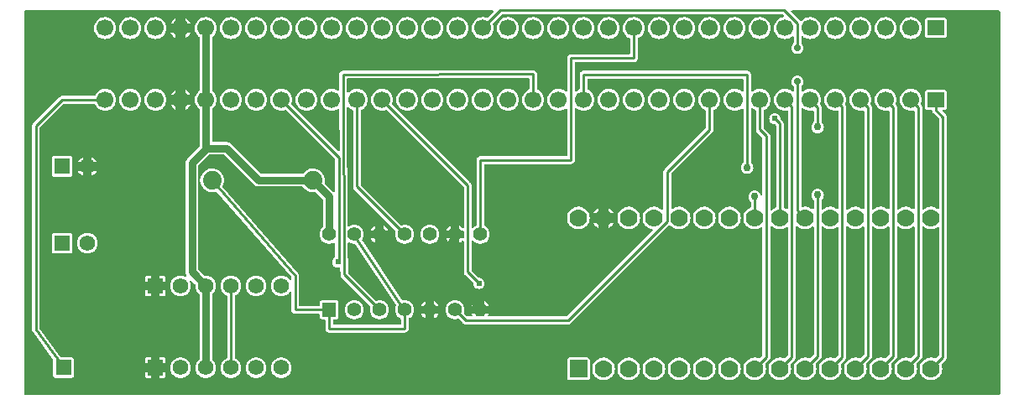
<source format=gbl>
G04 Layer: BottomLayer*
G04 EasyEDA v6.4.17, 2021-03-07T18:10:31--5:00*
G04 e25061b296f74d69aa4e7e1dce6dd44d,c4bdc1ed97a445b28c1ad428ea0dbb50,10*
G04 Gerber Generator version 0.2*
G04 Scale: 100 percent, Rotated: No, Reflected: No *
G04 Dimensions in millimeters *
G04 leading zeros omitted , absolute positions ,4 integer and 5 decimal *
%FSLAX45Y45*%
%MOMM*%

%ADD11C,0.2600*%
%ADD12C,0.7500*%
%ADD13C,0.5000*%
%ADD14C,0.6100*%
%ADD15C,0.7000*%
%ADD16C,1.5748*%
%ADD17R,1.5748X1.5748*%
%ADD18R,1.7000X1.5240*%
%ADD19C,1.7000*%
%ADD21C,1.7780*%
%ADD23C,1.3970*%
%ADD24C,1.8796*%

%LPD*%
G36*
X774141Y-9804704D02*
G01*
X769670Y-9804603D01*
X765708Y-9802622D01*
X762965Y-9799066D01*
X762000Y-9794748D01*
X762000Y-5928360D01*
X762762Y-5924448D01*
X764997Y-5921197D01*
X768248Y-5918962D01*
X772160Y-5918200D01*
X5483402Y-5918200D01*
X5487314Y-5918962D01*
X5490616Y-5921197D01*
X5492800Y-5924448D01*
X5493562Y-5928360D01*
X5492800Y-5932271D01*
X5490616Y-5935522D01*
X5435549Y-5990590D01*
X5432145Y-5992825D01*
X5428183Y-5993587D01*
X5409438Y-5988151D01*
X5395417Y-5985865D01*
X5381244Y-5985408D01*
X5367121Y-5986780D01*
X5353304Y-5989929D01*
X5339994Y-5994857D01*
X5327446Y-6001410D01*
X5315813Y-6009487D01*
X5305348Y-6019038D01*
X5296154Y-6029807D01*
X5288381Y-6041694D01*
X5282234Y-6054496D01*
X5277764Y-6067958D01*
X5275072Y-6081877D01*
X5274157Y-6096000D01*
X5275072Y-6110122D01*
X5277764Y-6124041D01*
X5282234Y-6137503D01*
X5288381Y-6150305D01*
X5296154Y-6162192D01*
X5305348Y-6172962D01*
X5315813Y-6182512D01*
X5327446Y-6190589D01*
X5339994Y-6197142D01*
X5353304Y-6202070D01*
X5367121Y-6205220D01*
X5381244Y-6206591D01*
X5395417Y-6206134D01*
X5409438Y-6203848D01*
X5423001Y-6199835D01*
X5435955Y-6194094D01*
X5448096Y-6186728D01*
X5459171Y-6177889D01*
X5469026Y-6167729D01*
X5477510Y-6156350D01*
X5484469Y-6144006D01*
X5489803Y-6130848D01*
X5493410Y-6117132D01*
X5495188Y-6103112D01*
X5495188Y-6088888D01*
X5493410Y-6074867D01*
X5489803Y-6061151D01*
X5487873Y-6056376D01*
X5487111Y-6052515D01*
X5487924Y-6048654D01*
X5490108Y-6045352D01*
X5575655Y-5959805D01*
X5578906Y-5957620D01*
X5582818Y-5956858D01*
X8405469Y-5956858D01*
X8409381Y-5957620D01*
X8412632Y-5959805D01*
X8422233Y-5969406D01*
X8424367Y-5972556D01*
X8425180Y-5976264D01*
X8424621Y-5980023D01*
X8422690Y-5983274D01*
X8419693Y-5985611D01*
X8401304Y-5989929D01*
X8387994Y-5994857D01*
X8375446Y-6001410D01*
X8363813Y-6009487D01*
X8353348Y-6019038D01*
X8344153Y-6029807D01*
X8336381Y-6041694D01*
X8330234Y-6054496D01*
X8325764Y-6067958D01*
X8323072Y-6081877D01*
X8322157Y-6096000D01*
X8323072Y-6110122D01*
X8325764Y-6124041D01*
X8330234Y-6137503D01*
X8336381Y-6150305D01*
X8344153Y-6162192D01*
X8353348Y-6172962D01*
X8363813Y-6182512D01*
X8375446Y-6190589D01*
X8387994Y-6197142D01*
X8401304Y-6202070D01*
X8415121Y-6205220D01*
X8429244Y-6206591D01*
X8443417Y-6206134D01*
X8457438Y-6203848D01*
X8471001Y-6199835D01*
X8483955Y-6194094D01*
X8496096Y-6186728D01*
X8504631Y-6179921D01*
X8507984Y-6178143D01*
X8511743Y-6177737D01*
X8515400Y-6178702D01*
X8518448Y-6180937D01*
X8520430Y-6184138D01*
X8521141Y-6187846D01*
X8521141Y-6245047D01*
X8520430Y-6248704D01*
X8518448Y-6251905D01*
X8511946Y-6258966D01*
X8506510Y-6267348D01*
X8502446Y-6276543D01*
X8500008Y-6286246D01*
X8499195Y-6296202D01*
X8500008Y-6306210D01*
X8502446Y-6315913D01*
X8506510Y-6325057D01*
X8511946Y-6333439D01*
X8518753Y-6340805D01*
X8526627Y-6346952D01*
X8535466Y-6351727D01*
X8544915Y-6354978D01*
X8554770Y-6356604D01*
X8564829Y-6356604D01*
X8574684Y-6354978D01*
X8584133Y-6351727D01*
X8592972Y-6346952D01*
X8600846Y-6340805D01*
X8607653Y-6333439D01*
X8613089Y-6325057D01*
X8617153Y-6315913D01*
X8619591Y-6306210D01*
X8620404Y-6296202D01*
X8619591Y-6286246D01*
X8617153Y-6276543D01*
X8613089Y-6267348D01*
X8607653Y-6258966D01*
X8601151Y-6251905D01*
X8599170Y-6248704D01*
X8598458Y-6245047D01*
X8598458Y-6187846D01*
X8599220Y-6184036D01*
X8601303Y-6180785D01*
X8604504Y-6178550D01*
X8608263Y-6177686D01*
X8612124Y-6178346D01*
X8615426Y-6180328D01*
X8617813Y-6182512D01*
X8629446Y-6190589D01*
X8641994Y-6197142D01*
X8655304Y-6202070D01*
X8669121Y-6205220D01*
X8683244Y-6206591D01*
X8697417Y-6206134D01*
X8711438Y-6203848D01*
X8725001Y-6199835D01*
X8737955Y-6194094D01*
X8750096Y-6186728D01*
X8761171Y-6177889D01*
X8771026Y-6167729D01*
X8779510Y-6156350D01*
X8786469Y-6144006D01*
X8791803Y-6130848D01*
X8795410Y-6117132D01*
X8797188Y-6103112D01*
X8797188Y-6088888D01*
X8795410Y-6074867D01*
X8791803Y-6061151D01*
X8786469Y-6047994D01*
X8779510Y-6035649D01*
X8771026Y-6024270D01*
X8761171Y-6014110D01*
X8750096Y-6005271D01*
X8737955Y-5997905D01*
X8725001Y-5992164D01*
X8711438Y-5988151D01*
X8697417Y-5985865D01*
X8683244Y-5985408D01*
X8669121Y-5986780D01*
X8655304Y-5989929D01*
X8641994Y-5994857D01*
X8629446Y-6001410D01*
X8617813Y-6009487D01*
X8607348Y-6019038D01*
X8602421Y-6024829D01*
X8598865Y-6027470D01*
X8594598Y-6028385D01*
X8590280Y-6027369D01*
X8586774Y-6024626D01*
X8497671Y-5935522D01*
X8495487Y-5932271D01*
X8494725Y-5928360D01*
X8495487Y-5924448D01*
X8497671Y-5921197D01*
X8500973Y-5918962D01*
X8504885Y-5918200D01*
X10594340Y-5918200D01*
X10598251Y-5918962D01*
X10601502Y-5921197D01*
X10603738Y-5924448D01*
X10604500Y-5928360D01*
X10604500Y-9787483D01*
X10603738Y-9791395D01*
X10601502Y-9794697D01*
X10594797Y-9801402D01*
X10591495Y-9803638D01*
X10587583Y-9804400D01*
X775716Y-9804400D01*
G37*

%LPC*%
G36*
X6261658Y-9652254D02*
G01*
X6438341Y-9652254D01*
X6444589Y-9651542D01*
X6450025Y-9649663D01*
X6454851Y-9646615D01*
X6458915Y-9642551D01*
X6461963Y-9637725D01*
X6463842Y-9632289D01*
X6464554Y-9626041D01*
X6464554Y-9449358D01*
X6463842Y-9443110D01*
X6461963Y-9437674D01*
X6458915Y-9432848D01*
X6454851Y-9428784D01*
X6450025Y-9425736D01*
X6444589Y-9423857D01*
X6438341Y-9423146D01*
X6261658Y-9423146D01*
X6255410Y-9423857D01*
X6249974Y-9425736D01*
X6245148Y-9428784D01*
X6241084Y-9432848D01*
X6238036Y-9437674D01*
X6236157Y-9443110D01*
X6235446Y-9449358D01*
X6235446Y-9626041D01*
X6236157Y-9632289D01*
X6238036Y-9637725D01*
X6241084Y-9642551D01*
X6245148Y-9646615D01*
X6249974Y-9649663D01*
X6255410Y-9651542D01*
G37*
G36*
X7612786Y-9652000D02*
G01*
X7627213Y-9652000D01*
X7641437Y-9650222D01*
X7655407Y-9646615D01*
X7668768Y-9641332D01*
X7681366Y-9634423D01*
X7692999Y-9625939D01*
X7703515Y-9616084D01*
X7712659Y-9605010D01*
X7720380Y-9592868D01*
X7726476Y-9579864D01*
X7730947Y-9566198D01*
X7733639Y-9552076D01*
X7734553Y-9537700D01*
X7733639Y-9523323D01*
X7730947Y-9509201D01*
X7726476Y-9495536D01*
X7720380Y-9482531D01*
X7712659Y-9470390D01*
X7703515Y-9459315D01*
X7692999Y-9449460D01*
X7681366Y-9440976D01*
X7668768Y-9434068D01*
X7655407Y-9428784D01*
X7641437Y-9425178D01*
X7627213Y-9423400D01*
X7612786Y-9423400D01*
X7598562Y-9425178D01*
X7584592Y-9428784D01*
X7571231Y-9434068D01*
X7558633Y-9440976D01*
X7547000Y-9449460D01*
X7536484Y-9459315D01*
X7527340Y-9470390D01*
X7519619Y-9482531D01*
X7513523Y-9495536D01*
X7509052Y-9509201D01*
X7506360Y-9523323D01*
X7505446Y-9537700D01*
X7506360Y-9552076D01*
X7509052Y-9566198D01*
X7513523Y-9579864D01*
X7519619Y-9592868D01*
X7527340Y-9605010D01*
X7536484Y-9616084D01*
X7547000Y-9625939D01*
X7558633Y-9634423D01*
X7571231Y-9641332D01*
X7584592Y-9646615D01*
X7598562Y-9650222D01*
G37*
G36*
X6850786Y-9652000D02*
G01*
X6865213Y-9652000D01*
X6879437Y-9650222D01*
X6893407Y-9646615D01*
X6906768Y-9641332D01*
X6919366Y-9634423D01*
X6930999Y-9625939D01*
X6941515Y-9616084D01*
X6950659Y-9605010D01*
X6958380Y-9592868D01*
X6964476Y-9579864D01*
X6968947Y-9566198D01*
X6971639Y-9552076D01*
X6972553Y-9537700D01*
X6971639Y-9523323D01*
X6968947Y-9509201D01*
X6964476Y-9495536D01*
X6958380Y-9482531D01*
X6950659Y-9470390D01*
X6941515Y-9459315D01*
X6930999Y-9449460D01*
X6919366Y-9440976D01*
X6906768Y-9434068D01*
X6893407Y-9428784D01*
X6879437Y-9425178D01*
X6865213Y-9423400D01*
X6850786Y-9423400D01*
X6836562Y-9425178D01*
X6822592Y-9428784D01*
X6809231Y-9434068D01*
X6796633Y-9440976D01*
X6785000Y-9449460D01*
X6774484Y-9459315D01*
X6765340Y-9470390D01*
X6757619Y-9482531D01*
X6751523Y-9495536D01*
X6747052Y-9509201D01*
X6744360Y-9523323D01*
X6743446Y-9537700D01*
X6744360Y-9552076D01*
X6747052Y-9566198D01*
X6751523Y-9579864D01*
X6757619Y-9592868D01*
X6765340Y-9605010D01*
X6774484Y-9616084D01*
X6785000Y-9625939D01*
X6796633Y-9634423D01*
X6809231Y-9641332D01*
X6822592Y-9646615D01*
X6836562Y-9650222D01*
G37*
G36*
X7104786Y-9652000D02*
G01*
X7119213Y-9652000D01*
X7133437Y-9650222D01*
X7147407Y-9646615D01*
X7160768Y-9641332D01*
X7173366Y-9634423D01*
X7184999Y-9625939D01*
X7195515Y-9616084D01*
X7204659Y-9605010D01*
X7212380Y-9592868D01*
X7218476Y-9579864D01*
X7222947Y-9566198D01*
X7225639Y-9552076D01*
X7226553Y-9537700D01*
X7225639Y-9523323D01*
X7222947Y-9509201D01*
X7218476Y-9495536D01*
X7212380Y-9482531D01*
X7204659Y-9470390D01*
X7195515Y-9459315D01*
X7184999Y-9449460D01*
X7173366Y-9440976D01*
X7160768Y-9434068D01*
X7147407Y-9428784D01*
X7133437Y-9425178D01*
X7119213Y-9423400D01*
X7104786Y-9423400D01*
X7090562Y-9425178D01*
X7076592Y-9428784D01*
X7063231Y-9434068D01*
X7050633Y-9440976D01*
X7039000Y-9449460D01*
X7028484Y-9459315D01*
X7019340Y-9470390D01*
X7011619Y-9482531D01*
X7005523Y-9495536D01*
X7001052Y-9509201D01*
X6998360Y-9523323D01*
X6997446Y-9537700D01*
X6998360Y-9552076D01*
X7001052Y-9566198D01*
X7005523Y-9579864D01*
X7011619Y-9592868D01*
X7019340Y-9605010D01*
X7028484Y-9616084D01*
X7039000Y-9625939D01*
X7050633Y-9634423D01*
X7063231Y-9641332D01*
X7076592Y-9646615D01*
X7090562Y-9650222D01*
G37*
G36*
X6596786Y-9652000D02*
G01*
X6611213Y-9652000D01*
X6625437Y-9650222D01*
X6639407Y-9646615D01*
X6652768Y-9641332D01*
X6665366Y-9634423D01*
X6676999Y-9625939D01*
X6687515Y-9616084D01*
X6696659Y-9605010D01*
X6704380Y-9592868D01*
X6710476Y-9579864D01*
X6714947Y-9566198D01*
X6717639Y-9552076D01*
X6718553Y-9537700D01*
X6717639Y-9523323D01*
X6714947Y-9509201D01*
X6710476Y-9495536D01*
X6704380Y-9482531D01*
X6696659Y-9470390D01*
X6687515Y-9459315D01*
X6676999Y-9449460D01*
X6665366Y-9440976D01*
X6652768Y-9434068D01*
X6639407Y-9428784D01*
X6625437Y-9425178D01*
X6611213Y-9423400D01*
X6596786Y-9423400D01*
X6582562Y-9425178D01*
X6568592Y-9428784D01*
X6555231Y-9434068D01*
X6542633Y-9440976D01*
X6531000Y-9449460D01*
X6520484Y-9459315D01*
X6511340Y-9470390D01*
X6503619Y-9482531D01*
X6497523Y-9495536D01*
X6493052Y-9509201D01*
X6490360Y-9523323D01*
X6489446Y-9537700D01*
X6490360Y-9552076D01*
X6493052Y-9566198D01*
X6497523Y-9579864D01*
X6503619Y-9592868D01*
X6511340Y-9605010D01*
X6520484Y-9616084D01*
X6531000Y-9625939D01*
X6542633Y-9634423D01*
X6555231Y-9641332D01*
X6568592Y-9646615D01*
X6582562Y-9650222D01*
G37*
G36*
X7866786Y-9652000D02*
G01*
X7881213Y-9652000D01*
X7895437Y-9650222D01*
X7909407Y-9646615D01*
X7922768Y-9641332D01*
X7935366Y-9634423D01*
X7946999Y-9625939D01*
X7957515Y-9616084D01*
X7966659Y-9605010D01*
X7974380Y-9592868D01*
X7980476Y-9579864D01*
X7984947Y-9566198D01*
X7987639Y-9552076D01*
X7988553Y-9537700D01*
X7987639Y-9523323D01*
X7984947Y-9509201D01*
X7980476Y-9495536D01*
X7974380Y-9482531D01*
X7966659Y-9470390D01*
X7957515Y-9459315D01*
X7946999Y-9449460D01*
X7935366Y-9440976D01*
X7922768Y-9434068D01*
X7909407Y-9428784D01*
X7895437Y-9425178D01*
X7881213Y-9423400D01*
X7866786Y-9423400D01*
X7852562Y-9425178D01*
X7838592Y-9428784D01*
X7825231Y-9434068D01*
X7812633Y-9440976D01*
X7801000Y-9449460D01*
X7790484Y-9459315D01*
X7781340Y-9470390D01*
X7773619Y-9482531D01*
X7767523Y-9495536D01*
X7763052Y-9509201D01*
X7760360Y-9523323D01*
X7759446Y-9537700D01*
X7760360Y-9552076D01*
X7763052Y-9566198D01*
X7767523Y-9579864D01*
X7773619Y-9592868D01*
X7781340Y-9605010D01*
X7790484Y-9616084D01*
X7801000Y-9625939D01*
X7812633Y-9634423D01*
X7825231Y-9641332D01*
X7838592Y-9646615D01*
X7852562Y-9650222D01*
G37*
G36*
X7358786Y-9652000D02*
G01*
X7373213Y-9652000D01*
X7387437Y-9650222D01*
X7401407Y-9646615D01*
X7414768Y-9641332D01*
X7427366Y-9634423D01*
X7438999Y-9625939D01*
X7449515Y-9616084D01*
X7458659Y-9605010D01*
X7466380Y-9592868D01*
X7472476Y-9579864D01*
X7476947Y-9566198D01*
X7479639Y-9552076D01*
X7480553Y-9537700D01*
X7479639Y-9523323D01*
X7476947Y-9509201D01*
X7472476Y-9495536D01*
X7466380Y-9482531D01*
X7458659Y-9470390D01*
X7449515Y-9459315D01*
X7438999Y-9449460D01*
X7427366Y-9440976D01*
X7414768Y-9434068D01*
X7401407Y-9428784D01*
X7387437Y-9425178D01*
X7373213Y-9423400D01*
X7358786Y-9423400D01*
X7344562Y-9425178D01*
X7330592Y-9428784D01*
X7317231Y-9434068D01*
X7304633Y-9440976D01*
X7293000Y-9449460D01*
X7282484Y-9459315D01*
X7273340Y-9470390D01*
X7265619Y-9482531D01*
X7259523Y-9495536D01*
X7255052Y-9509201D01*
X7252360Y-9523323D01*
X7251446Y-9537700D01*
X7252360Y-9552076D01*
X7255052Y-9566198D01*
X7259523Y-9579864D01*
X7265619Y-9592868D01*
X7273340Y-9605010D01*
X7282484Y-9616084D01*
X7293000Y-9625939D01*
X7304633Y-9634423D01*
X7317231Y-9641332D01*
X7330592Y-9646615D01*
X7344562Y-9650222D01*
G37*
G36*
X8120786Y-9652000D02*
G01*
X8135213Y-9652000D01*
X8149437Y-9650222D01*
X8163407Y-9646615D01*
X8176768Y-9641332D01*
X8189366Y-9634423D01*
X8200999Y-9625939D01*
X8211515Y-9616084D01*
X8220659Y-9605010D01*
X8228380Y-9592868D01*
X8234476Y-9579864D01*
X8238947Y-9566198D01*
X8241639Y-9552076D01*
X8242553Y-9537700D01*
X8241639Y-9523323D01*
X8238947Y-9509201D01*
X8234425Y-9495434D01*
X8233460Y-9491421D01*
X8234172Y-9487357D01*
X8236458Y-9483902D01*
X8273338Y-9447022D01*
X8278469Y-9440773D01*
X8282025Y-9434118D01*
X8284209Y-9426854D01*
X8285022Y-9418828D01*
X8285022Y-8102904D01*
X8285784Y-8099094D01*
X8287918Y-8095792D01*
X8291118Y-8093608D01*
X8294979Y-8092744D01*
X8298840Y-8093405D01*
X8302142Y-8095488D01*
X8309000Y-8101939D01*
X8320633Y-8110423D01*
X8333231Y-8117331D01*
X8346592Y-8122615D01*
X8360562Y-8126222D01*
X8374786Y-8128000D01*
X8389213Y-8128000D01*
X8403437Y-8126222D01*
X8417407Y-8122615D01*
X8430768Y-8117331D01*
X8443366Y-8110423D01*
X8448649Y-8106562D01*
X8452713Y-8104835D01*
X8457133Y-8104987D01*
X8461095Y-8106968D01*
X8463788Y-8110474D01*
X8464753Y-8114792D01*
X8464753Y-9396069D01*
X8463991Y-9399981D01*
X8461806Y-9403232D01*
X8435644Y-9429394D01*
X8432393Y-9431578D01*
X8428532Y-9432391D01*
X8424722Y-9431680D01*
X8417407Y-9428784D01*
X8403437Y-9425178D01*
X8389213Y-9423400D01*
X8374786Y-9423400D01*
X8360562Y-9425178D01*
X8346592Y-9428784D01*
X8333231Y-9434068D01*
X8320633Y-9440976D01*
X8309000Y-9449460D01*
X8298484Y-9459315D01*
X8289340Y-9470390D01*
X8281619Y-9482531D01*
X8275523Y-9495536D01*
X8271052Y-9509201D01*
X8268360Y-9523323D01*
X8267446Y-9537700D01*
X8268360Y-9552076D01*
X8271052Y-9566198D01*
X8275523Y-9579864D01*
X8281619Y-9592868D01*
X8289340Y-9605010D01*
X8298484Y-9616084D01*
X8309000Y-9625939D01*
X8320633Y-9634423D01*
X8333231Y-9641332D01*
X8346592Y-9646615D01*
X8360562Y-9650222D01*
X8374786Y-9652000D01*
X8389213Y-9652000D01*
X8403437Y-9650222D01*
X8417407Y-9646615D01*
X8430768Y-9641332D01*
X8443366Y-9634423D01*
X8454999Y-9625939D01*
X8465515Y-9616084D01*
X8474659Y-9605010D01*
X8482380Y-9592868D01*
X8488476Y-9579864D01*
X8492947Y-9566198D01*
X8495639Y-9552076D01*
X8496554Y-9537700D01*
X8495639Y-9523323D01*
X8492947Y-9509201D01*
X8488426Y-9495434D01*
X8487460Y-9491421D01*
X8488172Y-9487357D01*
X8490458Y-9483902D01*
X8530386Y-9443974D01*
X8535517Y-9437725D01*
X8539073Y-9431070D01*
X8541258Y-9423806D01*
X8542070Y-9415780D01*
X8542070Y-8105800D01*
X8542832Y-8101939D01*
X8544966Y-8098688D01*
X8548166Y-8096453D01*
X8552027Y-8095640D01*
X8555888Y-8096300D01*
X8559190Y-8098383D01*
X8563000Y-8101939D01*
X8574633Y-8110423D01*
X8587232Y-8117331D01*
X8600592Y-8122615D01*
X8614562Y-8126222D01*
X8628786Y-8128000D01*
X8643213Y-8128000D01*
X8657437Y-8126222D01*
X8671407Y-8122615D01*
X8684768Y-8117331D01*
X8697366Y-8110423D01*
X8708237Y-8102549D01*
X8712301Y-8100771D01*
X8716721Y-8100923D01*
X8720683Y-8102904D01*
X8723376Y-8106409D01*
X8724341Y-8110728D01*
X8724341Y-9390481D01*
X8723579Y-9394393D01*
X8721394Y-9397644D01*
X8689644Y-9429394D01*
X8686393Y-9431578D01*
X8682532Y-9432391D01*
X8678722Y-9431680D01*
X8671407Y-9428784D01*
X8657437Y-9425178D01*
X8643213Y-9423400D01*
X8628786Y-9423400D01*
X8614562Y-9425178D01*
X8600592Y-9428784D01*
X8587232Y-9434068D01*
X8574633Y-9440976D01*
X8563000Y-9449460D01*
X8552484Y-9459315D01*
X8543340Y-9470390D01*
X8535619Y-9482531D01*
X8529523Y-9495536D01*
X8525052Y-9509201D01*
X8522360Y-9523323D01*
X8521446Y-9537700D01*
X8522360Y-9552076D01*
X8525052Y-9566198D01*
X8529523Y-9579864D01*
X8535619Y-9592868D01*
X8543340Y-9605010D01*
X8552484Y-9616084D01*
X8563000Y-9625939D01*
X8574633Y-9634423D01*
X8587232Y-9641332D01*
X8600592Y-9646615D01*
X8614562Y-9650222D01*
X8628786Y-9652000D01*
X8643213Y-9652000D01*
X8657437Y-9650222D01*
X8671407Y-9646615D01*
X8684768Y-9641332D01*
X8697366Y-9634423D01*
X8708999Y-9625939D01*
X8719515Y-9616084D01*
X8728659Y-9605010D01*
X8736380Y-9592868D01*
X8742476Y-9579864D01*
X8746947Y-9566198D01*
X8749639Y-9552076D01*
X8750554Y-9537700D01*
X8749639Y-9523323D01*
X8746947Y-9509201D01*
X8742426Y-9495434D01*
X8741460Y-9491421D01*
X8742172Y-9487357D01*
X8744458Y-9483902D01*
X8789974Y-9438386D01*
X8795105Y-9432137D01*
X8798661Y-9425482D01*
X8800846Y-9418218D01*
X8801658Y-9410192D01*
X8801658Y-8110728D01*
X8802624Y-8106409D01*
X8805316Y-8102904D01*
X8809278Y-8100923D01*
X8813698Y-8100771D01*
X8817762Y-8102549D01*
X8828633Y-8110423D01*
X8841232Y-8117331D01*
X8854592Y-8122615D01*
X8868562Y-8126222D01*
X8882786Y-8128000D01*
X8897213Y-8128000D01*
X8911437Y-8126222D01*
X8925407Y-8122615D01*
X8938768Y-8117331D01*
X8951366Y-8110423D01*
X8956649Y-8106562D01*
X8960713Y-8104835D01*
X8965133Y-8104987D01*
X8969095Y-8106968D01*
X8971788Y-8110474D01*
X8972753Y-8114792D01*
X8972753Y-9396069D01*
X8971991Y-9399981D01*
X8969806Y-9403232D01*
X8943644Y-9429394D01*
X8940393Y-9431578D01*
X8936532Y-9432391D01*
X8932722Y-9431680D01*
X8925407Y-9428784D01*
X8911437Y-9425178D01*
X8897213Y-9423400D01*
X8882786Y-9423400D01*
X8868562Y-9425178D01*
X8854592Y-9428784D01*
X8841232Y-9434068D01*
X8828633Y-9440976D01*
X8817000Y-9449460D01*
X8806484Y-9459315D01*
X8797340Y-9470390D01*
X8789619Y-9482531D01*
X8783523Y-9495536D01*
X8779052Y-9509201D01*
X8776360Y-9523323D01*
X8775446Y-9537700D01*
X8776360Y-9552076D01*
X8779052Y-9566198D01*
X8783523Y-9579864D01*
X8789619Y-9592868D01*
X8797340Y-9605010D01*
X8806484Y-9616084D01*
X8817000Y-9625939D01*
X8828633Y-9634423D01*
X8841232Y-9641332D01*
X8854592Y-9646615D01*
X8868562Y-9650222D01*
X8882786Y-9652000D01*
X8897213Y-9652000D01*
X8911437Y-9650222D01*
X8925407Y-9646615D01*
X8938768Y-9641332D01*
X8951366Y-9634423D01*
X8962999Y-9625939D01*
X8973515Y-9616084D01*
X8982659Y-9605010D01*
X8990380Y-9592868D01*
X8996476Y-9579864D01*
X9000947Y-9566198D01*
X9003639Y-9552076D01*
X9004554Y-9537700D01*
X9003639Y-9523323D01*
X9000947Y-9509201D01*
X8996426Y-9495434D01*
X8995460Y-9491421D01*
X8996172Y-9487357D01*
X8998458Y-9483902D01*
X9038386Y-9443974D01*
X9043517Y-9437725D01*
X9047073Y-9431070D01*
X9049258Y-9423806D01*
X9050070Y-9415780D01*
X9050070Y-8105800D01*
X9050832Y-8101939D01*
X9052966Y-8098688D01*
X9056166Y-8096453D01*
X9060027Y-8095640D01*
X9063888Y-8096300D01*
X9067190Y-8098383D01*
X9071000Y-8101939D01*
X9082633Y-8110423D01*
X9095232Y-8117331D01*
X9108592Y-8122615D01*
X9122562Y-8126222D01*
X9136786Y-8128000D01*
X9151213Y-8128000D01*
X9165437Y-8126222D01*
X9179407Y-8122615D01*
X9192768Y-8117331D01*
X9205366Y-8110423D01*
X9216237Y-8102549D01*
X9220301Y-8100771D01*
X9224721Y-8100923D01*
X9228683Y-8102904D01*
X9231376Y-8106409D01*
X9232341Y-8110728D01*
X9232341Y-9390481D01*
X9231579Y-9394393D01*
X9229394Y-9397644D01*
X9197644Y-9429394D01*
X9194393Y-9431578D01*
X9190532Y-9432391D01*
X9186722Y-9431680D01*
X9179407Y-9428784D01*
X9165437Y-9425178D01*
X9151213Y-9423400D01*
X9136786Y-9423400D01*
X9122562Y-9425178D01*
X9108592Y-9428784D01*
X9095232Y-9434068D01*
X9082633Y-9440976D01*
X9071000Y-9449460D01*
X9060484Y-9459315D01*
X9051340Y-9470390D01*
X9043619Y-9482531D01*
X9037523Y-9495536D01*
X9033052Y-9509201D01*
X9030360Y-9523323D01*
X9029446Y-9537700D01*
X9030360Y-9552076D01*
X9033052Y-9566198D01*
X9037523Y-9579864D01*
X9043619Y-9592868D01*
X9051340Y-9605010D01*
X9060484Y-9616084D01*
X9071000Y-9625939D01*
X9082633Y-9634423D01*
X9095232Y-9641332D01*
X9108592Y-9646615D01*
X9122562Y-9650222D01*
X9136786Y-9652000D01*
X9151213Y-9652000D01*
X9165437Y-9650222D01*
X9179407Y-9646615D01*
X9192768Y-9641332D01*
X9205366Y-9634423D01*
X9216999Y-9625939D01*
X9227515Y-9616084D01*
X9236659Y-9605010D01*
X9244380Y-9592868D01*
X9250476Y-9579864D01*
X9254947Y-9566198D01*
X9257639Y-9552076D01*
X9258554Y-9537700D01*
X9257639Y-9523323D01*
X9254947Y-9509201D01*
X9250426Y-9495434D01*
X9249460Y-9491421D01*
X9250172Y-9487357D01*
X9252458Y-9483902D01*
X9297974Y-9438386D01*
X9303105Y-9432137D01*
X9306661Y-9425482D01*
X9308846Y-9418218D01*
X9309658Y-9410192D01*
X9309658Y-8110728D01*
X9310624Y-8106409D01*
X9313316Y-8102904D01*
X9317278Y-8100923D01*
X9321698Y-8100771D01*
X9325762Y-8102549D01*
X9336633Y-8110423D01*
X9349232Y-8117331D01*
X9362592Y-8122615D01*
X9376562Y-8126222D01*
X9390786Y-8128000D01*
X9405213Y-8128000D01*
X9419437Y-8126222D01*
X9433407Y-8122615D01*
X9446768Y-8117331D01*
X9459366Y-8110423D01*
X9470237Y-8102549D01*
X9474301Y-8100771D01*
X9478721Y-8100923D01*
X9482683Y-8102904D01*
X9485376Y-8106409D01*
X9486341Y-8110728D01*
X9486341Y-9390481D01*
X9485579Y-9394393D01*
X9483394Y-9397644D01*
X9451644Y-9429394D01*
X9448393Y-9431578D01*
X9444532Y-9432391D01*
X9440722Y-9431680D01*
X9433407Y-9428784D01*
X9419437Y-9425178D01*
X9405213Y-9423400D01*
X9390786Y-9423400D01*
X9376562Y-9425178D01*
X9362592Y-9428784D01*
X9349232Y-9434068D01*
X9336633Y-9440976D01*
X9325000Y-9449460D01*
X9314484Y-9459315D01*
X9305340Y-9470390D01*
X9297619Y-9482531D01*
X9291523Y-9495536D01*
X9287052Y-9509201D01*
X9284360Y-9523323D01*
X9283446Y-9537700D01*
X9284360Y-9552076D01*
X9287052Y-9566198D01*
X9291523Y-9579864D01*
X9297619Y-9592868D01*
X9305340Y-9605010D01*
X9314484Y-9616084D01*
X9325000Y-9625939D01*
X9336633Y-9634423D01*
X9349232Y-9641332D01*
X9362592Y-9646615D01*
X9376562Y-9650222D01*
X9390786Y-9652000D01*
X9405213Y-9652000D01*
X9419437Y-9650222D01*
X9433407Y-9646615D01*
X9446768Y-9641332D01*
X9459366Y-9634423D01*
X9470999Y-9625939D01*
X9481515Y-9616084D01*
X9490659Y-9605010D01*
X9498380Y-9592868D01*
X9504476Y-9579864D01*
X9508947Y-9566198D01*
X9511639Y-9552076D01*
X9512554Y-9537700D01*
X9511639Y-9523323D01*
X9508947Y-9509201D01*
X9504426Y-9495434D01*
X9503460Y-9491421D01*
X9504172Y-9487357D01*
X9506458Y-9483902D01*
X9551974Y-9438386D01*
X9557105Y-9432137D01*
X9560661Y-9425482D01*
X9562846Y-9418218D01*
X9563658Y-9410192D01*
X9563658Y-8110728D01*
X9564624Y-8106409D01*
X9567316Y-8102904D01*
X9571278Y-8100923D01*
X9575698Y-8100771D01*
X9579762Y-8102549D01*
X9590633Y-8110423D01*
X9603232Y-8117331D01*
X9616592Y-8122615D01*
X9630562Y-8126222D01*
X9644786Y-8128000D01*
X9659213Y-8128000D01*
X9673437Y-8126222D01*
X9687407Y-8122615D01*
X9700768Y-8117331D01*
X9713366Y-8110423D01*
X9724237Y-8102549D01*
X9728301Y-8100771D01*
X9732721Y-8100923D01*
X9736683Y-8102904D01*
X9739376Y-8106409D01*
X9740341Y-8110728D01*
X9740341Y-9390481D01*
X9739579Y-9394393D01*
X9737394Y-9397644D01*
X9705644Y-9429394D01*
X9702393Y-9431578D01*
X9698532Y-9432391D01*
X9694722Y-9431680D01*
X9687407Y-9428784D01*
X9673437Y-9425178D01*
X9659213Y-9423400D01*
X9644786Y-9423400D01*
X9630562Y-9425178D01*
X9616592Y-9428784D01*
X9603232Y-9434068D01*
X9590633Y-9440976D01*
X9579000Y-9449460D01*
X9568484Y-9459315D01*
X9559340Y-9470390D01*
X9551619Y-9482531D01*
X9545523Y-9495536D01*
X9541052Y-9509201D01*
X9538360Y-9523323D01*
X9537446Y-9537700D01*
X9538360Y-9552076D01*
X9541052Y-9566198D01*
X9545523Y-9579864D01*
X9551619Y-9592868D01*
X9559340Y-9605010D01*
X9568484Y-9616084D01*
X9579000Y-9625939D01*
X9590633Y-9634423D01*
X9603232Y-9641332D01*
X9616592Y-9646615D01*
X9630562Y-9650222D01*
X9644786Y-9652000D01*
X9659213Y-9652000D01*
X9673437Y-9650222D01*
X9687407Y-9646615D01*
X9700768Y-9641332D01*
X9713366Y-9634423D01*
X9724999Y-9625939D01*
X9735515Y-9616084D01*
X9744659Y-9605010D01*
X9752380Y-9592868D01*
X9758476Y-9579864D01*
X9762947Y-9566198D01*
X9765639Y-9552076D01*
X9766554Y-9537700D01*
X9765639Y-9523323D01*
X9762947Y-9509201D01*
X9758426Y-9495434D01*
X9757460Y-9491421D01*
X9758172Y-9487357D01*
X9760458Y-9483902D01*
X9805974Y-9438386D01*
X9811105Y-9432137D01*
X9814661Y-9425482D01*
X9816846Y-9418218D01*
X9817658Y-9410192D01*
X9817658Y-8110728D01*
X9818624Y-8106409D01*
X9821316Y-8102904D01*
X9825278Y-8100923D01*
X9829698Y-8100771D01*
X9833762Y-8102549D01*
X9844633Y-8110423D01*
X9857232Y-8117331D01*
X9870592Y-8122615D01*
X9884562Y-8126222D01*
X9898786Y-8128000D01*
X9913213Y-8128000D01*
X9927437Y-8126222D01*
X9941407Y-8122615D01*
X9954768Y-8117331D01*
X9967366Y-8110423D01*
X9972903Y-8106409D01*
X9976967Y-8104631D01*
X9981387Y-8104784D01*
X9985349Y-8106816D01*
X9988042Y-8110270D01*
X9989007Y-8114639D01*
X9989007Y-9396018D01*
X9988245Y-9399930D01*
X9986010Y-9403232D01*
X9959746Y-9429445D01*
X9956495Y-9431629D01*
X9952685Y-9432442D01*
X9948824Y-9431731D01*
X9941407Y-9428784D01*
X9927437Y-9425178D01*
X9913213Y-9423400D01*
X9898786Y-9423400D01*
X9884562Y-9425178D01*
X9870592Y-9428784D01*
X9857232Y-9434068D01*
X9844633Y-9440976D01*
X9833000Y-9449460D01*
X9822484Y-9459315D01*
X9813340Y-9470390D01*
X9805619Y-9482531D01*
X9799523Y-9495536D01*
X9795052Y-9509201D01*
X9792360Y-9523323D01*
X9791446Y-9537700D01*
X9792360Y-9552076D01*
X9795052Y-9566198D01*
X9799523Y-9579864D01*
X9805619Y-9592868D01*
X9813340Y-9605010D01*
X9822484Y-9616084D01*
X9833000Y-9625939D01*
X9844633Y-9634423D01*
X9857232Y-9641332D01*
X9870592Y-9646615D01*
X9884562Y-9650222D01*
X9898786Y-9652000D01*
X9913213Y-9652000D01*
X9927437Y-9650222D01*
X9941407Y-9646615D01*
X9954768Y-9641332D01*
X9967366Y-9634423D01*
X9978999Y-9625939D01*
X9989515Y-9616084D01*
X9998659Y-9605010D01*
X10006380Y-9592868D01*
X10012476Y-9579864D01*
X10016947Y-9566198D01*
X10019639Y-9552076D01*
X10020554Y-9537700D01*
X10019639Y-9523323D01*
X10016947Y-9509252D01*
X10012019Y-9494418D01*
X10011562Y-9490710D01*
X10012426Y-9487103D01*
X10014508Y-9484004D01*
X10054640Y-9444024D01*
X10059720Y-9437776D01*
X10063327Y-9431121D01*
X10065512Y-9423857D01*
X10066324Y-9415780D01*
X10066324Y-6996684D01*
X10065512Y-6988657D01*
X10063327Y-6981393D01*
X10059771Y-6974738D01*
X10054640Y-6968490D01*
X10025227Y-6939076D01*
X10023043Y-6935825D01*
X10022281Y-6931914D01*
X10023043Y-6928002D01*
X10025227Y-6924751D01*
X10028529Y-6922516D01*
X10032441Y-6921753D01*
X10041229Y-6921753D01*
X10047478Y-6921042D01*
X10052913Y-6919163D01*
X10057739Y-6916115D01*
X10061803Y-6912051D01*
X10064851Y-6907225D01*
X10066731Y-6901789D01*
X10067442Y-6895541D01*
X10067442Y-6744258D01*
X10066731Y-6738010D01*
X10064851Y-6732574D01*
X10061803Y-6727748D01*
X10057739Y-6723684D01*
X10052913Y-6720636D01*
X10047478Y-6718757D01*
X10041229Y-6718046D01*
X9872370Y-6718046D01*
X9866122Y-6718757D01*
X9860686Y-6720636D01*
X9855860Y-6723684D01*
X9851796Y-6727748D01*
X9848748Y-6732574D01*
X9846868Y-6738010D01*
X9846157Y-6744258D01*
X9846157Y-6895541D01*
X9846868Y-6901789D01*
X9848748Y-6907225D01*
X9851796Y-6912051D01*
X9855860Y-6916115D01*
X9860686Y-6919163D01*
X9866122Y-6921042D01*
X9872370Y-6921753D01*
X9908641Y-6921753D01*
X9912299Y-6922414D01*
X9915448Y-6924395D01*
X9917734Y-6927342D01*
X9918750Y-6930898D01*
X9918954Y-6932828D01*
X9921138Y-6940092D01*
X9924694Y-6946747D01*
X9929825Y-6952996D01*
X9986060Y-7009231D01*
X9988245Y-7012482D01*
X9989007Y-7016394D01*
X9989007Y-7912760D01*
X9988042Y-7917129D01*
X9985349Y-7920583D01*
X9981387Y-7922615D01*
X9976967Y-7922768D01*
X9972903Y-7920990D01*
X9967366Y-7916976D01*
X9954768Y-7910068D01*
X9941407Y-7904784D01*
X9927437Y-7901178D01*
X9913213Y-7899400D01*
X9898786Y-7899400D01*
X9884562Y-7901178D01*
X9870592Y-7904784D01*
X9857232Y-7910068D01*
X9844633Y-7916976D01*
X9833762Y-7924850D01*
X9829698Y-7926628D01*
X9825278Y-7926476D01*
X9821316Y-7924495D01*
X9818624Y-7920990D01*
X9817658Y-7916672D01*
X9817658Y-6896608D01*
X9816846Y-6888581D01*
X9814661Y-6881317D01*
X9811105Y-6874662D01*
X9807346Y-6870039D01*
X9805568Y-6866890D01*
X9805009Y-6863334D01*
X9805771Y-6859778D01*
X9807803Y-6854748D01*
X9811410Y-6841032D01*
X9813188Y-6827012D01*
X9813188Y-6812788D01*
X9811410Y-6798767D01*
X9807803Y-6785051D01*
X9802469Y-6771894D01*
X9795510Y-6759549D01*
X9787026Y-6748170D01*
X9777171Y-6738010D01*
X9766096Y-6729171D01*
X9753955Y-6721805D01*
X9741001Y-6716064D01*
X9727438Y-6712051D01*
X9713417Y-6709765D01*
X9699244Y-6709308D01*
X9685121Y-6710680D01*
X9671304Y-6713829D01*
X9657994Y-6718757D01*
X9645446Y-6725310D01*
X9633813Y-6733387D01*
X9623348Y-6742938D01*
X9614154Y-6753707D01*
X9606381Y-6765594D01*
X9600234Y-6778396D01*
X9595764Y-6791858D01*
X9593072Y-6805777D01*
X9592157Y-6819900D01*
X9593072Y-6834022D01*
X9595764Y-6847941D01*
X9600234Y-6861403D01*
X9606381Y-6874205D01*
X9614154Y-6886092D01*
X9623348Y-6896862D01*
X9633813Y-6906412D01*
X9645446Y-6914489D01*
X9657994Y-6921042D01*
X9671304Y-6925970D01*
X9685121Y-6929120D01*
X9699244Y-6930491D01*
X9713417Y-6930034D01*
X9728504Y-6927494D01*
X9732873Y-6927748D01*
X9736734Y-6929780D01*
X9739426Y-6933285D01*
X9740341Y-6937552D01*
X9740341Y-7916672D01*
X9739376Y-7920990D01*
X9736683Y-7924495D01*
X9732721Y-7926476D01*
X9728301Y-7926628D01*
X9724237Y-7924850D01*
X9713366Y-7916976D01*
X9700768Y-7910068D01*
X9687407Y-7904784D01*
X9673437Y-7901178D01*
X9659213Y-7899400D01*
X9644786Y-7899400D01*
X9630562Y-7901178D01*
X9616592Y-7904784D01*
X9603232Y-7910068D01*
X9590633Y-7916976D01*
X9579762Y-7924850D01*
X9575698Y-7926628D01*
X9571278Y-7926476D01*
X9567316Y-7924495D01*
X9564624Y-7920990D01*
X9563658Y-7916672D01*
X9563658Y-6896608D01*
X9562846Y-6888581D01*
X9560661Y-6881317D01*
X9557105Y-6874662D01*
X9553346Y-6870039D01*
X9551568Y-6866890D01*
X9551009Y-6863334D01*
X9551771Y-6859778D01*
X9553803Y-6854748D01*
X9557410Y-6841032D01*
X9559188Y-6827012D01*
X9559188Y-6812788D01*
X9557410Y-6798767D01*
X9553803Y-6785051D01*
X9548469Y-6771894D01*
X9541510Y-6759549D01*
X9533026Y-6748170D01*
X9523171Y-6738010D01*
X9512096Y-6729171D01*
X9499955Y-6721805D01*
X9487001Y-6716064D01*
X9473438Y-6712051D01*
X9459417Y-6709765D01*
X9445244Y-6709308D01*
X9431121Y-6710680D01*
X9417304Y-6713829D01*
X9403994Y-6718757D01*
X9391446Y-6725310D01*
X9379813Y-6733387D01*
X9369348Y-6742938D01*
X9360154Y-6753707D01*
X9352381Y-6765594D01*
X9346234Y-6778396D01*
X9341764Y-6791858D01*
X9339072Y-6805777D01*
X9338157Y-6819900D01*
X9339072Y-6834022D01*
X9341764Y-6847941D01*
X9346234Y-6861403D01*
X9352381Y-6874205D01*
X9360154Y-6886092D01*
X9369348Y-6896862D01*
X9379813Y-6906412D01*
X9391446Y-6914489D01*
X9403994Y-6921042D01*
X9417304Y-6925970D01*
X9431121Y-6929120D01*
X9445244Y-6930491D01*
X9459417Y-6930034D01*
X9474504Y-6927494D01*
X9478873Y-6927748D01*
X9482734Y-6929780D01*
X9485426Y-6933285D01*
X9486341Y-6937552D01*
X9486341Y-7916672D01*
X9485376Y-7920990D01*
X9482683Y-7924495D01*
X9478721Y-7926476D01*
X9474301Y-7926628D01*
X9470237Y-7924850D01*
X9459366Y-7916976D01*
X9446768Y-7910068D01*
X9433407Y-7904784D01*
X9419437Y-7901178D01*
X9405213Y-7899400D01*
X9390786Y-7899400D01*
X9376562Y-7901178D01*
X9362592Y-7904784D01*
X9349232Y-7910068D01*
X9336633Y-7916976D01*
X9325762Y-7924850D01*
X9321698Y-7926628D01*
X9317278Y-7926476D01*
X9313316Y-7924495D01*
X9310624Y-7920990D01*
X9309658Y-7916672D01*
X9309658Y-6896608D01*
X9308846Y-6888581D01*
X9306661Y-6881317D01*
X9303105Y-6874662D01*
X9299346Y-6870039D01*
X9297568Y-6866890D01*
X9297009Y-6863334D01*
X9297771Y-6859778D01*
X9299803Y-6854748D01*
X9303410Y-6841032D01*
X9305188Y-6827012D01*
X9305188Y-6812788D01*
X9303410Y-6798767D01*
X9299803Y-6785051D01*
X9294469Y-6771894D01*
X9287510Y-6759549D01*
X9279026Y-6748170D01*
X9269171Y-6738010D01*
X9258096Y-6729171D01*
X9245955Y-6721805D01*
X9233001Y-6716064D01*
X9219438Y-6712051D01*
X9205417Y-6709765D01*
X9191244Y-6709308D01*
X9177121Y-6710680D01*
X9163304Y-6713829D01*
X9149994Y-6718757D01*
X9137446Y-6725310D01*
X9125813Y-6733387D01*
X9115348Y-6742938D01*
X9106154Y-6753707D01*
X9098381Y-6765594D01*
X9092234Y-6778396D01*
X9087764Y-6791858D01*
X9085072Y-6805777D01*
X9084157Y-6819900D01*
X9085072Y-6834022D01*
X9087764Y-6847941D01*
X9092234Y-6861403D01*
X9098381Y-6874205D01*
X9106154Y-6886092D01*
X9115348Y-6896862D01*
X9125813Y-6906412D01*
X9137446Y-6914489D01*
X9149994Y-6921042D01*
X9163304Y-6925970D01*
X9177121Y-6929120D01*
X9191244Y-6930491D01*
X9205417Y-6930034D01*
X9220504Y-6927494D01*
X9224873Y-6927748D01*
X9228734Y-6929780D01*
X9231426Y-6933285D01*
X9232341Y-6937552D01*
X9232341Y-7916672D01*
X9231376Y-7920990D01*
X9228683Y-7924495D01*
X9224721Y-7926476D01*
X9220301Y-7926628D01*
X9216237Y-7924850D01*
X9205366Y-7916976D01*
X9192768Y-7910068D01*
X9179407Y-7904784D01*
X9165437Y-7901178D01*
X9151213Y-7899400D01*
X9136786Y-7899400D01*
X9122562Y-7901178D01*
X9108592Y-7904784D01*
X9095232Y-7910068D01*
X9082633Y-7916976D01*
X9071000Y-7925460D01*
X9067190Y-7929016D01*
X9063888Y-7931099D01*
X9060027Y-7931759D01*
X9056166Y-7930946D01*
X9052966Y-7928711D01*
X9050832Y-7925460D01*
X9050070Y-7921599D01*
X9050070Y-6891020D01*
X9049258Y-6882993D01*
X9047073Y-6875729D01*
X9043771Y-6869531D01*
X9042552Y-6865264D01*
X9043314Y-6860946D01*
X9045803Y-6854748D01*
X9049410Y-6841032D01*
X9051188Y-6827012D01*
X9051188Y-6812788D01*
X9049410Y-6798767D01*
X9045803Y-6785051D01*
X9040469Y-6771894D01*
X9033510Y-6759549D01*
X9025026Y-6748170D01*
X9015171Y-6738010D01*
X9004096Y-6729171D01*
X8991955Y-6721805D01*
X8979001Y-6716064D01*
X8965438Y-6712051D01*
X8951417Y-6709765D01*
X8937244Y-6709308D01*
X8923121Y-6710680D01*
X8909304Y-6713829D01*
X8895994Y-6718757D01*
X8883446Y-6725310D01*
X8871813Y-6733387D01*
X8861348Y-6742938D01*
X8852154Y-6753707D01*
X8844381Y-6765594D01*
X8838234Y-6778396D01*
X8833764Y-6791858D01*
X8831072Y-6805777D01*
X8830157Y-6819900D01*
X8831072Y-6834022D01*
X8833764Y-6847941D01*
X8838234Y-6861403D01*
X8844381Y-6874205D01*
X8852154Y-6886092D01*
X8861348Y-6896862D01*
X8871813Y-6906412D01*
X8883446Y-6914489D01*
X8895994Y-6921042D01*
X8909304Y-6925970D01*
X8923121Y-6929120D01*
X8937244Y-6930491D01*
X8951417Y-6930034D01*
X8960967Y-6928459D01*
X8965336Y-6928713D01*
X8969197Y-6930745D01*
X8971838Y-6934250D01*
X8972753Y-6938518D01*
X8972753Y-7912608D01*
X8971788Y-7916925D01*
X8969095Y-7920431D01*
X8965133Y-7922412D01*
X8960713Y-7922564D01*
X8956649Y-7920837D01*
X8951366Y-7916976D01*
X8938768Y-7910068D01*
X8925407Y-7904784D01*
X8911437Y-7901178D01*
X8897213Y-7899400D01*
X8882786Y-7899400D01*
X8868562Y-7901178D01*
X8854592Y-7904784D01*
X8841232Y-7910068D01*
X8828633Y-7916976D01*
X8817762Y-7924850D01*
X8813698Y-7926628D01*
X8809278Y-7926476D01*
X8805316Y-7924495D01*
X8802624Y-7920990D01*
X8801658Y-7916672D01*
X8801658Y-7834579D01*
X8802116Y-7831531D01*
X8803487Y-7828788D01*
X8812834Y-7818780D01*
X8818524Y-7810042D01*
X8822690Y-7800492D01*
X8825280Y-7790383D01*
X8826144Y-7780020D01*
X8825280Y-7769606D01*
X8822690Y-7759496D01*
X8818524Y-7749946D01*
X8812834Y-7741208D01*
X8805773Y-7733538D01*
X8797544Y-7727137D01*
X8788349Y-7722209D01*
X8778494Y-7718806D01*
X8768232Y-7717078D01*
X8757767Y-7717078D01*
X8747506Y-7718806D01*
X8737650Y-7722209D01*
X8728456Y-7727137D01*
X8720226Y-7733538D01*
X8713165Y-7741208D01*
X8707475Y-7749946D01*
X8703310Y-7759496D01*
X8700719Y-7769606D01*
X8699855Y-7780020D01*
X8700719Y-7790383D01*
X8703310Y-7800492D01*
X8707475Y-7810042D01*
X8713165Y-7818780D01*
X8722512Y-7828788D01*
X8723884Y-7831531D01*
X8724341Y-7834579D01*
X8724341Y-7916672D01*
X8723376Y-7920990D01*
X8720683Y-7924495D01*
X8716721Y-7926476D01*
X8712301Y-7926628D01*
X8708237Y-7924850D01*
X8697366Y-7916976D01*
X8684768Y-7910068D01*
X8671407Y-7904784D01*
X8657437Y-7901178D01*
X8643213Y-7899400D01*
X8628786Y-7899400D01*
X8614562Y-7901178D01*
X8611158Y-7902092D01*
X8607450Y-7902346D01*
X8603945Y-7901228D01*
X8601049Y-7898993D01*
X8599119Y-7895844D01*
X8598458Y-7892237D01*
X8598458Y-6911746D01*
X8599220Y-6907936D01*
X8601303Y-6904685D01*
X8604504Y-6902450D01*
X8608263Y-6901586D01*
X8612124Y-6902246D01*
X8615426Y-6904228D01*
X8617813Y-6906412D01*
X8629446Y-6914489D01*
X8641994Y-6921042D01*
X8655304Y-6925970D01*
X8669121Y-6929120D01*
X8683244Y-6930491D01*
X8697417Y-6930034D01*
X8712504Y-6927494D01*
X8716873Y-6927748D01*
X8720734Y-6929780D01*
X8723426Y-6933285D01*
X8724341Y-6937552D01*
X8724341Y-7039609D01*
X8723884Y-7042658D01*
X8722512Y-7045401D01*
X8713165Y-7055408D01*
X8707475Y-7064146D01*
X8703310Y-7073696D01*
X8700719Y-7083806D01*
X8699855Y-7094220D01*
X8700719Y-7104583D01*
X8703310Y-7114692D01*
X8707475Y-7124242D01*
X8713165Y-7132980D01*
X8720226Y-7140651D01*
X8728456Y-7147052D01*
X8737650Y-7151979D01*
X8747506Y-7155383D01*
X8757767Y-7157110D01*
X8768232Y-7157110D01*
X8778494Y-7155383D01*
X8788349Y-7151979D01*
X8797544Y-7147052D01*
X8805773Y-7140651D01*
X8812834Y-7132980D01*
X8818524Y-7124242D01*
X8822690Y-7114692D01*
X8825280Y-7104583D01*
X8826144Y-7094220D01*
X8825280Y-7083806D01*
X8822690Y-7073696D01*
X8818524Y-7064146D01*
X8812834Y-7055408D01*
X8803487Y-7045401D01*
X8802116Y-7042658D01*
X8801658Y-7039609D01*
X8801658Y-6896608D01*
X8800846Y-6888581D01*
X8798661Y-6881317D01*
X8795105Y-6874662D01*
X8791346Y-6870039D01*
X8789568Y-6866890D01*
X8789009Y-6863334D01*
X8789771Y-6859778D01*
X8791803Y-6854748D01*
X8795410Y-6841032D01*
X8797188Y-6827012D01*
X8797188Y-6812788D01*
X8795410Y-6798767D01*
X8791803Y-6785051D01*
X8786469Y-6771894D01*
X8779510Y-6759549D01*
X8771026Y-6748170D01*
X8761171Y-6738010D01*
X8750096Y-6729171D01*
X8737955Y-6721805D01*
X8725001Y-6716064D01*
X8711438Y-6712051D01*
X8697417Y-6709765D01*
X8683244Y-6709308D01*
X8669121Y-6710680D01*
X8655304Y-6713829D01*
X8641994Y-6718757D01*
X8629446Y-6725310D01*
X8617813Y-6733387D01*
X8615426Y-6735572D01*
X8612124Y-6737553D01*
X8608263Y-6738213D01*
X8604504Y-6737350D01*
X8601303Y-6735114D01*
X8599220Y-6731863D01*
X8598458Y-6728053D01*
X8598458Y-6687108D01*
X8599170Y-6683400D01*
X8601151Y-6680250D01*
X8607653Y-6673189D01*
X8613089Y-6664807D01*
X8617153Y-6655612D01*
X8619591Y-6645909D01*
X8620404Y-6635953D01*
X8619591Y-6625945D01*
X8617153Y-6616242D01*
X8613089Y-6607098D01*
X8607653Y-6598716D01*
X8600846Y-6591350D01*
X8592972Y-6585203D01*
X8584133Y-6580428D01*
X8574684Y-6577177D01*
X8564829Y-6575501D01*
X8554770Y-6575501D01*
X8544915Y-6577177D01*
X8535466Y-6580428D01*
X8526627Y-6585203D01*
X8518753Y-6591350D01*
X8511946Y-6598716D01*
X8506510Y-6607098D01*
X8502446Y-6616242D01*
X8500008Y-6625945D01*
X8499195Y-6635953D01*
X8500008Y-6645909D01*
X8502446Y-6655612D01*
X8506510Y-6664807D01*
X8511946Y-6673189D01*
X8518448Y-6680250D01*
X8520430Y-6683400D01*
X8521141Y-6687108D01*
X8521141Y-6728053D01*
X8520430Y-6731762D01*
X8518448Y-6734962D01*
X8515400Y-6737197D01*
X8511743Y-6738162D01*
X8507984Y-6737756D01*
X8504631Y-6735978D01*
X8496096Y-6729171D01*
X8483955Y-6721805D01*
X8471001Y-6716064D01*
X8457438Y-6712051D01*
X8443417Y-6709765D01*
X8429244Y-6709308D01*
X8415121Y-6710680D01*
X8401304Y-6713829D01*
X8387994Y-6718757D01*
X8375446Y-6725310D01*
X8363813Y-6733387D01*
X8353348Y-6742938D01*
X8344153Y-6753707D01*
X8336381Y-6765594D01*
X8330234Y-6778396D01*
X8325764Y-6791858D01*
X8323072Y-6805777D01*
X8322157Y-6819900D01*
X8323072Y-6834022D01*
X8325764Y-6847941D01*
X8330234Y-6861403D01*
X8336381Y-6874205D01*
X8344153Y-6886092D01*
X8353348Y-6896862D01*
X8363813Y-6906412D01*
X8375446Y-6914489D01*
X8387994Y-6921042D01*
X8401304Y-6925970D01*
X8415121Y-6929120D01*
X8429244Y-6930491D01*
X8443417Y-6930034D01*
X8452967Y-6928459D01*
X8457336Y-6928713D01*
X8461197Y-6930745D01*
X8463838Y-6934250D01*
X8464753Y-6938518D01*
X8464753Y-7912608D01*
X8463788Y-7916925D01*
X8461095Y-7920431D01*
X8457133Y-7922412D01*
X8452713Y-7922564D01*
X8448649Y-7920837D01*
X8443366Y-7916976D01*
X8430768Y-7910068D01*
X8427059Y-7908594D01*
X8423706Y-7906410D01*
X8421471Y-7903108D01*
X8420658Y-7899146D01*
X8420658Y-7061708D01*
X8419846Y-7053681D01*
X8417661Y-7046417D01*
X8414105Y-7039762D01*
X8408974Y-7033514D01*
X8390077Y-7014616D01*
X8388045Y-7011720D01*
X8387130Y-7008317D01*
X8386470Y-7000646D01*
X8383930Y-6991197D01*
X8379815Y-6982358D01*
X8374176Y-6974331D01*
X8367268Y-6967423D01*
X8359241Y-6961784D01*
X8350402Y-6957669D01*
X8340953Y-6955129D01*
X8331200Y-6954266D01*
X8321446Y-6955129D01*
X8311997Y-6957669D01*
X8303158Y-6961784D01*
X8295131Y-6967423D01*
X8288223Y-6974331D01*
X8282584Y-6982358D01*
X8278469Y-6991197D01*
X8275929Y-7000646D01*
X8275066Y-7010400D01*
X8275929Y-7020153D01*
X8278469Y-7029602D01*
X8282584Y-7038441D01*
X8288223Y-7046468D01*
X8295131Y-7053376D01*
X8303158Y-7059015D01*
X8311997Y-7063130D01*
X8321446Y-7065670D01*
X8329117Y-7066330D01*
X8332520Y-7067245D01*
X8335416Y-7069277D01*
X8340394Y-7074255D01*
X8342579Y-7077506D01*
X8343341Y-7081418D01*
X8343341Y-7899146D01*
X8342528Y-7903108D01*
X8340293Y-7906410D01*
X8336940Y-7908594D01*
X8333231Y-7910068D01*
X8320633Y-7916976D01*
X8309000Y-7925460D01*
X8302142Y-7931912D01*
X8298840Y-7933994D01*
X8294979Y-7934655D01*
X8291118Y-7933791D01*
X8287918Y-7931607D01*
X8285784Y-7928305D01*
X8285022Y-7924495D01*
X8285022Y-7186930D01*
X8284209Y-7178903D01*
X8282025Y-7171639D01*
X8278469Y-7164984D01*
X8273338Y-7158736D01*
X8220405Y-7105802D01*
X8218220Y-7102551D01*
X8217458Y-7098639D01*
X8217458Y-6930136D01*
X8218220Y-6926325D01*
X8220303Y-6923074D01*
X8223503Y-6920839D01*
X8229955Y-6917994D01*
X8242096Y-6910628D01*
X8253171Y-6901789D01*
X8263026Y-6891629D01*
X8271509Y-6880250D01*
X8278469Y-6867906D01*
X8283803Y-6854748D01*
X8287410Y-6841032D01*
X8289188Y-6827012D01*
X8289188Y-6812788D01*
X8287410Y-6798767D01*
X8283803Y-6785051D01*
X8278469Y-6771894D01*
X8271509Y-6759549D01*
X8263026Y-6748170D01*
X8253171Y-6738010D01*
X8242096Y-6729171D01*
X8229955Y-6721805D01*
X8217001Y-6716064D01*
X8203438Y-6712051D01*
X8189417Y-6709765D01*
X8175244Y-6709308D01*
X8161121Y-6710680D01*
X8147303Y-6713829D01*
X8133994Y-6718757D01*
X8121446Y-6725310D01*
X8109813Y-6733387D01*
X8107425Y-6735572D01*
X8104124Y-6737553D01*
X8100263Y-6738213D01*
X8096503Y-6737350D01*
X8093303Y-6735114D01*
X8091220Y-6731863D01*
X8090458Y-6728053D01*
X8090458Y-6566408D01*
X8089646Y-6558381D01*
X8087461Y-6551117D01*
X8083905Y-6544462D01*
X8079079Y-6538620D01*
X8073237Y-6533794D01*
X8066582Y-6530238D01*
X8059318Y-6528054D01*
X8051292Y-6527241D01*
X6401308Y-6527241D01*
X6393281Y-6528054D01*
X6386017Y-6530238D01*
X6379362Y-6533794D01*
X6373520Y-6538620D01*
X6368694Y-6544462D01*
X6365138Y-6551117D01*
X6362954Y-6558381D01*
X6362141Y-6566408D01*
X6362141Y-6709409D01*
X6361480Y-6713016D01*
X6359601Y-6716166D01*
X6356654Y-6718401D01*
X6343446Y-6725310D01*
X6331813Y-6733387D01*
X6329426Y-6735572D01*
X6326124Y-6737553D01*
X6322263Y-6738213D01*
X6318504Y-6737350D01*
X6315303Y-6735114D01*
X6313220Y-6731863D01*
X6312458Y-6728053D01*
X6312458Y-6449618D01*
X6313220Y-6445707D01*
X6315405Y-6442405D01*
X6318707Y-6440220D01*
X6322618Y-6439458D01*
X6908292Y-6439458D01*
X6916318Y-6438646D01*
X6923582Y-6436461D01*
X6930237Y-6432905D01*
X6936079Y-6428079D01*
X6940905Y-6422237D01*
X6944461Y-6415582D01*
X6946646Y-6408318D01*
X6947458Y-6400292D01*
X6947458Y-6206236D01*
X6948220Y-6202426D01*
X6950303Y-6199174D01*
X6953503Y-6196939D01*
X6959955Y-6194094D01*
X6972096Y-6186728D01*
X6983171Y-6177889D01*
X6993026Y-6167729D01*
X7001509Y-6156350D01*
X7008469Y-6144006D01*
X7013803Y-6130848D01*
X7017410Y-6117132D01*
X7019188Y-6103112D01*
X7019188Y-6088888D01*
X7017410Y-6074867D01*
X7013803Y-6061151D01*
X7008469Y-6047994D01*
X7001509Y-6035649D01*
X6993026Y-6024270D01*
X6983171Y-6014110D01*
X6972096Y-6005271D01*
X6959955Y-5997905D01*
X6947001Y-5992164D01*
X6933438Y-5988151D01*
X6919417Y-5985865D01*
X6905244Y-5985408D01*
X6891121Y-5986780D01*
X6877303Y-5989929D01*
X6863994Y-5994857D01*
X6851446Y-6001410D01*
X6839813Y-6009487D01*
X6829348Y-6019038D01*
X6820153Y-6029807D01*
X6812381Y-6041694D01*
X6806234Y-6054496D01*
X6801764Y-6067958D01*
X6799072Y-6081877D01*
X6798157Y-6096000D01*
X6799072Y-6110122D01*
X6801764Y-6124041D01*
X6806234Y-6137503D01*
X6812381Y-6150305D01*
X6820153Y-6162192D01*
X6829348Y-6172962D01*
X6839813Y-6182512D01*
X6851446Y-6190589D01*
X6864654Y-6197498D01*
X6867601Y-6199733D01*
X6869480Y-6202883D01*
X6870141Y-6206490D01*
X6870141Y-6351981D01*
X6869379Y-6355892D01*
X6867194Y-6359194D01*
X6863892Y-6361379D01*
X6859981Y-6362141D01*
X6274308Y-6362141D01*
X6266281Y-6362954D01*
X6259017Y-6365138D01*
X6252362Y-6368694D01*
X6246520Y-6373520D01*
X6241694Y-6379362D01*
X6238138Y-6386017D01*
X6235954Y-6393281D01*
X6235141Y-6401308D01*
X6235141Y-6728053D01*
X6234430Y-6731762D01*
X6232448Y-6734962D01*
X6229400Y-6737197D01*
X6225743Y-6738162D01*
X6221984Y-6737756D01*
X6218631Y-6735978D01*
X6210096Y-6729171D01*
X6197955Y-6721805D01*
X6185001Y-6716064D01*
X6171438Y-6712051D01*
X6157417Y-6709765D01*
X6143244Y-6709308D01*
X6129121Y-6710680D01*
X6115304Y-6713829D01*
X6101994Y-6718757D01*
X6089446Y-6725310D01*
X6077813Y-6733387D01*
X6067348Y-6742938D01*
X6058154Y-6753707D01*
X6050381Y-6765594D01*
X6044234Y-6778396D01*
X6039764Y-6791858D01*
X6037072Y-6805777D01*
X6036157Y-6819900D01*
X6037072Y-6834022D01*
X6039764Y-6847941D01*
X6044234Y-6861403D01*
X6050381Y-6874205D01*
X6058154Y-6886092D01*
X6067348Y-6896862D01*
X6077813Y-6906412D01*
X6089446Y-6914489D01*
X6101994Y-6921042D01*
X6115304Y-6925970D01*
X6129121Y-6929120D01*
X6143244Y-6930491D01*
X6157417Y-6930034D01*
X6171438Y-6927748D01*
X6185001Y-6923735D01*
X6197955Y-6917994D01*
X6210096Y-6910628D01*
X6218631Y-6903821D01*
X6221984Y-6902043D01*
X6225743Y-6901637D01*
X6229400Y-6902602D01*
X6232448Y-6904837D01*
X6234430Y-6908038D01*
X6235141Y-6911746D01*
X6235141Y-7380681D01*
X6234379Y-7384592D01*
X6232194Y-7387894D01*
X6228892Y-7390079D01*
X6224981Y-7390841D01*
X5359908Y-7390841D01*
X5351881Y-7391653D01*
X5344617Y-7393838D01*
X5337962Y-7397394D01*
X5332120Y-7402220D01*
X5327294Y-7408062D01*
X5323738Y-7414717D01*
X5321554Y-7421981D01*
X5320741Y-7430008D01*
X5320741Y-8085124D01*
X5320182Y-8088528D01*
X5318455Y-8091525D01*
X5315864Y-8093760D01*
X5304332Y-8100771D01*
X5294223Y-8109000D01*
X5288635Y-8114995D01*
X5285384Y-8117331D01*
X5281422Y-8118246D01*
X5277510Y-8117535D01*
X5274106Y-8115350D01*
X5271871Y-8111998D01*
X5271058Y-8108086D01*
X5271058Y-7684008D01*
X5270246Y-7675981D01*
X5268061Y-7668717D01*
X5264505Y-7662062D01*
X5259374Y-7655814D01*
X4474108Y-6870547D01*
X4471924Y-6867245D01*
X4471111Y-6863384D01*
X4471873Y-6859524D01*
X4473803Y-6854748D01*
X4477410Y-6841032D01*
X4479188Y-6827012D01*
X4479188Y-6812788D01*
X4477410Y-6798767D01*
X4473803Y-6785051D01*
X4468469Y-6771894D01*
X4461510Y-6759549D01*
X4453026Y-6748170D01*
X4443171Y-6738010D01*
X4432096Y-6729171D01*
X4419955Y-6721805D01*
X4407001Y-6716064D01*
X4393438Y-6712051D01*
X4379417Y-6709765D01*
X4365244Y-6709308D01*
X4351121Y-6710680D01*
X4337304Y-6713829D01*
X4323994Y-6718757D01*
X4311446Y-6725310D01*
X4299813Y-6733387D01*
X4289348Y-6742938D01*
X4280154Y-6753707D01*
X4272381Y-6765594D01*
X4266234Y-6778396D01*
X4261764Y-6791858D01*
X4259072Y-6805777D01*
X4258157Y-6819900D01*
X4259072Y-6834022D01*
X4261764Y-6847941D01*
X4266234Y-6861403D01*
X4272381Y-6874205D01*
X4280154Y-6886092D01*
X4289348Y-6896862D01*
X4299813Y-6906412D01*
X4311446Y-6914489D01*
X4323994Y-6921042D01*
X4337304Y-6925970D01*
X4351121Y-6929120D01*
X4365244Y-6930491D01*
X4379417Y-6930034D01*
X4393438Y-6927748D01*
X4412183Y-6922312D01*
X4416145Y-6923074D01*
X4419549Y-6925309D01*
X5190794Y-7696555D01*
X5192979Y-7699806D01*
X5193741Y-7703718D01*
X5193741Y-8108086D01*
X5192928Y-8111998D01*
X5190693Y-8115350D01*
X5187289Y-8117535D01*
X5183378Y-8118246D01*
X5179415Y-8117331D01*
X5176164Y-8114995D01*
X5170576Y-8109000D01*
X5160467Y-8100771D01*
X5149342Y-8094014D01*
X5146700Y-8092897D01*
X5146700Y-8137550D01*
X5183581Y-8137550D01*
X5187492Y-8138312D01*
X5190794Y-8140496D01*
X5192979Y-8143798D01*
X5193741Y-8147710D01*
X5193741Y-8209940D01*
X5192979Y-8213801D01*
X5190794Y-8217103D01*
X5187492Y-8219287D01*
X5183581Y-8220100D01*
X5146700Y-8220100D01*
X5146700Y-8264702D01*
X5149342Y-8263585D01*
X5160467Y-8256828D01*
X5170576Y-8248599D01*
X5176164Y-8242604D01*
X5179415Y-8240268D01*
X5183378Y-8239353D01*
X5187289Y-8240064D01*
X5190693Y-8242249D01*
X5192928Y-8245602D01*
X5193741Y-8249513D01*
X5193741Y-8559292D01*
X5194554Y-8567318D01*
X5196738Y-8574582D01*
X5200294Y-8581237D01*
X5205425Y-8587486D01*
X5287822Y-8669883D01*
X5289854Y-8672779D01*
X5290769Y-8676182D01*
X5291429Y-8683853D01*
X5293969Y-8693302D01*
X5298084Y-8702141D01*
X5303723Y-8710168D01*
X5310632Y-8717076D01*
X5318658Y-8722715D01*
X5327497Y-8726830D01*
X5336946Y-8729370D01*
X5346700Y-8730234D01*
X5356453Y-8729370D01*
X5365902Y-8726830D01*
X5374741Y-8722715D01*
X5382768Y-8717076D01*
X5389676Y-8710168D01*
X5395315Y-8702141D01*
X5399430Y-8693302D01*
X5401970Y-8683853D01*
X5402834Y-8674100D01*
X5401970Y-8664346D01*
X5399430Y-8654897D01*
X5395315Y-8646058D01*
X5389676Y-8638032D01*
X5382768Y-8631123D01*
X5374741Y-8625484D01*
X5365902Y-8621369D01*
X5356453Y-8618829D01*
X5348782Y-8618169D01*
X5345379Y-8617254D01*
X5342483Y-8615222D01*
X5274005Y-8546744D01*
X5271820Y-8543493D01*
X5271058Y-8539581D01*
X5271058Y-8249513D01*
X5271871Y-8245602D01*
X5274106Y-8242249D01*
X5277510Y-8240064D01*
X5281422Y-8239353D01*
X5285384Y-8240268D01*
X5288635Y-8242604D01*
X5294223Y-8248599D01*
X5304332Y-8256828D01*
X5315458Y-8263585D01*
X5327446Y-8268766D01*
X5339994Y-8272272D01*
X5352897Y-8274050D01*
X5365902Y-8274050D01*
X5378805Y-8272272D01*
X5391353Y-8268766D01*
X5403342Y-8263585D01*
X5414467Y-8256828D01*
X5424576Y-8248599D01*
X5433466Y-8239048D01*
X5440984Y-8228431D01*
X5446979Y-8216849D01*
X5451348Y-8204555D01*
X5453989Y-8191804D01*
X5454904Y-8178800D01*
X5453989Y-8165795D01*
X5451348Y-8153044D01*
X5446979Y-8140750D01*
X5440984Y-8129168D01*
X5433466Y-8118551D01*
X5424576Y-8109000D01*
X5414467Y-8100771D01*
X5402935Y-8093760D01*
X5400344Y-8091525D01*
X5398617Y-8088528D01*
X5398058Y-8085124D01*
X5398058Y-7478318D01*
X5398820Y-7474407D01*
X5401005Y-7471105D01*
X5404307Y-7468920D01*
X5408218Y-7468158D01*
X6273292Y-7468158D01*
X6281318Y-7467346D01*
X6288582Y-7465161D01*
X6295237Y-7461605D01*
X6301079Y-7456779D01*
X6305905Y-7450937D01*
X6309461Y-7444282D01*
X6311646Y-7437018D01*
X6312458Y-7428992D01*
X6312458Y-6911746D01*
X6313220Y-6907936D01*
X6315303Y-6904685D01*
X6318504Y-6902450D01*
X6322263Y-6901586D01*
X6326124Y-6902246D01*
X6329426Y-6904228D01*
X6331813Y-6906412D01*
X6343446Y-6914489D01*
X6355994Y-6921042D01*
X6369304Y-6925970D01*
X6383121Y-6929120D01*
X6397244Y-6930491D01*
X6411417Y-6930034D01*
X6425438Y-6927748D01*
X6439001Y-6923735D01*
X6451955Y-6917994D01*
X6464096Y-6910628D01*
X6475171Y-6901789D01*
X6485026Y-6891629D01*
X6493510Y-6880250D01*
X6500469Y-6867906D01*
X6505803Y-6854748D01*
X6509410Y-6841032D01*
X6511188Y-6827012D01*
X6511188Y-6812788D01*
X6509410Y-6798767D01*
X6505803Y-6785051D01*
X6500469Y-6771894D01*
X6493510Y-6759549D01*
X6485026Y-6748170D01*
X6475171Y-6738010D01*
X6464096Y-6729171D01*
X6451955Y-6721805D01*
X6445504Y-6718960D01*
X6442303Y-6716725D01*
X6440220Y-6713474D01*
X6439458Y-6709664D01*
X6439458Y-6614718D01*
X6440220Y-6610807D01*
X6442405Y-6607505D01*
X6445707Y-6605320D01*
X6449618Y-6604558D01*
X8002981Y-6604558D01*
X8006892Y-6605320D01*
X8010194Y-6607505D01*
X8012379Y-6610807D01*
X8013141Y-6614718D01*
X8013141Y-6728053D01*
X8012430Y-6731762D01*
X8010448Y-6734962D01*
X8007400Y-6737197D01*
X8003743Y-6738162D01*
X7999984Y-6737756D01*
X7996631Y-6735978D01*
X7988096Y-6729171D01*
X7975955Y-6721805D01*
X7963001Y-6716064D01*
X7949438Y-6712051D01*
X7935417Y-6709765D01*
X7921244Y-6709308D01*
X7907121Y-6710680D01*
X7893303Y-6713829D01*
X7879994Y-6718757D01*
X7867446Y-6725310D01*
X7855813Y-6733387D01*
X7845348Y-6742938D01*
X7836153Y-6753707D01*
X7828381Y-6765594D01*
X7822234Y-6778396D01*
X7817764Y-6791858D01*
X7815072Y-6805777D01*
X7814157Y-6819900D01*
X7815072Y-6834022D01*
X7817764Y-6847941D01*
X7822234Y-6861403D01*
X7828381Y-6874205D01*
X7836153Y-6886092D01*
X7845348Y-6896862D01*
X7855813Y-6906412D01*
X7867446Y-6914489D01*
X7879994Y-6921042D01*
X7893303Y-6925970D01*
X7907121Y-6929120D01*
X7921244Y-6930491D01*
X7935417Y-6930034D01*
X7949438Y-6927748D01*
X7963001Y-6923735D01*
X7975955Y-6917994D01*
X7988096Y-6910628D01*
X7996631Y-6903821D01*
X7999984Y-6902043D01*
X8003743Y-6901637D01*
X8007400Y-6902602D01*
X8010448Y-6904837D01*
X8012430Y-6908038D01*
X8013141Y-6911746D01*
X8013141Y-7451090D01*
X8012684Y-7454138D01*
X8011312Y-7456881D01*
X8001965Y-7466939D01*
X7996275Y-7475677D01*
X7992109Y-7485227D01*
X7989519Y-7495286D01*
X7988655Y-7505700D01*
X7989519Y-7516114D01*
X7992109Y-7526172D01*
X7996275Y-7535722D01*
X8001965Y-7544460D01*
X8009026Y-7552131D01*
X8017256Y-7558531D01*
X8026450Y-7563510D01*
X8036306Y-7566863D01*
X8046567Y-7568590D01*
X8057032Y-7568590D01*
X8067294Y-7566863D01*
X8077149Y-7563510D01*
X8086344Y-7558531D01*
X8094573Y-7552131D01*
X8101634Y-7544460D01*
X8107324Y-7535722D01*
X8111490Y-7526172D01*
X8114080Y-7516114D01*
X8114944Y-7505700D01*
X8114080Y-7495286D01*
X8111490Y-7485227D01*
X8107324Y-7475677D01*
X8101634Y-7466939D01*
X8092287Y-7456881D01*
X8090916Y-7454138D01*
X8090458Y-7451090D01*
X8090458Y-6911746D01*
X8091220Y-6907936D01*
X8093303Y-6904685D01*
X8096503Y-6902450D01*
X8100263Y-6901586D01*
X8104124Y-6902246D01*
X8107425Y-6904228D01*
X8109813Y-6906412D01*
X8121446Y-6914489D01*
X8134654Y-6921398D01*
X8137601Y-6923633D01*
X8139480Y-6926783D01*
X8140141Y-6930390D01*
X8140141Y-7118350D01*
X8140953Y-7126376D01*
X8143138Y-7133640D01*
X8146694Y-7140295D01*
X8151825Y-7146544D01*
X8204758Y-7199477D01*
X8206943Y-7202728D01*
X8207705Y-7206640D01*
X8207705Y-7773924D01*
X8206841Y-7778038D01*
X8204453Y-7781442D01*
X8200847Y-7783575D01*
X8196732Y-7784084D01*
X8192719Y-7782864D01*
X8189518Y-7780172D01*
X8183524Y-7766862D01*
X8177834Y-7758175D01*
X8170773Y-7750505D01*
X8162544Y-7744104D01*
X8153349Y-7739125D01*
X8143494Y-7735722D01*
X8133232Y-7734046D01*
X8122767Y-7734046D01*
X8112506Y-7735722D01*
X8102650Y-7739125D01*
X8093456Y-7744104D01*
X8085226Y-7750505D01*
X8078165Y-7758175D01*
X8072475Y-7766862D01*
X8068309Y-7776413D01*
X8065719Y-7786522D01*
X8064855Y-7796936D01*
X8065719Y-7807299D01*
X8068309Y-7817408D01*
X8072475Y-7826959D01*
X8078165Y-7835696D01*
X8087512Y-7845755D01*
X8088884Y-7848498D01*
X8089341Y-7851546D01*
X8089341Y-7899146D01*
X8088528Y-7903108D01*
X8086293Y-7906410D01*
X8082940Y-7908594D01*
X8079231Y-7910068D01*
X8066633Y-7916976D01*
X8055000Y-7925460D01*
X8044484Y-7935315D01*
X8035340Y-7946390D01*
X8027619Y-7958531D01*
X8021523Y-7971536D01*
X8017052Y-7985201D01*
X8014360Y-7999323D01*
X8013446Y-8013700D01*
X8014360Y-8028076D01*
X8017052Y-8042198D01*
X8021523Y-8055864D01*
X8027619Y-8068868D01*
X8035340Y-8081009D01*
X8044484Y-8092084D01*
X8055000Y-8101939D01*
X8066633Y-8110423D01*
X8079231Y-8117331D01*
X8092592Y-8122615D01*
X8106562Y-8126222D01*
X8120786Y-8128000D01*
X8135213Y-8128000D01*
X8149437Y-8126222D01*
X8163407Y-8122615D01*
X8176768Y-8117331D01*
X8189366Y-8110423D01*
X8191601Y-8108797D01*
X8195665Y-8107019D01*
X8200085Y-8107172D01*
X8204047Y-8109203D01*
X8206740Y-8112709D01*
X8207705Y-8117027D01*
X8207705Y-9399117D01*
X8206943Y-9403029D01*
X8204758Y-9406280D01*
X8181644Y-9429394D01*
X8178393Y-9431578D01*
X8174532Y-9432391D01*
X8170722Y-9431680D01*
X8163407Y-9428784D01*
X8149437Y-9425178D01*
X8135213Y-9423400D01*
X8120786Y-9423400D01*
X8106562Y-9425178D01*
X8092592Y-9428784D01*
X8079231Y-9434068D01*
X8066633Y-9440976D01*
X8055000Y-9449460D01*
X8044484Y-9459315D01*
X8035340Y-9470390D01*
X8027619Y-9482531D01*
X8021523Y-9495536D01*
X8017052Y-9509201D01*
X8014360Y-9523323D01*
X8013446Y-9537700D01*
X8014360Y-9552076D01*
X8017052Y-9566198D01*
X8021523Y-9579864D01*
X8027619Y-9592868D01*
X8035340Y-9605010D01*
X8044484Y-9616084D01*
X8055000Y-9625939D01*
X8066633Y-9634423D01*
X8079231Y-9641332D01*
X8092592Y-9646615D01*
X8106562Y-9650222D01*
G37*
G36*
X2004618Y-9629394D02*
G01*
X2037080Y-9629394D01*
X2037080Y-9570720D01*
X1978406Y-9570720D01*
X1978406Y-9603181D01*
X1979117Y-9609429D01*
X1980996Y-9614865D01*
X1984044Y-9619691D01*
X1988108Y-9623755D01*
X1992934Y-9626803D01*
X1998370Y-9628682D01*
G37*
G36*
X2128520Y-9629394D02*
G01*
X2160981Y-9629394D01*
X2167229Y-9628682D01*
X2172665Y-9626803D01*
X2177491Y-9623755D01*
X2181555Y-9619691D01*
X2184603Y-9614865D01*
X2186482Y-9609429D01*
X2187194Y-9603181D01*
X2187194Y-9570720D01*
X2128520Y-9570720D01*
G37*
G36*
X2336800Y-9629394D02*
G01*
X2350414Y-9628479D01*
X2363825Y-9625838D01*
X2376728Y-9621418D01*
X2388971Y-9615373D01*
X2400350Y-9607804D01*
X2410612Y-9598812D01*
X2419604Y-9588550D01*
X2427173Y-9577171D01*
X2433218Y-9564928D01*
X2437638Y-9552025D01*
X2440279Y-9538614D01*
X2441194Y-9525000D01*
X2440279Y-9511385D01*
X2437638Y-9497974D01*
X2433218Y-9485071D01*
X2427173Y-9472828D01*
X2419604Y-9461449D01*
X2410612Y-9451187D01*
X2400350Y-9442196D01*
X2388971Y-9434626D01*
X2376728Y-9428581D01*
X2363825Y-9424162D01*
X2350414Y-9421520D01*
X2336800Y-9420606D01*
X2323185Y-9421520D01*
X2309774Y-9424162D01*
X2296871Y-9428581D01*
X2284628Y-9434626D01*
X2273249Y-9442196D01*
X2262987Y-9451187D01*
X2253996Y-9461449D01*
X2246426Y-9472828D01*
X2240381Y-9485071D01*
X2235962Y-9497974D01*
X2233320Y-9511385D01*
X2232406Y-9525000D01*
X2233320Y-9538614D01*
X2235962Y-9552025D01*
X2240381Y-9564928D01*
X2246426Y-9577171D01*
X2253996Y-9588550D01*
X2262987Y-9598812D01*
X2273249Y-9607804D01*
X2284628Y-9615373D01*
X2296871Y-9621418D01*
X2309774Y-9625838D01*
X2323185Y-9628479D01*
G37*
G36*
X3098800Y-9629394D02*
G01*
X3112414Y-9628479D01*
X3125825Y-9625838D01*
X3138728Y-9621418D01*
X3150971Y-9615373D01*
X3162350Y-9607804D01*
X3172612Y-9598812D01*
X3181604Y-9588550D01*
X3189173Y-9577171D01*
X3195218Y-9564928D01*
X3199638Y-9552025D01*
X3202279Y-9538614D01*
X3203194Y-9525000D01*
X3202279Y-9511385D01*
X3199638Y-9497974D01*
X3195218Y-9485071D01*
X3189173Y-9472828D01*
X3181604Y-9461449D01*
X3172612Y-9451187D01*
X3162350Y-9442196D01*
X3150971Y-9434626D01*
X3138728Y-9428581D01*
X3125825Y-9424162D01*
X3112414Y-9421520D01*
X3098800Y-9420606D01*
X3085185Y-9421520D01*
X3071774Y-9424162D01*
X3058871Y-9428581D01*
X3046628Y-9434626D01*
X3035249Y-9442196D01*
X3024987Y-9451187D01*
X3015996Y-9461449D01*
X3008426Y-9472828D01*
X3002381Y-9485071D01*
X2997962Y-9497974D01*
X2995320Y-9511385D01*
X2994406Y-9525000D01*
X2995320Y-9538614D01*
X2997962Y-9552025D01*
X3002381Y-9564928D01*
X3008426Y-9577171D01*
X3015996Y-9588550D01*
X3024987Y-9598812D01*
X3035249Y-9607804D01*
X3046628Y-9615373D01*
X3058871Y-9621418D01*
X3071774Y-9625838D01*
X3085185Y-9628479D01*
G37*
G36*
X3352800Y-9629394D02*
G01*
X3366414Y-9628479D01*
X3379825Y-9625838D01*
X3392728Y-9621418D01*
X3404971Y-9615373D01*
X3416350Y-9607804D01*
X3426612Y-9598812D01*
X3435604Y-9588550D01*
X3443173Y-9577171D01*
X3449218Y-9564928D01*
X3453637Y-9552025D01*
X3456279Y-9538614D01*
X3457194Y-9525000D01*
X3456279Y-9511385D01*
X3453637Y-9497974D01*
X3449218Y-9485071D01*
X3443173Y-9472828D01*
X3435604Y-9461449D01*
X3426612Y-9451187D01*
X3416350Y-9442196D01*
X3404971Y-9434626D01*
X3392728Y-9428581D01*
X3379825Y-9424162D01*
X3366414Y-9421520D01*
X3352800Y-9420606D01*
X3339185Y-9421520D01*
X3325774Y-9424162D01*
X3312871Y-9428581D01*
X3300628Y-9434626D01*
X3289249Y-9442196D01*
X3278987Y-9451187D01*
X3269996Y-9461449D01*
X3262426Y-9472828D01*
X3256381Y-9485071D01*
X3251962Y-9497974D01*
X3249320Y-9511385D01*
X3248406Y-9525000D01*
X3249320Y-9538614D01*
X3251962Y-9552025D01*
X3256381Y-9564928D01*
X3262426Y-9577171D01*
X3269996Y-9588550D01*
X3278987Y-9598812D01*
X3289249Y-9607804D01*
X3300628Y-9615373D01*
X3312871Y-9621418D01*
X3325774Y-9625838D01*
X3339185Y-9628479D01*
G37*
G36*
X2844800Y-9629394D02*
G01*
X2858414Y-9628479D01*
X2871825Y-9625838D01*
X2884728Y-9621418D01*
X2896971Y-9615373D01*
X2908350Y-9607804D01*
X2918612Y-9598812D01*
X2927604Y-9588550D01*
X2935173Y-9577171D01*
X2941218Y-9564928D01*
X2945638Y-9552025D01*
X2948279Y-9538614D01*
X2949194Y-9525000D01*
X2948279Y-9511385D01*
X2945638Y-9497974D01*
X2941218Y-9485071D01*
X2935173Y-9472828D01*
X2927604Y-9461449D01*
X2918612Y-9451187D01*
X2908350Y-9442196D01*
X2896971Y-9434626D01*
X2889097Y-9430715D01*
X2886100Y-9428480D01*
X2884170Y-9425279D01*
X2883458Y-9421622D01*
X2883458Y-8802878D01*
X2884170Y-8799220D01*
X2886100Y-8796020D01*
X2889097Y-8793784D01*
X2896971Y-8789873D01*
X2908350Y-8782304D01*
X2918612Y-8773312D01*
X2927604Y-8763050D01*
X2935173Y-8751671D01*
X2941218Y-8739428D01*
X2945638Y-8726525D01*
X2948279Y-8713114D01*
X2949194Y-8699500D01*
X2948279Y-8685885D01*
X2945638Y-8672474D01*
X2941218Y-8659571D01*
X2935173Y-8647328D01*
X2927604Y-8635949D01*
X2918612Y-8625687D01*
X2908350Y-8616696D01*
X2896971Y-8609126D01*
X2884728Y-8603081D01*
X2871825Y-8598662D01*
X2858414Y-8596020D01*
X2844800Y-8595106D01*
X2831185Y-8596020D01*
X2817774Y-8598662D01*
X2804871Y-8603081D01*
X2792628Y-8609126D01*
X2781249Y-8616696D01*
X2770987Y-8625687D01*
X2761996Y-8635949D01*
X2754426Y-8647328D01*
X2748381Y-8659571D01*
X2743962Y-8672474D01*
X2741320Y-8685885D01*
X2740406Y-8699500D01*
X2741320Y-8713114D01*
X2743962Y-8726525D01*
X2748381Y-8739428D01*
X2754426Y-8751671D01*
X2761996Y-8763050D01*
X2770987Y-8773312D01*
X2781249Y-8782304D01*
X2792628Y-8789873D01*
X2800502Y-8793784D01*
X2803499Y-8796020D01*
X2805480Y-8799220D01*
X2806141Y-8802878D01*
X2806141Y-9421622D01*
X2805480Y-9425279D01*
X2803499Y-9428480D01*
X2800502Y-9430715D01*
X2792628Y-9434626D01*
X2781249Y-9442196D01*
X2770987Y-9451187D01*
X2761996Y-9461449D01*
X2754426Y-9472828D01*
X2748381Y-9485071D01*
X2743962Y-9497974D01*
X2741320Y-9511385D01*
X2740406Y-9525000D01*
X2741320Y-9538614D01*
X2743962Y-9552025D01*
X2748381Y-9564928D01*
X2754426Y-9577171D01*
X2761996Y-9588550D01*
X2770987Y-9598812D01*
X2781249Y-9607804D01*
X2792628Y-9615373D01*
X2804871Y-9621418D01*
X2817774Y-9625838D01*
X2831185Y-9628479D01*
G37*
G36*
X1077518Y-9629394D02*
G01*
X1233881Y-9629394D01*
X1240129Y-9628682D01*
X1245565Y-9626803D01*
X1250391Y-9623755D01*
X1254455Y-9619691D01*
X1257503Y-9614865D01*
X1259382Y-9609429D01*
X1260094Y-9603181D01*
X1260094Y-9446818D01*
X1259382Y-9440570D01*
X1257503Y-9435134D01*
X1254455Y-9430308D01*
X1250391Y-9426244D01*
X1245565Y-9423196D01*
X1240129Y-9421317D01*
X1233881Y-9420606D01*
X1133246Y-9420606D01*
X1130096Y-9420098D01*
X1127252Y-9418675D01*
X1125016Y-9416389D01*
X916889Y-9127845D01*
X915466Y-9125000D01*
X914958Y-9121902D01*
X914958Y-7106818D01*
X915720Y-7102906D01*
X917905Y-7099655D01*
X1156055Y-6861505D01*
X1159306Y-6859320D01*
X1163218Y-6858558D01*
X1464513Y-6858558D01*
X1468221Y-6859270D01*
X1471422Y-6861251D01*
X1473657Y-6864299D01*
X1478381Y-6874205D01*
X1486154Y-6886092D01*
X1495348Y-6896862D01*
X1505813Y-6906412D01*
X1517446Y-6914489D01*
X1529994Y-6921042D01*
X1543304Y-6925970D01*
X1557121Y-6929120D01*
X1571244Y-6930491D01*
X1585417Y-6930034D01*
X1599438Y-6927748D01*
X1613001Y-6923735D01*
X1625955Y-6917994D01*
X1638096Y-6910628D01*
X1649171Y-6901789D01*
X1659026Y-6891629D01*
X1667510Y-6880250D01*
X1674469Y-6867906D01*
X1679803Y-6854748D01*
X1683410Y-6841032D01*
X1685188Y-6827012D01*
X1685188Y-6812788D01*
X1683410Y-6798767D01*
X1679803Y-6785051D01*
X1674469Y-6771894D01*
X1667510Y-6759549D01*
X1659026Y-6748170D01*
X1649171Y-6738010D01*
X1638096Y-6729171D01*
X1625955Y-6721805D01*
X1613001Y-6716064D01*
X1599438Y-6712051D01*
X1585417Y-6709765D01*
X1571244Y-6709308D01*
X1557121Y-6710680D01*
X1543304Y-6713829D01*
X1529994Y-6718757D01*
X1517446Y-6725310D01*
X1505813Y-6733387D01*
X1495348Y-6742938D01*
X1486154Y-6753707D01*
X1478381Y-6765594D01*
X1473657Y-6775500D01*
X1471422Y-6778548D01*
X1468221Y-6780530D01*
X1464513Y-6781241D01*
X1143508Y-6781241D01*
X1135481Y-6782053D01*
X1128217Y-6784238D01*
X1121562Y-6787794D01*
X1115314Y-6792925D01*
X849325Y-7058914D01*
X844194Y-7065162D01*
X840638Y-7071817D01*
X838453Y-7079081D01*
X837641Y-7087108D01*
X837641Y-9137548D01*
X838708Y-9146540D01*
X841197Y-9153702D01*
X845261Y-9160662D01*
X1049375Y-9443669D01*
X1050798Y-9446514D01*
X1051306Y-9449612D01*
X1051306Y-9603181D01*
X1052017Y-9609429D01*
X1053896Y-9614865D01*
X1056944Y-9619691D01*
X1061008Y-9623755D01*
X1065834Y-9626803D01*
X1071270Y-9628682D01*
G37*
G36*
X2590800Y-9629394D02*
G01*
X2604414Y-9628479D01*
X2617825Y-9625838D01*
X2630728Y-9621418D01*
X2642971Y-9615373D01*
X2654350Y-9607804D01*
X2664612Y-9598812D01*
X2673604Y-9588550D01*
X2681173Y-9577171D01*
X2687218Y-9564928D01*
X2691638Y-9552025D01*
X2694279Y-9538614D01*
X2695194Y-9525000D01*
X2694279Y-9511385D01*
X2691638Y-9497974D01*
X2687218Y-9485071D01*
X2681173Y-9472828D01*
X2673604Y-9461449D01*
X2664612Y-9451187D01*
X2657398Y-9444888D01*
X2654858Y-9441434D01*
X2653944Y-9437268D01*
X2653944Y-8787231D01*
X2654858Y-8783066D01*
X2657398Y-8779611D01*
X2664612Y-8773312D01*
X2673604Y-8763050D01*
X2681173Y-8751671D01*
X2687218Y-8739428D01*
X2691638Y-8726525D01*
X2694279Y-8713114D01*
X2695194Y-8699500D01*
X2694279Y-8685885D01*
X2691638Y-8672474D01*
X2687218Y-8659571D01*
X2681173Y-8647328D01*
X2673604Y-8635949D01*
X2664612Y-8625687D01*
X2654350Y-8616696D01*
X2642971Y-8609126D01*
X2630728Y-8603081D01*
X2617825Y-8598662D01*
X2604414Y-8596020D01*
X2590800Y-8595106D01*
X2581249Y-8595766D01*
X2577033Y-8595106D01*
X2573426Y-8592820D01*
X2517241Y-8536635D01*
X2515006Y-8533333D01*
X2514244Y-8529421D01*
X2514244Y-7485278D01*
X2515006Y-7481366D01*
X2517241Y-7478064D01*
X2620060Y-7375245D01*
X2623362Y-7373010D01*
X2627274Y-7372248D01*
X2772765Y-7372248D01*
X2776677Y-7373010D01*
X2779979Y-7375245D01*
X3081883Y-7677150D01*
X3088132Y-7682687D01*
X3089859Y-7683957D01*
X3098800Y-7689342D01*
X3106420Y-7692491D01*
X3108502Y-7693152D01*
X3116529Y-7695031D01*
X3118713Y-7695336D01*
X3127044Y-7695844D01*
X3563467Y-7695844D01*
X3566668Y-7696352D01*
X3569512Y-7697825D01*
X3571748Y-7700162D01*
X3577132Y-7707680D01*
X3587038Y-7718552D01*
X3598214Y-7728153D01*
X3610508Y-7736281D01*
X3623665Y-7742834D01*
X3637584Y-7747762D01*
X3651961Y-7750911D01*
X3666591Y-7752283D01*
X3681323Y-7751825D01*
X3692499Y-7750098D01*
X3695649Y-7750098D01*
X3698646Y-7751064D01*
X3701237Y-7752943D01*
X3769258Y-7820964D01*
X3771493Y-7824266D01*
X3772255Y-7828178D01*
X3772255Y-8102853D01*
X3771544Y-8106562D01*
X3769512Y-8109813D01*
X3761333Y-8118551D01*
X3753815Y-8129168D01*
X3747820Y-8140750D01*
X3743451Y-8153044D01*
X3740810Y-8165795D01*
X3739896Y-8178800D01*
X3740810Y-8191804D01*
X3743451Y-8204555D01*
X3747820Y-8216849D01*
X3753815Y-8228431D01*
X3761333Y-8239048D01*
X3770223Y-8248599D01*
X3780332Y-8256828D01*
X3791458Y-8263585D01*
X3803446Y-8268766D01*
X3815994Y-8272272D01*
X3828897Y-8274050D01*
X3841902Y-8274050D01*
X3854805Y-8272272D01*
X3867353Y-8268766D01*
X3884422Y-8261553D01*
X3888638Y-8261908D01*
X3892397Y-8263991D01*
X3894886Y-8267446D01*
X3895801Y-8271611D01*
X3895801Y-8404606D01*
X3895293Y-8407806D01*
X3893769Y-8410702D01*
X3891483Y-8412937D01*
X3888232Y-8415223D01*
X3881323Y-8422132D01*
X3875684Y-8430158D01*
X3871569Y-8438997D01*
X3869029Y-8448446D01*
X3868165Y-8458200D01*
X3869029Y-8467953D01*
X3871569Y-8477402D01*
X3875684Y-8486241D01*
X3881323Y-8494268D01*
X3888232Y-8501176D01*
X3896258Y-8506815D01*
X3905097Y-8510930D01*
X3914546Y-8513470D01*
X3924300Y-8514334D01*
X3934053Y-8513470D01*
X3935984Y-8512962D01*
X3939641Y-8512657D01*
X3943197Y-8513673D01*
X3946093Y-8515959D01*
X3948074Y-8519058D01*
X3948734Y-8522716D01*
X3949141Y-8584946D01*
X3949954Y-8592718D01*
X3952138Y-8599982D01*
X3955694Y-8606637D01*
X3960825Y-8612886D01*
X4249928Y-8901988D01*
X4252061Y-8905138D01*
X4252925Y-8908846D01*
X4252315Y-8912606D01*
X4251452Y-8915044D01*
X4248810Y-8927795D01*
X4247896Y-8940800D01*
X4248810Y-8953804D01*
X4251452Y-8966555D01*
X4255820Y-8978849D01*
X4261815Y-8990431D01*
X4269333Y-9001048D01*
X4278223Y-9010599D01*
X4288332Y-9018828D01*
X4299458Y-9025585D01*
X4311446Y-9030766D01*
X4323994Y-9034272D01*
X4336897Y-9036050D01*
X4349902Y-9036050D01*
X4362805Y-9034272D01*
X4375353Y-9030766D01*
X4387342Y-9025585D01*
X4398467Y-9018828D01*
X4408576Y-9010599D01*
X4417466Y-9001048D01*
X4424984Y-8990431D01*
X4430979Y-8978849D01*
X4435348Y-8966555D01*
X4437989Y-8953804D01*
X4438904Y-8940800D01*
X4437989Y-8927795D01*
X4435348Y-8915044D01*
X4430979Y-8902750D01*
X4424984Y-8891168D01*
X4417466Y-8880551D01*
X4408576Y-8871000D01*
X4398467Y-8862771D01*
X4387342Y-8856014D01*
X4375353Y-8850833D01*
X4362805Y-8847328D01*
X4349902Y-8845550D01*
X4336897Y-8845550D01*
X4323994Y-8847328D01*
X4314545Y-8849969D01*
X4310989Y-8850325D01*
X4307535Y-8849410D01*
X4304639Y-8847378D01*
X4029303Y-8572042D01*
X4027119Y-8568791D01*
X4026306Y-8564930D01*
X4024477Y-8268919D01*
X4025341Y-8264753D01*
X4027881Y-8261299D01*
X4031589Y-8259165D01*
X4035856Y-8258809D01*
X4039920Y-8260181D01*
X4045458Y-8263585D01*
X4057446Y-8268766D01*
X4069994Y-8272272D01*
X4082897Y-8274050D01*
X4092549Y-8274050D01*
X4095800Y-8274608D01*
X4098747Y-8276183D01*
X4100982Y-8278571D01*
X4509668Y-8891625D01*
X4511141Y-8894927D01*
X4511294Y-8898483D01*
X4505452Y-8915044D01*
X4502810Y-8927795D01*
X4501896Y-8940800D01*
X4502810Y-8953804D01*
X4505452Y-8966555D01*
X4509820Y-8978849D01*
X4515815Y-8990431D01*
X4523333Y-9001048D01*
X4532223Y-9010599D01*
X4542332Y-9018828D01*
X4553864Y-9025839D01*
X4556455Y-9028074D01*
X4558182Y-9031071D01*
X4558741Y-9034475D01*
X4558741Y-9082481D01*
X4557979Y-9086392D01*
X4555794Y-9089694D01*
X4552492Y-9091879D01*
X4548581Y-9092641D01*
X3884218Y-9092641D01*
X3880307Y-9091879D01*
X3877005Y-9089694D01*
X3874820Y-9086392D01*
X3874058Y-9082481D01*
X3874058Y-9046464D01*
X3874820Y-9042552D01*
X3877005Y-9039301D01*
X3880307Y-9037066D01*
X3884218Y-9036304D01*
X3904691Y-9036304D01*
X3910939Y-9035592D01*
X3916375Y-9033713D01*
X3921201Y-9030665D01*
X3925265Y-9026601D01*
X3928313Y-9021775D01*
X3930192Y-9016339D01*
X3930904Y-9010091D01*
X3930904Y-8871508D01*
X3930192Y-8865260D01*
X3928313Y-8859824D01*
X3925265Y-8854998D01*
X3921201Y-8850934D01*
X3916375Y-8847886D01*
X3910939Y-8846007D01*
X3904691Y-8845296D01*
X3766108Y-8845296D01*
X3759860Y-8846007D01*
X3754424Y-8847886D01*
X3749598Y-8850934D01*
X3745534Y-8854998D01*
X3742486Y-8859824D01*
X3740607Y-8865260D01*
X3739896Y-8871508D01*
X3739896Y-8891981D01*
X3739134Y-8895892D01*
X3736898Y-8899194D01*
X3733647Y-8901379D01*
X3729736Y-8902141D01*
X3541318Y-8902141D01*
X3537407Y-8901379D01*
X3534105Y-8899194D01*
X3531920Y-8895892D01*
X3531158Y-8891981D01*
X3531158Y-8598204D01*
X3530447Y-8590483D01*
X3528263Y-8583218D01*
X3524707Y-8576564D01*
X3521456Y-8572296D01*
X2762250Y-7698028D01*
X2760319Y-7694675D01*
X2759760Y-7690866D01*
X2760675Y-7687106D01*
X2765856Y-7675930D01*
X2770327Y-7661859D01*
X2773019Y-7647381D01*
X2773934Y-7632700D01*
X2773019Y-7618018D01*
X2770327Y-7603540D01*
X2765856Y-7589469D01*
X2759659Y-7576108D01*
X2751937Y-7563612D01*
X2742692Y-7552131D01*
X2732125Y-7541869D01*
X2720390Y-7532979D01*
X2707640Y-7525613D01*
X2694076Y-7519873D01*
X2679903Y-7515859D01*
X2665323Y-7513574D01*
X2650591Y-7513116D01*
X2635961Y-7514488D01*
X2621584Y-7517638D01*
X2607665Y-7522565D01*
X2594508Y-7529118D01*
X2582214Y-7537246D01*
X2571038Y-7546848D01*
X2561132Y-7557719D01*
X2552598Y-7569708D01*
X2545638Y-7582712D01*
X2540304Y-7596428D01*
X2536698Y-7610703D01*
X2534920Y-7625334D01*
X2534920Y-7640066D01*
X2536698Y-7654696D01*
X2540304Y-7668971D01*
X2545638Y-7682687D01*
X2552598Y-7695692D01*
X2561132Y-7707680D01*
X2571038Y-7718552D01*
X2582214Y-7728153D01*
X2594508Y-7736281D01*
X2607665Y-7742834D01*
X2621584Y-7747762D01*
X2635961Y-7750911D01*
X2650591Y-7752283D01*
X2665323Y-7751825D01*
X2679903Y-7749540D01*
X2693466Y-7745679D01*
X2697276Y-7745323D01*
X2700934Y-7746441D01*
X2703931Y-7748778D01*
X3451351Y-8609482D01*
X3453180Y-8612581D01*
X3453841Y-8616137D01*
X3453841Y-8629751D01*
X3453028Y-8633764D01*
X3450691Y-8637117D01*
X3447237Y-8639251D01*
X3443224Y-8639911D01*
X3439312Y-8638946D01*
X3436061Y-8636457D01*
X3426612Y-8625687D01*
X3416350Y-8616696D01*
X3404971Y-8609126D01*
X3392728Y-8603081D01*
X3379825Y-8598662D01*
X3366414Y-8596020D01*
X3352800Y-8595106D01*
X3339185Y-8596020D01*
X3325774Y-8598662D01*
X3312871Y-8603081D01*
X3300628Y-8609126D01*
X3289249Y-8616696D01*
X3278987Y-8625687D01*
X3269996Y-8635949D01*
X3262426Y-8647328D01*
X3256381Y-8659571D01*
X3251962Y-8672474D01*
X3249320Y-8685885D01*
X3248406Y-8699500D01*
X3249320Y-8713114D01*
X3251962Y-8726525D01*
X3256381Y-8739428D01*
X3262426Y-8751671D01*
X3269996Y-8763050D01*
X3278987Y-8773312D01*
X3289249Y-8782304D01*
X3300628Y-8789873D01*
X3312871Y-8795918D01*
X3325774Y-8800338D01*
X3339185Y-8802979D01*
X3352800Y-8803894D01*
X3366414Y-8802979D01*
X3379825Y-8800338D01*
X3392728Y-8795918D01*
X3404971Y-8789873D01*
X3416350Y-8782304D01*
X3426612Y-8773312D01*
X3436061Y-8762542D01*
X3439312Y-8760053D01*
X3443224Y-8759088D01*
X3447287Y-8759698D01*
X3450691Y-8761882D01*
X3453028Y-8765235D01*
X3453841Y-8769248D01*
X3453841Y-8940292D01*
X3454654Y-8948318D01*
X3456838Y-8955582D01*
X3460394Y-8962237D01*
X3465220Y-8968079D01*
X3471062Y-8972905D01*
X3477717Y-8976461D01*
X3484981Y-8978646D01*
X3493008Y-8979458D01*
X3729736Y-8979458D01*
X3733647Y-8980220D01*
X3736898Y-8982405D01*
X3739134Y-8985707D01*
X3739896Y-8989618D01*
X3739896Y-9010091D01*
X3740607Y-9016339D01*
X3742486Y-9021775D01*
X3745534Y-9026601D01*
X3749598Y-9030665D01*
X3754424Y-9033713D01*
X3759860Y-9035592D01*
X3766108Y-9036304D01*
X3786581Y-9036304D01*
X3790492Y-9037066D01*
X3793794Y-9039301D01*
X3795979Y-9042552D01*
X3796741Y-9046464D01*
X3796741Y-9130792D01*
X3797554Y-9138818D01*
X3799738Y-9146082D01*
X3803294Y-9152737D01*
X3808120Y-9158579D01*
X3813962Y-9163405D01*
X3820617Y-9166961D01*
X3827881Y-9169146D01*
X3835908Y-9169958D01*
X4596892Y-9169958D01*
X4604918Y-9169146D01*
X4612182Y-9166961D01*
X4618837Y-9163405D01*
X4624679Y-9158579D01*
X4629505Y-9152737D01*
X4633061Y-9146082D01*
X4635246Y-9138818D01*
X4636058Y-9130792D01*
X4636058Y-9034475D01*
X4636617Y-9031071D01*
X4638344Y-9028074D01*
X4640935Y-9025839D01*
X4652467Y-9018828D01*
X4662576Y-9010599D01*
X4671466Y-9001048D01*
X4678984Y-8990431D01*
X4684979Y-8978849D01*
X4689348Y-8966555D01*
X4691989Y-8953804D01*
X4692904Y-8940800D01*
X4691989Y-8927795D01*
X4689348Y-8915044D01*
X4684979Y-8902750D01*
X4678984Y-8891168D01*
X4671466Y-8880551D01*
X4662576Y-8871000D01*
X4652467Y-8862771D01*
X4641342Y-8856014D01*
X4629353Y-8850833D01*
X4616805Y-8847328D01*
X4603902Y-8845550D01*
X4590897Y-8845550D01*
X4579772Y-8847074D01*
X4576013Y-8846870D01*
X4572609Y-8845346D01*
X4569968Y-8842654D01*
X4169460Y-8241893D01*
X4167886Y-8238134D01*
X4167987Y-8234070D01*
X4169613Y-8230362D01*
X4170984Y-8228431D01*
X4176979Y-8216849D01*
X4181348Y-8204555D01*
X4183989Y-8191804D01*
X4184904Y-8178800D01*
X4183989Y-8165795D01*
X4181348Y-8153044D01*
X4176979Y-8140750D01*
X4170984Y-8129168D01*
X4163466Y-8118551D01*
X4154576Y-8109000D01*
X4144467Y-8100771D01*
X4133342Y-8094014D01*
X4121353Y-8088833D01*
X4108805Y-8085328D01*
X4095902Y-8083550D01*
X4082897Y-8083550D01*
X4069994Y-8085328D01*
X4057446Y-8088833D01*
X4045458Y-8094014D01*
X4038752Y-8098078D01*
X4034739Y-8099501D01*
X4030522Y-8099145D01*
X4026814Y-8097062D01*
X4024274Y-8093659D01*
X4023360Y-8089493D01*
X4015841Y-6901688D01*
X4016654Y-6897674D01*
X4018991Y-6894271D01*
X4022496Y-6892086D01*
X4026560Y-6891477D01*
X4030522Y-6892493D01*
X4033774Y-6895033D01*
X4035348Y-6896862D01*
X4045813Y-6906412D01*
X4057446Y-6914489D01*
X4070654Y-6921398D01*
X4073601Y-6923633D01*
X4075480Y-6926783D01*
X4076141Y-6930390D01*
X4076141Y-7695692D01*
X4076954Y-7703718D01*
X4079138Y-7710982D01*
X4082694Y-7717637D01*
X4087825Y-7723886D01*
X4503928Y-8139988D01*
X4506061Y-8143138D01*
X4506925Y-8146846D01*
X4506315Y-8150606D01*
X4505452Y-8153044D01*
X4502810Y-8165795D01*
X4501896Y-8178800D01*
X4502810Y-8191804D01*
X4505452Y-8204555D01*
X4509820Y-8216849D01*
X4515815Y-8228431D01*
X4523333Y-8239048D01*
X4532223Y-8248599D01*
X4542332Y-8256828D01*
X4553458Y-8263585D01*
X4565446Y-8268766D01*
X4577994Y-8272272D01*
X4590897Y-8274050D01*
X4603902Y-8274050D01*
X4616805Y-8272272D01*
X4629353Y-8268766D01*
X4641342Y-8263585D01*
X4652467Y-8256828D01*
X4662576Y-8248599D01*
X4671466Y-8239048D01*
X4678984Y-8228431D01*
X4684979Y-8216849D01*
X4689348Y-8204555D01*
X4691989Y-8191804D01*
X4692904Y-8178800D01*
X4691989Y-8165795D01*
X4689348Y-8153044D01*
X4684979Y-8140750D01*
X4678984Y-8129168D01*
X4671466Y-8118551D01*
X4662576Y-8109000D01*
X4652467Y-8100771D01*
X4641342Y-8094014D01*
X4629353Y-8088833D01*
X4616805Y-8085328D01*
X4603902Y-8083550D01*
X4590897Y-8083550D01*
X4577994Y-8085328D01*
X4568545Y-8087969D01*
X4564989Y-8088325D01*
X4561535Y-8087410D01*
X4558639Y-8085378D01*
X4156405Y-7683144D01*
X4154220Y-7679893D01*
X4153458Y-7675981D01*
X4153458Y-6930136D01*
X4154220Y-6926325D01*
X4156303Y-6923074D01*
X4159504Y-6920839D01*
X4165955Y-6917994D01*
X4178096Y-6910628D01*
X4189171Y-6901789D01*
X4199026Y-6891629D01*
X4207510Y-6880250D01*
X4214469Y-6867906D01*
X4219803Y-6854748D01*
X4223410Y-6841032D01*
X4225188Y-6827012D01*
X4225188Y-6812788D01*
X4223410Y-6798767D01*
X4219803Y-6785051D01*
X4214469Y-6771894D01*
X4207510Y-6759549D01*
X4199026Y-6748170D01*
X4189171Y-6738010D01*
X4178096Y-6729171D01*
X4165955Y-6721805D01*
X4153001Y-6716064D01*
X4139437Y-6712051D01*
X4125417Y-6709765D01*
X4111244Y-6709308D01*
X4097121Y-6710680D01*
X4083304Y-6713829D01*
X4069994Y-6718757D01*
X4057446Y-6725310D01*
X4045813Y-6733387D01*
X4035348Y-6742938D01*
X4032758Y-6745986D01*
X4029506Y-6748475D01*
X4025544Y-6749542D01*
X4021531Y-6748932D01*
X4018026Y-6746798D01*
X4015689Y-6743446D01*
X4014825Y-6739432D01*
X4014063Y-6614668D01*
X4014825Y-6610756D01*
X4017010Y-6607454D01*
X4020312Y-6605219D01*
X4024172Y-6604406D01*
X5843981Y-6599580D01*
X5847842Y-6600393D01*
X5851144Y-6602577D01*
X5853379Y-6605879D01*
X5854141Y-6609740D01*
X5854141Y-6709409D01*
X5853480Y-6713016D01*
X5851601Y-6716166D01*
X5848654Y-6718401D01*
X5835446Y-6725310D01*
X5823813Y-6733387D01*
X5813348Y-6742938D01*
X5804154Y-6753707D01*
X5796381Y-6765594D01*
X5790234Y-6778396D01*
X5785764Y-6791858D01*
X5783072Y-6805777D01*
X5782157Y-6819900D01*
X5783072Y-6834022D01*
X5785764Y-6847941D01*
X5790234Y-6861403D01*
X5796381Y-6874205D01*
X5804154Y-6886092D01*
X5813348Y-6896862D01*
X5823813Y-6906412D01*
X5835446Y-6914489D01*
X5847994Y-6921042D01*
X5861304Y-6925970D01*
X5875121Y-6929120D01*
X5889244Y-6930491D01*
X5903417Y-6930034D01*
X5917438Y-6927748D01*
X5931001Y-6923735D01*
X5943955Y-6917994D01*
X5956096Y-6910628D01*
X5967171Y-6901789D01*
X5977026Y-6891629D01*
X5985510Y-6880250D01*
X5992469Y-6867906D01*
X5997803Y-6854748D01*
X6001410Y-6841032D01*
X6003188Y-6827012D01*
X6003188Y-6812788D01*
X6001410Y-6798767D01*
X5997803Y-6785051D01*
X5992469Y-6771894D01*
X5985510Y-6759549D01*
X5977026Y-6748170D01*
X5967171Y-6738010D01*
X5956096Y-6729171D01*
X5943955Y-6721805D01*
X5937504Y-6718960D01*
X5934303Y-6716725D01*
X5932220Y-6713474D01*
X5931458Y-6709664D01*
X5931458Y-6561328D01*
X5930646Y-6553301D01*
X5928461Y-6546037D01*
X5924905Y-6539382D01*
X5920079Y-6533540D01*
X5914237Y-6528714D01*
X5907582Y-6525158D01*
X5900318Y-6522974D01*
X5892190Y-6522161D01*
X3975506Y-6527241D01*
X3967479Y-6528054D01*
X3960215Y-6530289D01*
X3953560Y-6533845D01*
X3947718Y-6538671D01*
X3942943Y-6544513D01*
X3939387Y-6551218D01*
X3937203Y-6558483D01*
X3936441Y-6566662D01*
X3937406Y-6719112D01*
X3936542Y-6723329D01*
X3934002Y-6726783D01*
X3930294Y-6728866D01*
X3926027Y-6729272D01*
X3921963Y-6727901D01*
X3911955Y-6721805D01*
X3899001Y-6716064D01*
X3885437Y-6712051D01*
X3871417Y-6709765D01*
X3857244Y-6709308D01*
X3843121Y-6710680D01*
X3829304Y-6713829D01*
X3815994Y-6718757D01*
X3803446Y-6725310D01*
X3791813Y-6733387D01*
X3781348Y-6742938D01*
X3772154Y-6753707D01*
X3764381Y-6765594D01*
X3758234Y-6778396D01*
X3753764Y-6791858D01*
X3751072Y-6805777D01*
X3750157Y-6819900D01*
X3751072Y-6834022D01*
X3753764Y-6847941D01*
X3758234Y-6861403D01*
X3764381Y-6874205D01*
X3772154Y-6886092D01*
X3781348Y-6896862D01*
X3791813Y-6906412D01*
X3803446Y-6914489D01*
X3815994Y-6921042D01*
X3829304Y-6925970D01*
X3843121Y-6929120D01*
X3857244Y-6930491D01*
X3871417Y-6930034D01*
X3885437Y-6927748D01*
X3899001Y-6923735D01*
X3911955Y-6917994D01*
X3923233Y-6911136D01*
X3927246Y-6909765D01*
X3931513Y-6910120D01*
X3935222Y-6912203D01*
X3937762Y-6915607D01*
X3938676Y-6919772D01*
X3941267Y-7329068D01*
X3940505Y-7332980D01*
X3938320Y-7336281D01*
X3935018Y-7338517D01*
X3931107Y-7339330D01*
X3927195Y-7338568D01*
X3923893Y-7336332D01*
X3458108Y-6870547D01*
X3455924Y-6867245D01*
X3455111Y-6863384D01*
X3455873Y-6859524D01*
X3457803Y-6854748D01*
X3461410Y-6841032D01*
X3463188Y-6827012D01*
X3463188Y-6812788D01*
X3461410Y-6798767D01*
X3457803Y-6785051D01*
X3452469Y-6771894D01*
X3445510Y-6759549D01*
X3437026Y-6748170D01*
X3427171Y-6738010D01*
X3416096Y-6729171D01*
X3403955Y-6721805D01*
X3391001Y-6716064D01*
X3377437Y-6712051D01*
X3363417Y-6709765D01*
X3349244Y-6709308D01*
X3335121Y-6710680D01*
X3321304Y-6713829D01*
X3307994Y-6718757D01*
X3295446Y-6725310D01*
X3283813Y-6733387D01*
X3273348Y-6742938D01*
X3264153Y-6753707D01*
X3256381Y-6765594D01*
X3250234Y-6778396D01*
X3245764Y-6791858D01*
X3243072Y-6805777D01*
X3242157Y-6819900D01*
X3243072Y-6834022D01*
X3245764Y-6847941D01*
X3250234Y-6861403D01*
X3256381Y-6874205D01*
X3264153Y-6886092D01*
X3273348Y-6896862D01*
X3283813Y-6906412D01*
X3295446Y-6914489D01*
X3307994Y-6921042D01*
X3321304Y-6925970D01*
X3335121Y-6929120D01*
X3349244Y-6930491D01*
X3363417Y-6930034D01*
X3377437Y-6927748D01*
X3396183Y-6922312D01*
X3400145Y-6923074D01*
X3403549Y-6925309D01*
X3892804Y-7414615D01*
X3895039Y-7417866D01*
X3895801Y-7421778D01*
X3895801Y-7744358D01*
X3895039Y-7748270D01*
X3892804Y-7751521D01*
X3889552Y-7753756D01*
X3885641Y-7754518D01*
X3881780Y-7753756D01*
X3878478Y-7751521D01*
X3790492Y-7663586D01*
X3788562Y-7660894D01*
X3787597Y-7657795D01*
X3787698Y-7654493D01*
X3789019Y-7647381D01*
X3789934Y-7632700D01*
X3789019Y-7618018D01*
X3786327Y-7603540D01*
X3781856Y-7589469D01*
X3775659Y-7576108D01*
X3767937Y-7563612D01*
X3758692Y-7552131D01*
X3748125Y-7541869D01*
X3736390Y-7532979D01*
X3723640Y-7525613D01*
X3710076Y-7519873D01*
X3695903Y-7515859D01*
X3681323Y-7513574D01*
X3666591Y-7513116D01*
X3651961Y-7514488D01*
X3637584Y-7517638D01*
X3623665Y-7522565D01*
X3610508Y-7529118D01*
X3598214Y-7537246D01*
X3587038Y-7546848D01*
X3577132Y-7557719D01*
X3571748Y-7565237D01*
X3569512Y-7567574D01*
X3566668Y-7569047D01*
X3563467Y-7569555D01*
X3157118Y-7569555D01*
X3153206Y-7568793D01*
X3149904Y-7566558D01*
X2848000Y-7264653D01*
X2840024Y-7257846D01*
X2831084Y-7252462D01*
X2823464Y-7249312D01*
X2821381Y-7248652D01*
X2813354Y-7246772D01*
X2811170Y-7246467D01*
X2802839Y-7245959D01*
X2664104Y-7245959D01*
X2660243Y-7245197D01*
X2656941Y-7242962D01*
X2654706Y-7239660D01*
X2653944Y-7235799D01*
X2653944Y-6915658D01*
X2654401Y-6912660D01*
X2655722Y-6909917D01*
X2657754Y-6907682D01*
X2665171Y-6901789D01*
X2675026Y-6891629D01*
X2683510Y-6880250D01*
X2690469Y-6867906D01*
X2695803Y-6854748D01*
X2699410Y-6841032D01*
X2701188Y-6827012D01*
X2701188Y-6812788D01*
X2699410Y-6798767D01*
X2695803Y-6785051D01*
X2690469Y-6771894D01*
X2683510Y-6759549D01*
X2675026Y-6748170D01*
X2665171Y-6738010D01*
X2657754Y-6732117D01*
X2655722Y-6729882D01*
X2654401Y-6727139D01*
X2653944Y-6724142D01*
X2653944Y-6191758D01*
X2654401Y-6188760D01*
X2655722Y-6186017D01*
X2657754Y-6183782D01*
X2665171Y-6177889D01*
X2675026Y-6167729D01*
X2683510Y-6156350D01*
X2690469Y-6144006D01*
X2695803Y-6130848D01*
X2699410Y-6117132D01*
X2701188Y-6103112D01*
X2701188Y-6088888D01*
X2699410Y-6074867D01*
X2695803Y-6061151D01*
X2690469Y-6047994D01*
X2683510Y-6035649D01*
X2675026Y-6024270D01*
X2665171Y-6014110D01*
X2654096Y-6005271D01*
X2641955Y-5997905D01*
X2629001Y-5992164D01*
X2615438Y-5988151D01*
X2601417Y-5985865D01*
X2587244Y-5985408D01*
X2573121Y-5986780D01*
X2559304Y-5989929D01*
X2545994Y-5994857D01*
X2533446Y-6001410D01*
X2521813Y-6009487D01*
X2511348Y-6019038D01*
X2502154Y-6029807D01*
X2494381Y-6041694D01*
X2488234Y-6054496D01*
X2483764Y-6067958D01*
X2481072Y-6081877D01*
X2480157Y-6096000D01*
X2481072Y-6110122D01*
X2483764Y-6124041D01*
X2488234Y-6137503D01*
X2494381Y-6150305D01*
X2502154Y-6162192D01*
X2511348Y-6172962D01*
X2525623Y-6185763D01*
X2527147Y-6188659D01*
X2527655Y-6191859D01*
X2527655Y-6724040D01*
X2527147Y-6727240D01*
X2525623Y-6730136D01*
X2511348Y-6742938D01*
X2502154Y-6753707D01*
X2494381Y-6765594D01*
X2488234Y-6778396D01*
X2483764Y-6791858D01*
X2481072Y-6805777D01*
X2480157Y-6819900D01*
X2481072Y-6834022D01*
X2483764Y-6847941D01*
X2488234Y-6861403D01*
X2494381Y-6874205D01*
X2502154Y-6886092D01*
X2511348Y-6896862D01*
X2525623Y-6909663D01*
X2527147Y-6912559D01*
X2527655Y-6915759D01*
X2527655Y-7284821D01*
X2526893Y-7288733D01*
X2524658Y-7292035D01*
X2406650Y-7410043D01*
X2399842Y-7418019D01*
X2394458Y-7426959D01*
X2391308Y-7434580D01*
X2390648Y-7436662D01*
X2388768Y-7444689D01*
X2388463Y-7446873D01*
X2387955Y-7455204D01*
X2387955Y-8559495D01*
X2388463Y-8567826D01*
X2388768Y-8570010D01*
X2390648Y-8578037D01*
X2391308Y-8580120D01*
X2394356Y-8587536D01*
X2397201Y-8592413D01*
X2398471Y-8596528D01*
X2397963Y-8600795D01*
X2395728Y-8604453D01*
X2392222Y-8606840D01*
X2388006Y-8607602D01*
X2383840Y-8606586D01*
X2376728Y-8603081D01*
X2363825Y-8598662D01*
X2350414Y-8596020D01*
X2336800Y-8595106D01*
X2323185Y-8596020D01*
X2309774Y-8598662D01*
X2296871Y-8603081D01*
X2284628Y-8609126D01*
X2273249Y-8616696D01*
X2262987Y-8625687D01*
X2253996Y-8635949D01*
X2246426Y-8647328D01*
X2240381Y-8659571D01*
X2235962Y-8672474D01*
X2233320Y-8685885D01*
X2232406Y-8699500D01*
X2233320Y-8713114D01*
X2235962Y-8726525D01*
X2240381Y-8739428D01*
X2246426Y-8751671D01*
X2253996Y-8763050D01*
X2262987Y-8773312D01*
X2273249Y-8782304D01*
X2284628Y-8789873D01*
X2296871Y-8795918D01*
X2309774Y-8800338D01*
X2323185Y-8802979D01*
X2336800Y-8803894D01*
X2350414Y-8802979D01*
X2363825Y-8800338D01*
X2376728Y-8795918D01*
X2388971Y-8789873D01*
X2400350Y-8782304D01*
X2410612Y-8773312D01*
X2419604Y-8763050D01*
X2427173Y-8751671D01*
X2433218Y-8739428D01*
X2437638Y-8726525D01*
X2440279Y-8713114D01*
X2441194Y-8699500D01*
X2440279Y-8685885D01*
X2437638Y-8672474D01*
X2433218Y-8659571D01*
X2431846Y-8654948D01*
X2432456Y-8650935D01*
X2434539Y-8647480D01*
X2437841Y-8645093D01*
X2441803Y-8644229D01*
X2445816Y-8644940D01*
X2449169Y-8647226D01*
X2484120Y-8682126D01*
X2486406Y-8685733D01*
X2487066Y-8689949D01*
X2486406Y-8699500D01*
X2487320Y-8713114D01*
X2489962Y-8726525D01*
X2494381Y-8739428D01*
X2500426Y-8751671D01*
X2507996Y-8763050D01*
X2516987Y-8773312D01*
X2524201Y-8779611D01*
X2526741Y-8783066D01*
X2527655Y-8787231D01*
X2527655Y-9437268D01*
X2526741Y-9441434D01*
X2524201Y-9444888D01*
X2516987Y-9451187D01*
X2507996Y-9461449D01*
X2500426Y-9472828D01*
X2494381Y-9485071D01*
X2489962Y-9497974D01*
X2487320Y-9511385D01*
X2486406Y-9525000D01*
X2487320Y-9538614D01*
X2489962Y-9552025D01*
X2494381Y-9564928D01*
X2500426Y-9577171D01*
X2507996Y-9588550D01*
X2516987Y-9598812D01*
X2527249Y-9607804D01*
X2538628Y-9615373D01*
X2550871Y-9621418D01*
X2563774Y-9625838D01*
X2577185Y-9628479D01*
G37*
G36*
X1978406Y-9479280D02*
G01*
X2037080Y-9479280D01*
X2037080Y-9420606D01*
X2004618Y-9420606D01*
X1998370Y-9421317D01*
X1992934Y-9423196D01*
X1988108Y-9426244D01*
X1984044Y-9430308D01*
X1980996Y-9435134D01*
X1979117Y-9440570D01*
X1978406Y-9446818D01*
G37*
G36*
X2128520Y-9479280D02*
G01*
X2187194Y-9479280D01*
X2187194Y-9446818D01*
X2186482Y-9440570D01*
X2184603Y-9435134D01*
X2181555Y-9430308D01*
X2177491Y-9426244D01*
X2172665Y-9423196D01*
X2167229Y-9421317D01*
X2160981Y-9420606D01*
X2128520Y-9420606D01*
G37*
G36*
X5212588Y-9086138D02*
G01*
X6246876Y-9086138D01*
X6254902Y-9085326D01*
X6262166Y-9083141D01*
X6268821Y-9079585D01*
X6275070Y-9074454D01*
X7263130Y-8086140D01*
X7266635Y-8083854D01*
X7270800Y-8083194D01*
X7274864Y-8084210D01*
X7278166Y-8086852D01*
X7282484Y-8092084D01*
X7293000Y-8101939D01*
X7304633Y-8110423D01*
X7317231Y-8117331D01*
X7330592Y-8122615D01*
X7344562Y-8126222D01*
X7358786Y-8128000D01*
X7373213Y-8128000D01*
X7387437Y-8126222D01*
X7401407Y-8122615D01*
X7414768Y-8117331D01*
X7427366Y-8110423D01*
X7438999Y-8101939D01*
X7449515Y-8092084D01*
X7458659Y-8081009D01*
X7466380Y-8068868D01*
X7472476Y-8055864D01*
X7476947Y-8042198D01*
X7479639Y-8028076D01*
X7480553Y-8013700D01*
X7479639Y-7999323D01*
X7476947Y-7985201D01*
X7472476Y-7971536D01*
X7466380Y-7958531D01*
X7458659Y-7946390D01*
X7449515Y-7935315D01*
X7438999Y-7925460D01*
X7427366Y-7916976D01*
X7414768Y-7910068D01*
X7401407Y-7904784D01*
X7387437Y-7901178D01*
X7373213Y-7899400D01*
X7358786Y-7899400D01*
X7344562Y-7901178D01*
X7330592Y-7904784D01*
X7317231Y-7910068D01*
X7304633Y-7916976D01*
X7301128Y-7919516D01*
X7297064Y-7921294D01*
X7292644Y-7921142D01*
X7288682Y-7919110D01*
X7285990Y-7915605D01*
X7285024Y-7911287D01*
X7285024Y-7569352D01*
X7285786Y-7565440D01*
X7287971Y-7562189D01*
X7697774Y-7152386D01*
X7702905Y-7146137D01*
X7706461Y-7139482D01*
X7708646Y-7132218D01*
X7709458Y-7124192D01*
X7709458Y-6930136D01*
X7710220Y-6926325D01*
X7712303Y-6923074D01*
X7715503Y-6920839D01*
X7721955Y-6917994D01*
X7734096Y-6910628D01*
X7745171Y-6901789D01*
X7755026Y-6891629D01*
X7763509Y-6880250D01*
X7770469Y-6867906D01*
X7775803Y-6854748D01*
X7779410Y-6841032D01*
X7781188Y-6827012D01*
X7781188Y-6812788D01*
X7779410Y-6798767D01*
X7775803Y-6785051D01*
X7770469Y-6771894D01*
X7763509Y-6759549D01*
X7755026Y-6748170D01*
X7745171Y-6738010D01*
X7734096Y-6729171D01*
X7721955Y-6721805D01*
X7709001Y-6716064D01*
X7695438Y-6712051D01*
X7681417Y-6709765D01*
X7667244Y-6709308D01*
X7653121Y-6710680D01*
X7639303Y-6713829D01*
X7625994Y-6718757D01*
X7613446Y-6725310D01*
X7601813Y-6733387D01*
X7591348Y-6742938D01*
X7582153Y-6753707D01*
X7574381Y-6765594D01*
X7568234Y-6778396D01*
X7563764Y-6791858D01*
X7561072Y-6805777D01*
X7560157Y-6819900D01*
X7561072Y-6834022D01*
X7563764Y-6847941D01*
X7568234Y-6861403D01*
X7574381Y-6874205D01*
X7582153Y-6886092D01*
X7591348Y-6896862D01*
X7601813Y-6906412D01*
X7613446Y-6914489D01*
X7626654Y-6921398D01*
X7629601Y-6923633D01*
X7631480Y-6926783D01*
X7632141Y-6930390D01*
X7632141Y-7104481D01*
X7631379Y-7108393D01*
X7629194Y-7111644D01*
X7219391Y-7521448D01*
X7214260Y-7527696D01*
X7210704Y-7534351D01*
X7208520Y-7541615D01*
X7207707Y-7549642D01*
X7207707Y-7923275D01*
X7206945Y-7927136D01*
X7204811Y-7930388D01*
X7201611Y-7932623D01*
X7197750Y-7933436D01*
X7193889Y-7932775D01*
X7190587Y-7930692D01*
X7184999Y-7925460D01*
X7173366Y-7916976D01*
X7160768Y-7910068D01*
X7147407Y-7904784D01*
X7133437Y-7901178D01*
X7119213Y-7899400D01*
X7104786Y-7899400D01*
X7090562Y-7901178D01*
X7076592Y-7904784D01*
X7063231Y-7910068D01*
X7050633Y-7916976D01*
X7039000Y-7925460D01*
X7028484Y-7935315D01*
X7019340Y-7946390D01*
X7011619Y-7958531D01*
X7005523Y-7971536D01*
X7001052Y-7985201D01*
X6998360Y-7999323D01*
X6997446Y-8013700D01*
X6998360Y-8028076D01*
X7001052Y-8042198D01*
X7005523Y-8055864D01*
X7011619Y-8068868D01*
X7019340Y-8081009D01*
X7028484Y-8092084D01*
X7039000Y-8101939D01*
X7050633Y-8110423D01*
X7063231Y-8117331D01*
X7076592Y-8122615D01*
X7090613Y-8126222D01*
X7094829Y-8127746D01*
X7097979Y-8130946D01*
X7099401Y-8135213D01*
X7098893Y-8139684D01*
X7096506Y-8143494D01*
X6234328Y-9005874D01*
X6231026Y-9008059D01*
X6227165Y-9008821D01*
X5447588Y-9008821D01*
X5443270Y-9007856D01*
X5439816Y-9005163D01*
X5437784Y-9001252D01*
X5437581Y-8996883D01*
X5439308Y-8992819D01*
X5440984Y-8990431D01*
X5445302Y-8982100D01*
X5400700Y-8982100D01*
X5400700Y-8998661D01*
X5399887Y-9002572D01*
X5397703Y-9005874D01*
X5394401Y-9008059D01*
X5390540Y-9008821D01*
X5328310Y-9008821D01*
X5324398Y-9008059D01*
X5321096Y-9005874D01*
X5318912Y-9002572D01*
X5318150Y-8998661D01*
X5318150Y-8982100D01*
X5273497Y-8982100D01*
X5277815Y-8990431D01*
X5279491Y-8992819D01*
X5281218Y-8996883D01*
X5281015Y-9001252D01*
X5278983Y-9005163D01*
X5275529Y-9007856D01*
X5271211Y-9008821D01*
X5232298Y-9008821D01*
X5228386Y-9008059D01*
X5225135Y-9005874D01*
X5198872Y-8979611D01*
X5196738Y-8976461D01*
X5195874Y-8972753D01*
X5196484Y-8968994D01*
X5197348Y-8966555D01*
X5199989Y-8953804D01*
X5200904Y-8940800D01*
X5199989Y-8927795D01*
X5197348Y-8915044D01*
X5192979Y-8902750D01*
X5186984Y-8891168D01*
X5179466Y-8880551D01*
X5170576Y-8871000D01*
X5160467Y-8862771D01*
X5149342Y-8856014D01*
X5137353Y-8850833D01*
X5124805Y-8847328D01*
X5111902Y-8845550D01*
X5098897Y-8845550D01*
X5085994Y-8847328D01*
X5073446Y-8850833D01*
X5061458Y-8856014D01*
X5050332Y-8862771D01*
X5040223Y-8871000D01*
X5031333Y-8880551D01*
X5023815Y-8891168D01*
X5017820Y-8902750D01*
X5013452Y-8915044D01*
X5010810Y-8927795D01*
X5009896Y-8940800D01*
X5010810Y-8953804D01*
X5013452Y-8966555D01*
X5017820Y-8978849D01*
X5023815Y-8990431D01*
X5031333Y-9001048D01*
X5040223Y-9010599D01*
X5050332Y-9018828D01*
X5061458Y-9025585D01*
X5073446Y-9030766D01*
X5085994Y-9034272D01*
X5098897Y-9036050D01*
X5111902Y-9036050D01*
X5124805Y-9034272D01*
X5134254Y-9031630D01*
X5137810Y-9031274D01*
X5141264Y-9032189D01*
X5144160Y-9034221D01*
X5184394Y-9074454D01*
X5190642Y-9079585D01*
X5197297Y-9083141D01*
X5204561Y-9085326D01*
G37*
G36*
X4082897Y-9036050D02*
G01*
X4095902Y-9036050D01*
X4108805Y-9034272D01*
X4121353Y-9030766D01*
X4133342Y-9025585D01*
X4144467Y-9018828D01*
X4154576Y-9010599D01*
X4163466Y-9001048D01*
X4170984Y-8990431D01*
X4176979Y-8978849D01*
X4181348Y-8966555D01*
X4183989Y-8953804D01*
X4184904Y-8940800D01*
X4183989Y-8927795D01*
X4181348Y-8915044D01*
X4176979Y-8902750D01*
X4170984Y-8891168D01*
X4163466Y-8880551D01*
X4154576Y-8871000D01*
X4144467Y-8862771D01*
X4133342Y-8856014D01*
X4121353Y-8850833D01*
X4108805Y-8847328D01*
X4095902Y-8845550D01*
X4082897Y-8845550D01*
X4069994Y-8847328D01*
X4057446Y-8850833D01*
X4045458Y-8856014D01*
X4034332Y-8862771D01*
X4024223Y-8871000D01*
X4015333Y-8880551D01*
X4007815Y-8891168D01*
X4001820Y-8902750D01*
X3997451Y-8915044D01*
X3994810Y-8927795D01*
X3993896Y-8940800D01*
X3994810Y-8953804D01*
X3997451Y-8966555D01*
X4001820Y-8978849D01*
X4007815Y-8990431D01*
X4015333Y-9001048D01*
X4024223Y-9010599D01*
X4034332Y-9018828D01*
X4045458Y-9025585D01*
X4057446Y-9030766D01*
X4069994Y-9034272D01*
G37*
G36*
X4810150Y-9026702D02*
G01*
X4810150Y-8982100D01*
X4765497Y-8982100D01*
X4769815Y-8990431D01*
X4777333Y-9001048D01*
X4786223Y-9010599D01*
X4796332Y-9018828D01*
X4807458Y-9025585D01*
G37*
G36*
X4892700Y-9026702D02*
G01*
X4895342Y-9025585D01*
X4906467Y-9018828D01*
X4916576Y-9010599D01*
X4925466Y-9001048D01*
X4932984Y-8990431D01*
X4937302Y-8982100D01*
X4892700Y-8982100D01*
G37*
G36*
X4765497Y-8899550D02*
G01*
X4810150Y-8899550D01*
X4810150Y-8854897D01*
X4807458Y-8856014D01*
X4796332Y-8862771D01*
X4786223Y-8871000D01*
X4777333Y-8880551D01*
X4769815Y-8891168D01*
G37*
G36*
X4892700Y-8899550D02*
G01*
X4937302Y-8899550D01*
X4932984Y-8891168D01*
X4925466Y-8880551D01*
X4916576Y-8871000D01*
X4906467Y-8862771D01*
X4895342Y-8856014D01*
X4892700Y-8854897D01*
G37*
G36*
X5273497Y-8899550D02*
G01*
X5318150Y-8899550D01*
X5318150Y-8854897D01*
X5315458Y-8856014D01*
X5304332Y-8862771D01*
X5294223Y-8871000D01*
X5285333Y-8880551D01*
X5277815Y-8891168D01*
G37*
G36*
X5400700Y-8899550D02*
G01*
X5445302Y-8899550D01*
X5440984Y-8891168D01*
X5433466Y-8880551D01*
X5424576Y-8871000D01*
X5414467Y-8862771D01*
X5403342Y-8856014D01*
X5400700Y-8854897D01*
G37*
G36*
X2004618Y-8803894D02*
G01*
X2037080Y-8803894D01*
X2037080Y-8745220D01*
X1978406Y-8745220D01*
X1978406Y-8777681D01*
X1979117Y-8783929D01*
X1980996Y-8789365D01*
X1984044Y-8794191D01*
X1988108Y-8798255D01*
X1992934Y-8801303D01*
X1998370Y-8803182D01*
G37*
G36*
X2128520Y-8803894D02*
G01*
X2160981Y-8803894D01*
X2167229Y-8803182D01*
X2172665Y-8801303D01*
X2177491Y-8798255D01*
X2181555Y-8794191D01*
X2184603Y-8789365D01*
X2186482Y-8783929D01*
X2187194Y-8777681D01*
X2187194Y-8745220D01*
X2128520Y-8745220D01*
G37*
G36*
X3098800Y-8803894D02*
G01*
X3112414Y-8802979D01*
X3125825Y-8800338D01*
X3138728Y-8795918D01*
X3150971Y-8789873D01*
X3162350Y-8782304D01*
X3172612Y-8773312D01*
X3181604Y-8763050D01*
X3189173Y-8751671D01*
X3195218Y-8739428D01*
X3199638Y-8726525D01*
X3202279Y-8713114D01*
X3203194Y-8699500D01*
X3202279Y-8685885D01*
X3199638Y-8672474D01*
X3195218Y-8659571D01*
X3189173Y-8647328D01*
X3181604Y-8635949D01*
X3172612Y-8625687D01*
X3162350Y-8616696D01*
X3150971Y-8609126D01*
X3138728Y-8603081D01*
X3125825Y-8598662D01*
X3112414Y-8596020D01*
X3098800Y-8595106D01*
X3085185Y-8596020D01*
X3071774Y-8598662D01*
X3058871Y-8603081D01*
X3046628Y-8609126D01*
X3035249Y-8616696D01*
X3024987Y-8625687D01*
X3015996Y-8635949D01*
X3008426Y-8647328D01*
X3002381Y-8659571D01*
X2997962Y-8672474D01*
X2995320Y-8685885D01*
X2994406Y-8699500D01*
X2995320Y-8713114D01*
X2997962Y-8726525D01*
X3002381Y-8739428D01*
X3008426Y-8751671D01*
X3015996Y-8763050D01*
X3024987Y-8773312D01*
X3035249Y-8782304D01*
X3046628Y-8789873D01*
X3058871Y-8795918D01*
X3071774Y-8800338D01*
X3085185Y-8802979D01*
G37*
G36*
X1978406Y-8653780D02*
G01*
X2037080Y-8653780D01*
X2037080Y-8595106D01*
X2004618Y-8595106D01*
X1998370Y-8595817D01*
X1992934Y-8597696D01*
X1988108Y-8600744D01*
X1984044Y-8604808D01*
X1980996Y-8609634D01*
X1979117Y-8615070D01*
X1978406Y-8621318D01*
G37*
G36*
X2128520Y-8653780D02*
G01*
X2187194Y-8653780D01*
X2187194Y-8621318D01*
X2186482Y-8615070D01*
X2184603Y-8609634D01*
X2181555Y-8604808D01*
X2177491Y-8600744D01*
X2172665Y-8597696D01*
X2167229Y-8595817D01*
X2160981Y-8595106D01*
X2128520Y-8595106D01*
G37*
G36*
X1397000Y-8372094D02*
G01*
X1410614Y-8371179D01*
X1424025Y-8368538D01*
X1436928Y-8364118D01*
X1449171Y-8358073D01*
X1460550Y-8350503D01*
X1470812Y-8341512D01*
X1479804Y-8331250D01*
X1487373Y-8319871D01*
X1493418Y-8307628D01*
X1497838Y-8294725D01*
X1500479Y-8281314D01*
X1501394Y-8267700D01*
X1500479Y-8254085D01*
X1497838Y-8240674D01*
X1493418Y-8227771D01*
X1487373Y-8215528D01*
X1479804Y-8204149D01*
X1470812Y-8193887D01*
X1460550Y-8184896D01*
X1449171Y-8177326D01*
X1436928Y-8171281D01*
X1424025Y-8166862D01*
X1410614Y-8164220D01*
X1397000Y-8163306D01*
X1383385Y-8164220D01*
X1369974Y-8166862D01*
X1357071Y-8171281D01*
X1344828Y-8177326D01*
X1333449Y-8184896D01*
X1323187Y-8193887D01*
X1314196Y-8204149D01*
X1306626Y-8215528D01*
X1300581Y-8227771D01*
X1296162Y-8240674D01*
X1293520Y-8254085D01*
X1292606Y-8267700D01*
X1293520Y-8281314D01*
X1296162Y-8294725D01*
X1300581Y-8307628D01*
X1306626Y-8319871D01*
X1314196Y-8331250D01*
X1323187Y-8341512D01*
X1333449Y-8350503D01*
X1344828Y-8358073D01*
X1357071Y-8364118D01*
X1369974Y-8368538D01*
X1383385Y-8371179D01*
G37*
G36*
X1064818Y-8372094D02*
G01*
X1221181Y-8372094D01*
X1227429Y-8371382D01*
X1232865Y-8369503D01*
X1237691Y-8366455D01*
X1241755Y-8362391D01*
X1244803Y-8357565D01*
X1246682Y-8352129D01*
X1247394Y-8345881D01*
X1247394Y-8189518D01*
X1246682Y-8183270D01*
X1244803Y-8177834D01*
X1241755Y-8173008D01*
X1237691Y-8168944D01*
X1232865Y-8165896D01*
X1227429Y-8164017D01*
X1221181Y-8163306D01*
X1064818Y-8163306D01*
X1058570Y-8164017D01*
X1053134Y-8165896D01*
X1048308Y-8168944D01*
X1044244Y-8173008D01*
X1041196Y-8177834D01*
X1039317Y-8183270D01*
X1038606Y-8189518D01*
X1038606Y-8345881D01*
X1039317Y-8352129D01*
X1041196Y-8357565D01*
X1044244Y-8362391D01*
X1048308Y-8366455D01*
X1053134Y-8369503D01*
X1058570Y-8371382D01*
G37*
G36*
X4844897Y-8274050D02*
G01*
X4857902Y-8274050D01*
X4870805Y-8272272D01*
X4883353Y-8268766D01*
X4895342Y-8263585D01*
X4906467Y-8256828D01*
X4916576Y-8248599D01*
X4925466Y-8239048D01*
X4932984Y-8228431D01*
X4938979Y-8216849D01*
X4943348Y-8204555D01*
X4945989Y-8191804D01*
X4946904Y-8178800D01*
X4945989Y-8165795D01*
X4943348Y-8153044D01*
X4938979Y-8140750D01*
X4932984Y-8129168D01*
X4925466Y-8118551D01*
X4916576Y-8109000D01*
X4906467Y-8100771D01*
X4895342Y-8094014D01*
X4883353Y-8088833D01*
X4870805Y-8085328D01*
X4857902Y-8083550D01*
X4844897Y-8083550D01*
X4831994Y-8085328D01*
X4819446Y-8088833D01*
X4807458Y-8094014D01*
X4796332Y-8100771D01*
X4786223Y-8109000D01*
X4777333Y-8118551D01*
X4769815Y-8129168D01*
X4763820Y-8140750D01*
X4759452Y-8153044D01*
X4756810Y-8165795D01*
X4755896Y-8178800D01*
X4756810Y-8191804D01*
X4759452Y-8204555D01*
X4763820Y-8216849D01*
X4769815Y-8228431D01*
X4777333Y-8239048D01*
X4786223Y-8248599D01*
X4796332Y-8256828D01*
X4807458Y-8263585D01*
X4819446Y-8268766D01*
X4831994Y-8272272D01*
G37*
G36*
X4302150Y-8264702D02*
G01*
X4302150Y-8220100D01*
X4257497Y-8220100D01*
X4261815Y-8228431D01*
X4269333Y-8239048D01*
X4278223Y-8248599D01*
X4288332Y-8256828D01*
X4299458Y-8263585D01*
G37*
G36*
X4384700Y-8264702D02*
G01*
X4387342Y-8263585D01*
X4398467Y-8256828D01*
X4408576Y-8248599D01*
X4417466Y-8239048D01*
X4424984Y-8228431D01*
X4429302Y-8220100D01*
X4384700Y-8220100D01*
G37*
G36*
X5064150Y-8264702D02*
G01*
X5064150Y-8220100D01*
X5019497Y-8220100D01*
X5023815Y-8228431D01*
X5031333Y-8239048D01*
X5040223Y-8248599D01*
X5050332Y-8256828D01*
X5061458Y-8263585D01*
G37*
G36*
X4384700Y-8137550D02*
G01*
X4429302Y-8137550D01*
X4424984Y-8129168D01*
X4417466Y-8118551D01*
X4408576Y-8109000D01*
X4398467Y-8100771D01*
X4387342Y-8094014D01*
X4384700Y-8092897D01*
G37*
G36*
X5019497Y-8137550D02*
G01*
X5064150Y-8137550D01*
X5064150Y-8092897D01*
X5061458Y-8094014D01*
X5050332Y-8100771D01*
X5040223Y-8109000D01*
X5031333Y-8118551D01*
X5023815Y-8129168D01*
G37*
G36*
X4257497Y-8137550D02*
G01*
X4302150Y-8137550D01*
X4302150Y-8092897D01*
X4299458Y-8094014D01*
X4288332Y-8100771D01*
X4278223Y-8109000D01*
X4269333Y-8118551D01*
X4261815Y-8129168D01*
G37*
G36*
X7612786Y-8128000D02*
G01*
X7627213Y-8128000D01*
X7641437Y-8126222D01*
X7655407Y-8122615D01*
X7668768Y-8117331D01*
X7681366Y-8110423D01*
X7692999Y-8101939D01*
X7703515Y-8092084D01*
X7712659Y-8081009D01*
X7720380Y-8068868D01*
X7726476Y-8055864D01*
X7730947Y-8042198D01*
X7733639Y-8028076D01*
X7734553Y-8013700D01*
X7733639Y-7999323D01*
X7730947Y-7985201D01*
X7726476Y-7971536D01*
X7720380Y-7958531D01*
X7712659Y-7946390D01*
X7703515Y-7935315D01*
X7692999Y-7925460D01*
X7681366Y-7916976D01*
X7668768Y-7910068D01*
X7655407Y-7904784D01*
X7641437Y-7901178D01*
X7627213Y-7899400D01*
X7612786Y-7899400D01*
X7598562Y-7901178D01*
X7584592Y-7904784D01*
X7571231Y-7910068D01*
X7558633Y-7916976D01*
X7547000Y-7925460D01*
X7536484Y-7935315D01*
X7527340Y-7946390D01*
X7519619Y-7958531D01*
X7513523Y-7971536D01*
X7509052Y-7985201D01*
X7506360Y-7999323D01*
X7505446Y-8013700D01*
X7506360Y-8028076D01*
X7509052Y-8042198D01*
X7513523Y-8055864D01*
X7519619Y-8068868D01*
X7527340Y-8081009D01*
X7536484Y-8092084D01*
X7547000Y-8101939D01*
X7558633Y-8110423D01*
X7571231Y-8117331D01*
X7584592Y-8122615D01*
X7598562Y-8126222D01*
G37*
G36*
X6342786Y-8128000D02*
G01*
X6357213Y-8128000D01*
X6371437Y-8126222D01*
X6385407Y-8122615D01*
X6398768Y-8117331D01*
X6411366Y-8110423D01*
X6422999Y-8101939D01*
X6433515Y-8092084D01*
X6442659Y-8081009D01*
X6450380Y-8068868D01*
X6456476Y-8055864D01*
X6460947Y-8042198D01*
X6463639Y-8028076D01*
X6464554Y-8013700D01*
X6463639Y-7999323D01*
X6460947Y-7985201D01*
X6456476Y-7971536D01*
X6450380Y-7958531D01*
X6442659Y-7946390D01*
X6433515Y-7935315D01*
X6422999Y-7925460D01*
X6411366Y-7916976D01*
X6398768Y-7910068D01*
X6385407Y-7904784D01*
X6371437Y-7901178D01*
X6357213Y-7899400D01*
X6342786Y-7899400D01*
X6328562Y-7901178D01*
X6314592Y-7904784D01*
X6301232Y-7910068D01*
X6288633Y-7916976D01*
X6277000Y-7925460D01*
X6266484Y-7935315D01*
X6257340Y-7946390D01*
X6249619Y-7958531D01*
X6243523Y-7971536D01*
X6239052Y-7985201D01*
X6236360Y-7999323D01*
X6235446Y-8013700D01*
X6236360Y-8028076D01*
X6239052Y-8042198D01*
X6243523Y-8055864D01*
X6249619Y-8068868D01*
X6257340Y-8081009D01*
X6266484Y-8092084D01*
X6277000Y-8101939D01*
X6288633Y-8110423D01*
X6301232Y-8117331D01*
X6314592Y-8122615D01*
X6328562Y-8126222D01*
G37*
G36*
X6850786Y-8128000D02*
G01*
X6865213Y-8128000D01*
X6879437Y-8126222D01*
X6893407Y-8122615D01*
X6906768Y-8117331D01*
X6919366Y-8110423D01*
X6930999Y-8101939D01*
X6941515Y-8092084D01*
X6950659Y-8081009D01*
X6958380Y-8068868D01*
X6964476Y-8055864D01*
X6968947Y-8042198D01*
X6971639Y-8028076D01*
X6972553Y-8013700D01*
X6971639Y-7999323D01*
X6968947Y-7985201D01*
X6964476Y-7971536D01*
X6958380Y-7958531D01*
X6950659Y-7946390D01*
X6941515Y-7935315D01*
X6930999Y-7925460D01*
X6919366Y-7916976D01*
X6906768Y-7910068D01*
X6893407Y-7904784D01*
X6879437Y-7901178D01*
X6865213Y-7899400D01*
X6850786Y-7899400D01*
X6836562Y-7901178D01*
X6822592Y-7904784D01*
X6809231Y-7910068D01*
X6796633Y-7916976D01*
X6785000Y-7925460D01*
X6774484Y-7935315D01*
X6765340Y-7946390D01*
X6757619Y-7958531D01*
X6751523Y-7971536D01*
X6747052Y-7985201D01*
X6744360Y-7999323D01*
X6743446Y-8013700D01*
X6744360Y-8028076D01*
X6747052Y-8042198D01*
X6751523Y-8055864D01*
X6757619Y-8068868D01*
X6765340Y-8081009D01*
X6774484Y-8092084D01*
X6785000Y-8101939D01*
X6796633Y-8110423D01*
X6809231Y-8117331D01*
X6822592Y-8122615D01*
X6836562Y-8126222D01*
G37*
G36*
X7866786Y-8128000D02*
G01*
X7881213Y-8128000D01*
X7895437Y-8126222D01*
X7909407Y-8122615D01*
X7922768Y-8117331D01*
X7935366Y-8110423D01*
X7946999Y-8101939D01*
X7957515Y-8092084D01*
X7966659Y-8081009D01*
X7974380Y-8068868D01*
X7980476Y-8055864D01*
X7984947Y-8042198D01*
X7987639Y-8028076D01*
X7988553Y-8013700D01*
X7987639Y-7999323D01*
X7984947Y-7985201D01*
X7980476Y-7971536D01*
X7974380Y-7958531D01*
X7966659Y-7946390D01*
X7957515Y-7935315D01*
X7946999Y-7925460D01*
X7935366Y-7916976D01*
X7922768Y-7910068D01*
X7909407Y-7904784D01*
X7895437Y-7901178D01*
X7881213Y-7899400D01*
X7866786Y-7899400D01*
X7852562Y-7901178D01*
X7838592Y-7904784D01*
X7825231Y-7910068D01*
X7812633Y-7916976D01*
X7801000Y-7925460D01*
X7790484Y-7935315D01*
X7781340Y-7946390D01*
X7773619Y-7958531D01*
X7767523Y-7971536D01*
X7763052Y-7985201D01*
X7760360Y-7999323D01*
X7759446Y-8013700D01*
X7760360Y-8028076D01*
X7763052Y-8042198D01*
X7767523Y-8055864D01*
X7773619Y-8068868D01*
X7781340Y-8081009D01*
X7790484Y-8092084D01*
X7801000Y-8101939D01*
X7812633Y-8110423D01*
X7825231Y-8117331D01*
X7838592Y-8122615D01*
X7852562Y-8126222D01*
G37*
G36*
X6654800Y-8116214D02*
G01*
X6665366Y-8110423D01*
X6676999Y-8101939D01*
X6687515Y-8092084D01*
X6696659Y-8081009D01*
X6704380Y-8068868D01*
X6706412Y-8064500D01*
X6654800Y-8064500D01*
G37*
G36*
X6553200Y-8116214D02*
G01*
X6553200Y-8064500D01*
X6501587Y-8064500D01*
X6503619Y-8068868D01*
X6511340Y-8081009D01*
X6520484Y-8092084D01*
X6531000Y-8101939D01*
X6542633Y-8110423D01*
G37*
G36*
X6501587Y-7962900D02*
G01*
X6553200Y-7962900D01*
X6553200Y-7911185D01*
X6542633Y-7916976D01*
X6531000Y-7925460D01*
X6520484Y-7935315D01*
X6511340Y-7946390D01*
X6503619Y-7958531D01*
G37*
G36*
X6654800Y-7962900D02*
G01*
X6706412Y-7962900D01*
X6704380Y-7958531D01*
X6696659Y-7946390D01*
X6687515Y-7935315D01*
X6676999Y-7925460D01*
X6665366Y-7916976D01*
X6654800Y-7911185D01*
G37*
G36*
X1064818Y-7597394D02*
G01*
X1221181Y-7597394D01*
X1227429Y-7596682D01*
X1232865Y-7594803D01*
X1237691Y-7591755D01*
X1241755Y-7587691D01*
X1244803Y-7582865D01*
X1246682Y-7577429D01*
X1247394Y-7571181D01*
X1247394Y-7414818D01*
X1246682Y-7408570D01*
X1244803Y-7403134D01*
X1241755Y-7398308D01*
X1237691Y-7394244D01*
X1232865Y-7391196D01*
X1227429Y-7389317D01*
X1221181Y-7388606D01*
X1064818Y-7388606D01*
X1058570Y-7389317D01*
X1053134Y-7391196D01*
X1048308Y-7394244D01*
X1044244Y-7398308D01*
X1041196Y-7403134D01*
X1039317Y-7408570D01*
X1038606Y-7414818D01*
X1038606Y-7571181D01*
X1039317Y-7577429D01*
X1041196Y-7582865D01*
X1044244Y-7587691D01*
X1048308Y-7591755D01*
X1053134Y-7594803D01*
X1058570Y-7596682D01*
G37*
G36*
X1351280Y-7586573D02*
G01*
X1351280Y-7538720D01*
X1303426Y-7538720D01*
X1306626Y-7545171D01*
X1314196Y-7556550D01*
X1323187Y-7566812D01*
X1333449Y-7575803D01*
X1344828Y-7583373D01*
G37*
G36*
X1442720Y-7586573D02*
G01*
X1449171Y-7583373D01*
X1460550Y-7575803D01*
X1470812Y-7566812D01*
X1479804Y-7556550D01*
X1487373Y-7545171D01*
X1490573Y-7538720D01*
X1442720Y-7538720D01*
G37*
G36*
X1303426Y-7447280D02*
G01*
X1351280Y-7447280D01*
X1351280Y-7399426D01*
X1344828Y-7402626D01*
X1333449Y-7410196D01*
X1323187Y-7419187D01*
X1314196Y-7429449D01*
X1306626Y-7440828D01*
G37*
G36*
X1442720Y-7447280D02*
G01*
X1490573Y-7447280D01*
X1487373Y-7440828D01*
X1479804Y-7429449D01*
X1470812Y-7419187D01*
X1460550Y-7410196D01*
X1449171Y-7402626D01*
X1442720Y-7399426D01*
G37*
G36*
X1825243Y-6930491D02*
G01*
X1839417Y-6930034D01*
X1853438Y-6927748D01*
X1867001Y-6923735D01*
X1879955Y-6917994D01*
X1892096Y-6910628D01*
X1903171Y-6901789D01*
X1913026Y-6891629D01*
X1921510Y-6880250D01*
X1928469Y-6867906D01*
X1933803Y-6854748D01*
X1937410Y-6841032D01*
X1939188Y-6827012D01*
X1939188Y-6812788D01*
X1937410Y-6798767D01*
X1933803Y-6785051D01*
X1928469Y-6771894D01*
X1921510Y-6759549D01*
X1913026Y-6748170D01*
X1903171Y-6738010D01*
X1892096Y-6729171D01*
X1879955Y-6721805D01*
X1867001Y-6716064D01*
X1853438Y-6712051D01*
X1839417Y-6709765D01*
X1825243Y-6709308D01*
X1811121Y-6710680D01*
X1797304Y-6713829D01*
X1783994Y-6718757D01*
X1771446Y-6725310D01*
X1759813Y-6733387D01*
X1749348Y-6742938D01*
X1740154Y-6753707D01*
X1732381Y-6765594D01*
X1726234Y-6778396D01*
X1721764Y-6791858D01*
X1719072Y-6805777D01*
X1718157Y-6819900D01*
X1719072Y-6834022D01*
X1721764Y-6847941D01*
X1726234Y-6861403D01*
X1732381Y-6874205D01*
X1740154Y-6886092D01*
X1749348Y-6896862D01*
X1759813Y-6906412D01*
X1771446Y-6914489D01*
X1783994Y-6921042D01*
X1797304Y-6925970D01*
X1811121Y-6929120D01*
G37*
G36*
X7159244Y-6930491D02*
G01*
X7173417Y-6930034D01*
X7187438Y-6927748D01*
X7201001Y-6923735D01*
X7213955Y-6917994D01*
X7226096Y-6910628D01*
X7237171Y-6901789D01*
X7247026Y-6891629D01*
X7255509Y-6880250D01*
X7262469Y-6867906D01*
X7267803Y-6854748D01*
X7271410Y-6841032D01*
X7273188Y-6827012D01*
X7273188Y-6812788D01*
X7271410Y-6798767D01*
X7267803Y-6785051D01*
X7262469Y-6771894D01*
X7255509Y-6759549D01*
X7247026Y-6748170D01*
X7237171Y-6738010D01*
X7226096Y-6729171D01*
X7213955Y-6721805D01*
X7201001Y-6716064D01*
X7187438Y-6712051D01*
X7173417Y-6709765D01*
X7159244Y-6709308D01*
X7145121Y-6710680D01*
X7131303Y-6713829D01*
X7117994Y-6718757D01*
X7105446Y-6725310D01*
X7093813Y-6733387D01*
X7083348Y-6742938D01*
X7074153Y-6753707D01*
X7066381Y-6765594D01*
X7060234Y-6778396D01*
X7055764Y-6791858D01*
X7053072Y-6805777D01*
X7052157Y-6819900D01*
X7053072Y-6834022D01*
X7055764Y-6847941D01*
X7060234Y-6861403D01*
X7066381Y-6874205D01*
X7074153Y-6886092D01*
X7083348Y-6896862D01*
X7093813Y-6906412D01*
X7105446Y-6914489D01*
X7117994Y-6921042D01*
X7131303Y-6925970D01*
X7145121Y-6929120D01*
G37*
G36*
X5127244Y-6930491D02*
G01*
X5141417Y-6930034D01*
X5155438Y-6927748D01*
X5169001Y-6923735D01*
X5181955Y-6917994D01*
X5194096Y-6910628D01*
X5205171Y-6901789D01*
X5215026Y-6891629D01*
X5223510Y-6880250D01*
X5230469Y-6867906D01*
X5235803Y-6854748D01*
X5239410Y-6841032D01*
X5241188Y-6827012D01*
X5241188Y-6812788D01*
X5239410Y-6798767D01*
X5235803Y-6785051D01*
X5230469Y-6771894D01*
X5223510Y-6759549D01*
X5215026Y-6748170D01*
X5205171Y-6738010D01*
X5194096Y-6729171D01*
X5181955Y-6721805D01*
X5169001Y-6716064D01*
X5155438Y-6712051D01*
X5141417Y-6709765D01*
X5127244Y-6709308D01*
X5113121Y-6710680D01*
X5099304Y-6713829D01*
X5085994Y-6718757D01*
X5073446Y-6725310D01*
X5061813Y-6733387D01*
X5051348Y-6742938D01*
X5042154Y-6753707D01*
X5034381Y-6765594D01*
X5028234Y-6778396D01*
X5023764Y-6791858D01*
X5021072Y-6805777D01*
X5020157Y-6819900D01*
X5021072Y-6834022D01*
X5023764Y-6847941D01*
X5028234Y-6861403D01*
X5034381Y-6874205D01*
X5042154Y-6886092D01*
X5051348Y-6896862D01*
X5061813Y-6906412D01*
X5073446Y-6914489D01*
X5085994Y-6921042D01*
X5099304Y-6925970D01*
X5113121Y-6929120D01*
G37*
G36*
X6905244Y-6930491D02*
G01*
X6919417Y-6930034D01*
X6933438Y-6927748D01*
X6947001Y-6923735D01*
X6959955Y-6917994D01*
X6972096Y-6910628D01*
X6983171Y-6901789D01*
X6993026Y-6891629D01*
X7001509Y-6880250D01*
X7008469Y-6867906D01*
X7013803Y-6854748D01*
X7017410Y-6841032D01*
X7019188Y-6827012D01*
X7019188Y-6812788D01*
X7017410Y-6798767D01*
X7013803Y-6785051D01*
X7008469Y-6771894D01*
X7001509Y-6759549D01*
X6993026Y-6748170D01*
X6983171Y-6738010D01*
X6972096Y-6729171D01*
X6959955Y-6721805D01*
X6947001Y-6716064D01*
X6933438Y-6712051D01*
X6919417Y-6709765D01*
X6905244Y-6709308D01*
X6891121Y-6710680D01*
X6877303Y-6713829D01*
X6863994Y-6718757D01*
X6851446Y-6725310D01*
X6839813Y-6733387D01*
X6829348Y-6742938D01*
X6820153Y-6753707D01*
X6812381Y-6765594D01*
X6806234Y-6778396D01*
X6801764Y-6791858D01*
X6799072Y-6805777D01*
X6798157Y-6819900D01*
X6799072Y-6834022D01*
X6801764Y-6847941D01*
X6806234Y-6861403D01*
X6812381Y-6874205D01*
X6820153Y-6886092D01*
X6829348Y-6896862D01*
X6839813Y-6906412D01*
X6851446Y-6914489D01*
X6863994Y-6921042D01*
X6877303Y-6925970D01*
X6891121Y-6929120D01*
G37*
G36*
X7413244Y-6930491D02*
G01*
X7427417Y-6930034D01*
X7441438Y-6927748D01*
X7455001Y-6923735D01*
X7467955Y-6917994D01*
X7480096Y-6910628D01*
X7491171Y-6901789D01*
X7501026Y-6891629D01*
X7509509Y-6880250D01*
X7516469Y-6867906D01*
X7521803Y-6854748D01*
X7525410Y-6841032D01*
X7527188Y-6827012D01*
X7527188Y-6812788D01*
X7525410Y-6798767D01*
X7521803Y-6785051D01*
X7516469Y-6771894D01*
X7509509Y-6759549D01*
X7501026Y-6748170D01*
X7491171Y-6738010D01*
X7480096Y-6729171D01*
X7467955Y-6721805D01*
X7455001Y-6716064D01*
X7441438Y-6712051D01*
X7427417Y-6709765D01*
X7413244Y-6709308D01*
X7399121Y-6710680D01*
X7385303Y-6713829D01*
X7371994Y-6718757D01*
X7359446Y-6725310D01*
X7347813Y-6733387D01*
X7337348Y-6742938D01*
X7328153Y-6753707D01*
X7320381Y-6765594D01*
X7314234Y-6778396D01*
X7309764Y-6791858D01*
X7307072Y-6805777D01*
X7306157Y-6819900D01*
X7307072Y-6834022D01*
X7309764Y-6847941D01*
X7314234Y-6861403D01*
X7320381Y-6874205D01*
X7328153Y-6886092D01*
X7337348Y-6896862D01*
X7347813Y-6906412D01*
X7359446Y-6914489D01*
X7371994Y-6921042D01*
X7385303Y-6925970D01*
X7399121Y-6929120D01*
G37*
G36*
X5381244Y-6930491D02*
G01*
X5395417Y-6930034D01*
X5409438Y-6927748D01*
X5423001Y-6923735D01*
X5435955Y-6917994D01*
X5448096Y-6910628D01*
X5459171Y-6901789D01*
X5469026Y-6891629D01*
X5477510Y-6880250D01*
X5484469Y-6867906D01*
X5489803Y-6854748D01*
X5493410Y-6841032D01*
X5495188Y-6827012D01*
X5495188Y-6812788D01*
X5493410Y-6798767D01*
X5489803Y-6785051D01*
X5484469Y-6771894D01*
X5477510Y-6759549D01*
X5469026Y-6748170D01*
X5459171Y-6738010D01*
X5448096Y-6729171D01*
X5435955Y-6721805D01*
X5423001Y-6716064D01*
X5409438Y-6712051D01*
X5395417Y-6709765D01*
X5381244Y-6709308D01*
X5367121Y-6710680D01*
X5353304Y-6713829D01*
X5339994Y-6718757D01*
X5327446Y-6725310D01*
X5315813Y-6733387D01*
X5305348Y-6742938D01*
X5296154Y-6753707D01*
X5288381Y-6765594D01*
X5282234Y-6778396D01*
X5277764Y-6791858D01*
X5275072Y-6805777D01*
X5274157Y-6819900D01*
X5275072Y-6834022D01*
X5277764Y-6847941D01*
X5282234Y-6861403D01*
X5288381Y-6874205D01*
X5296154Y-6886092D01*
X5305348Y-6896862D01*
X5315813Y-6906412D01*
X5327446Y-6914489D01*
X5339994Y-6921042D01*
X5353304Y-6925970D01*
X5367121Y-6929120D01*
G37*
G36*
X6651244Y-6930491D02*
G01*
X6665417Y-6930034D01*
X6679438Y-6927748D01*
X6693001Y-6923735D01*
X6705955Y-6917994D01*
X6718096Y-6910628D01*
X6729171Y-6901789D01*
X6739026Y-6891629D01*
X6747509Y-6880250D01*
X6754469Y-6867906D01*
X6759803Y-6854748D01*
X6763410Y-6841032D01*
X6765188Y-6827012D01*
X6765188Y-6812788D01*
X6763410Y-6798767D01*
X6759803Y-6785051D01*
X6754469Y-6771894D01*
X6747509Y-6759549D01*
X6739026Y-6748170D01*
X6729171Y-6738010D01*
X6718096Y-6729171D01*
X6705955Y-6721805D01*
X6693001Y-6716064D01*
X6679438Y-6712051D01*
X6665417Y-6709765D01*
X6651244Y-6709308D01*
X6637121Y-6710680D01*
X6623303Y-6713829D01*
X6609994Y-6718757D01*
X6597446Y-6725310D01*
X6585813Y-6733387D01*
X6575348Y-6742938D01*
X6566153Y-6753707D01*
X6558381Y-6765594D01*
X6552234Y-6778396D01*
X6547764Y-6791858D01*
X6545072Y-6805777D01*
X6544157Y-6819900D01*
X6545072Y-6834022D01*
X6547764Y-6847941D01*
X6552234Y-6861403D01*
X6558381Y-6874205D01*
X6566153Y-6886092D01*
X6575348Y-6896862D01*
X6585813Y-6906412D01*
X6597446Y-6914489D01*
X6609994Y-6921042D01*
X6623303Y-6925970D01*
X6637121Y-6929120D01*
G37*
G36*
X5635244Y-6930491D02*
G01*
X5649417Y-6930034D01*
X5663438Y-6927748D01*
X5677001Y-6923735D01*
X5689955Y-6917994D01*
X5702096Y-6910628D01*
X5713171Y-6901789D01*
X5723026Y-6891629D01*
X5731510Y-6880250D01*
X5738469Y-6867906D01*
X5743803Y-6854748D01*
X5747410Y-6841032D01*
X5749188Y-6827012D01*
X5749188Y-6812788D01*
X5747410Y-6798767D01*
X5743803Y-6785051D01*
X5738469Y-6771894D01*
X5731510Y-6759549D01*
X5723026Y-6748170D01*
X5713171Y-6738010D01*
X5702096Y-6729171D01*
X5689955Y-6721805D01*
X5677001Y-6716064D01*
X5663438Y-6712051D01*
X5649417Y-6709765D01*
X5635244Y-6709308D01*
X5621121Y-6710680D01*
X5607304Y-6713829D01*
X5593994Y-6718757D01*
X5581446Y-6725310D01*
X5569813Y-6733387D01*
X5559348Y-6742938D01*
X5550154Y-6753707D01*
X5542381Y-6765594D01*
X5536234Y-6778396D01*
X5531764Y-6791858D01*
X5529072Y-6805777D01*
X5528157Y-6819900D01*
X5529072Y-6834022D01*
X5531764Y-6847941D01*
X5536234Y-6861403D01*
X5542381Y-6874205D01*
X5550154Y-6886092D01*
X5559348Y-6896862D01*
X5569813Y-6906412D01*
X5581446Y-6914489D01*
X5593994Y-6921042D01*
X5607304Y-6925970D01*
X5621121Y-6929120D01*
G37*
G36*
X4873244Y-6930491D02*
G01*
X4887417Y-6930034D01*
X4901438Y-6927748D01*
X4915001Y-6923735D01*
X4927955Y-6917994D01*
X4940096Y-6910628D01*
X4951171Y-6901789D01*
X4961026Y-6891629D01*
X4969510Y-6880250D01*
X4976469Y-6867906D01*
X4981803Y-6854748D01*
X4985410Y-6841032D01*
X4987188Y-6827012D01*
X4987188Y-6812788D01*
X4985410Y-6798767D01*
X4981803Y-6785051D01*
X4976469Y-6771894D01*
X4969510Y-6759549D01*
X4961026Y-6748170D01*
X4951171Y-6738010D01*
X4940096Y-6729171D01*
X4927955Y-6721805D01*
X4915001Y-6716064D01*
X4901438Y-6712051D01*
X4887417Y-6709765D01*
X4873244Y-6709308D01*
X4859121Y-6710680D01*
X4845304Y-6713829D01*
X4831994Y-6718757D01*
X4819446Y-6725310D01*
X4807813Y-6733387D01*
X4797348Y-6742938D01*
X4788154Y-6753707D01*
X4780381Y-6765594D01*
X4774234Y-6778396D01*
X4769764Y-6791858D01*
X4767072Y-6805777D01*
X4766157Y-6819900D01*
X4767072Y-6834022D01*
X4769764Y-6847941D01*
X4774234Y-6861403D01*
X4780381Y-6874205D01*
X4788154Y-6886092D01*
X4797348Y-6896862D01*
X4807813Y-6906412D01*
X4819446Y-6914489D01*
X4831994Y-6921042D01*
X4845304Y-6925970D01*
X4859121Y-6929120D01*
G37*
G36*
X2079243Y-6930491D02*
G01*
X2093417Y-6930034D01*
X2107438Y-6927748D01*
X2121001Y-6923735D01*
X2133955Y-6917994D01*
X2146096Y-6910628D01*
X2157171Y-6901789D01*
X2167026Y-6891629D01*
X2175510Y-6880250D01*
X2182469Y-6867906D01*
X2187803Y-6854748D01*
X2191410Y-6841032D01*
X2193188Y-6827012D01*
X2193188Y-6812788D01*
X2191410Y-6798767D01*
X2187803Y-6785051D01*
X2182469Y-6771894D01*
X2175510Y-6759549D01*
X2167026Y-6748170D01*
X2157171Y-6738010D01*
X2146096Y-6729171D01*
X2133955Y-6721805D01*
X2121001Y-6716064D01*
X2107438Y-6712051D01*
X2093417Y-6709765D01*
X2079243Y-6709308D01*
X2065121Y-6710680D01*
X2051304Y-6713829D01*
X2037994Y-6718757D01*
X2025446Y-6725310D01*
X2013813Y-6733387D01*
X2003348Y-6742938D01*
X1994154Y-6753707D01*
X1986381Y-6765594D01*
X1980234Y-6778396D01*
X1975764Y-6791858D01*
X1973072Y-6805777D01*
X1972157Y-6819900D01*
X1973072Y-6834022D01*
X1975764Y-6847941D01*
X1980234Y-6861403D01*
X1986381Y-6874205D01*
X1994154Y-6886092D01*
X2003348Y-6896862D01*
X2013813Y-6906412D01*
X2025446Y-6914489D01*
X2037994Y-6921042D01*
X2051304Y-6925970D01*
X2065121Y-6929120D01*
G37*
G36*
X2841244Y-6930491D02*
G01*
X2855417Y-6930034D01*
X2869438Y-6927748D01*
X2883001Y-6923735D01*
X2895955Y-6917994D01*
X2908096Y-6910628D01*
X2919171Y-6901789D01*
X2929026Y-6891629D01*
X2937510Y-6880250D01*
X2944469Y-6867906D01*
X2949803Y-6854748D01*
X2953410Y-6841032D01*
X2955188Y-6827012D01*
X2955188Y-6812788D01*
X2953410Y-6798767D01*
X2949803Y-6785051D01*
X2944469Y-6771894D01*
X2937510Y-6759549D01*
X2929026Y-6748170D01*
X2919171Y-6738010D01*
X2908096Y-6729171D01*
X2895955Y-6721805D01*
X2883001Y-6716064D01*
X2869438Y-6712051D01*
X2855417Y-6709765D01*
X2841244Y-6709308D01*
X2827121Y-6710680D01*
X2813304Y-6713829D01*
X2799994Y-6718757D01*
X2787446Y-6725310D01*
X2775813Y-6733387D01*
X2765348Y-6742938D01*
X2756154Y-6753707D01*
X2748381Y-6765594D01*
X2742234Y-6778396D01*
X2737764Y-6791858D01*
X2735072Y-6805777D01*
X2734157Y-6819900D01*
X2735072Y-6834022D01*
X2737764Y-6847941D01*
X2742234Y-6861403D01*
X2748381Y-6874205D01*
X2756154Y-6886092D01*
X2765348Y-6896862D01*
X2775813Y-6906412D01*
X2787446Y-6914489D01*
X2799994Y-6921042D01*
X2813304Y-6925970D01*
X2827121Y-6929120D01*
G37*
G36*
X4619244Y-6930491D02*
G01*
X4633417Y-6930034D01*
X4647438Y-6927748D01*
X4661001Y-6923735D01*
X4673955Y-6917994D01*
X4686096Y-6910628D01*
X4697171Y-6901789D01*
X4707026Y-6891629D01*
X4715510Y-6880250D01*
X4722469Y-6867906D01*
X4727803Y-6854748D01*
X4731410Y-6841032D01*
X4733188Y-6827012D01*
X4733188Y-6812788D01*
X4731410Y-6798767D01*
X4727803Y-6785051D01*
X4722469Y-6771894D01*
X4715510Y-6759549D01*
X4707026Y-6748170D01*
X4697171Y-6738010D01*
X4686096Y-6729171D01*
X4673955Y-6721805D01*
X4661001Y-6716064D01*
X4647438Y-6712051D01*
X4633417Y-6709765D01*
X4619244Y-6709308D01*
X4605121Y-6710680D01*
X4591304Y-6713829D01*
X4577994Y-6718757D01*
X4565446Y-6725310D01*
X4553813Y-6733387D01*
X4543348Y-6742938D01*
X4534154Y-6753707D01*
X4526381Y-6765594D01*
X4520234Y-6778396D01*
X4515764Y-6791858D01*
X4513072Y-6805777D01*
X4512157Y-6819900D01*
X4513072Y-6834022D01*
X4515764Y-6847941D01*
X4520234Y-6861403D01*
X4526381Y-6874205D01*
X4534154Y-6886092D01*
X4543348Y-6896862D01*
X4553813Y-6906412D01*
X4565446Y-6914489D01*
X4577994Y-6921042D01*
X4591304Y-6925970D01*
X4605121Y-6929120D01*
G37*
G36*
X3095244Y-6930491D02*
G01*
X3109417Y-6930034D01*
X3123438Y-6927748D01*
X3137001Y-6923735D01*
X3149955Y-6917994D01*
X3162096Y-6910628D01*
X3173171Y-6901789D01*
X3183026Y-6891629D01*
X3191510Y-6880250D01*
X3198469Y-6867906D01*
X3203803Y-6854748D01*
X3207410Y-6841032D01*
X3209188Y-6827012D01*
X3209188Y-6812788D01*
X3207410Y-6798767D01*
X3203803Y-6785051D01*
X3198469Y-6771894D01*
X3191510Y-6759549D01*
X3183026Y-6748170D01*
X3173171Y-6738010D01*
X3162096Y-6729171D01*
X3149955Y-6721805D01*
X3137001Y-6716064D01*
X3123438Y-6712051D01*
X3109417Y-6709765D01*
X3095244Y-6709308D01*
X3081121Y-6710680D01*
X3067304Y-6713829D01*
X3053994Y-6718757D01*
X3041446Y-6725310D01*
X3029813Y-6733387D01*
X3019348Y-6742938D01*
X3010154Y-6753707D01*
X3002381Y-6765594D01*
X2996234Y-6778396D01*
X2991764Y-6791858D01*
X2989072Y-6805777D01*
X2988157Y-6819900D01*
X2989072Y-6834022D01*
X2991764Y-6847941D01*
X2996234Y-6861403D01*
X3002381Y-6874205D01*
X3010154Y-6886092D01*
X3019348Y-6896862D01*
X3029813Y-6906412D01*
X3041446Y-6914489D01*
X3053994Y-6921042D01*
X3067304Y-6925970D01*
X3081121Y-6929120D01*
G37*
G36*
X3603244Y-6930491D02*
G01*
X3617417Y-6930034D01*
X3631437Y-6927748D01*
X3645001Y-6923735D01*
X3657955Y-6917994D01*
X3670096Y-6910628D01*
X3681171Y-6901789D01*
X3691026Y-6891629D01*
X3699510Y-6880250D01*
X3706469Y-6867906D01*
X3711803Y-6854748D01*
X3715410Y-6841032D01*
X3717188Y-6827012D01*
X3717188Y-6812788D01*
X3715410Y-6798767D01*
X3711803Y-6785051D01*
X3706469Y-6771894D01*
X3699510Y-6759549D01*
X3691026Y-6748170D01*
X3681171Y-6738010D01*
X3670096Y-6729171D01*
X3657955Y-6721805D01*
X3645001Y-6716064D01*
X3631437Y-6712051D01*
X3617417Y-6709765D01*
X3603244Y-6709308D01*
X3589121Y-6710680D01*
X3575304Y-6713829D01*
X3561994Y-6718757D01*
X3549446Y-6725310D01*
X3537813Y-6733387D01*
X3527348Y-6742938D01*
X3518154Y-6753707D01*
X3510381Y-6765594D01*
X3504234Y-6778396D01*
X3499764Y-6791858D01*
X3497072Y-6805777D01*
X3496157Y-6819900D01*
X3497072Y-6834022D01*
X3499764Y-6847941D01*
X3504234Y-6861403D01*
X3510381Y-6874205D01*
X3518154Y-6886092D01*
X3527348Y-6896862D01*
X3537813Y-6906412D01*
X3549446Y-6914489D01*
X3561994Y-6921042D01*
X3575304Y-6925970D01*
X3589121Y-6929120D01*
G37*
G36*
X2385669Y-6919010D02*
G01*
X2387955Y-6917994D01*
X2400096Y-6910628D01*
X2411171Y-6901789D01*
X2421026Y-6891629D01*
X2429510Y-6880250D01*
X2436012Y-6868769D01*
X2385669Y-6868769D01*
G37*
G36*
X2287930Y-6918959D02*
G01*
X2287930Y-6868769D01*
X2237790Y-6868769D01*
X2240381Y-6874205D01*
X2248154Y-6886092D01*
X2257348Y-6896862D01*
X2267813Y-6906412D01*
X2279446Y-6914489D01*
G37*
G36*
X2237790Y-6771030D02*
G01*
X2287930Y-6771030D01*
X2287930Y-6720840D01*
X2279446Y-6725310D01*
X2267813Y-6733387D01*
X2257348Y-6742938D01*
X2248154Y-6753707D01*
X2240381Y-6765594D01*
G37*
G36*
X2385669Y-6771030D02*
G01*
X2436012Y-6771030D01*
X2429510Y-6759549D01*
X2421026Y-6748170D01*
X2411171Y-6738010D01*
X2400096Y-6729171D01*
X2387955Y-6721805D01*
X2385669Y-6720789D01*
G37*
G36*
X1571244Y-6206591D02*
G01*
X1585417Y-6206134D01*
X1599438Y-6203848D01*
X1613001Y-6199835D01*
X1625955Y-6194094D01*
X1638096Y-6186728D01*
X1649171Y-6177889D01*
X1659026Y-6167729D01*
X1667510Y-6156350D01*
X1674469Y-6144006D01*
X1679803Y-6130848D01*
X1683410Y-6117132D01*
X1685188Y-6103112D01*
X1685188Y-6088888D01*
X1683410Y-6074867D01*
X1679803Y-6061151D01*
X1674469Y-6047994D01*
X1667510Y-6035649D01*
X1659026Y-6024270D01*
X1649171Y-6014110D01*
X1638096Y-6005271D01*
X1625955Y-5997905D01*
X1613001Y-5992164D01*
X1599438Y-5988151D01*
X1585417Y-5985865D01*
X1571244Y-5985408D01*
X1557121Y-5986780D01*
X1543304Y-5989929D01*
X1529994Y-5994857D01*
X1517446Y-6001410D01*
X1505813Y-6009487D01*
X1495348Y-6019038D01*
X1486154Y-6029807D01*
X1478381Y-6041694D01*
X1472234Y-6054496D01*
X1467764Y-6067958D01*
X1465072Y-6081877D01*
X1464157Y-6096000D01*
X1465072Y-6110122D01*
X1467764Y-6124041D01*
X1472234Y-6137503D01*
X1478381Y-6150305D01*
X1486154Y-6162192D01*
X1495348Y-6172962D01*
X1505813Y-6182512D01*
X1517446Y-6190589D01*
X1529994Y-6197142D01*
X1543304Y-6202070D01*
X1557121Y-6205220D01*
G37*
G36*
X1825243Y-6206591D02*
G01*
X1839417Y-6206134D01*
X1853438Y-6203848D01*
X1867001Y-6199835D01*
X1879955Y-6194094D01*
X1892096Y-6186728D01*
X1903171Y-6177889D01*
X1913026Y-6167729D01*
X1921510Y-6156350D01*
X1928469Y-6144006D01*
X1933803Y-6130848D01*
X1937410Y-6117132D01*
X1939188Y-6103112D01*
X1939188Y-6088888D01*
X1937410Y-6074867D01*
X1933803Y-6061151D01*
X1928469Y-6047994D01*
X1921510Y-6035649D01*
X1913026Y-6024270D01*
X1903171Y-6014110D01*
X1892096Y-6005271D01*
X1879955Y-5997905D01*
X1867001Y-5992164D01*
X1853438Y-5988151D01*
X1839417Y-5985865D01*
X1825243Y-5985408D01*
X1811121Y-5986780D01*
X1797304Y-5989929D01*
X1783994Y-5994857D01*
X1771446Y-6001410D01*
X1759813Y-6009487D01*
X1749348Y-6019038D01*
X1740154Y-6029807D01*
X1732381Y-6041694D01*
X1726234Y-6054496D01*
X1721764Y-6067958D01*
X1719072Y-6081877D01*
X1718157Y-6096000D01*
X1719072Y-6110122D01*
X1721764Y-6124041D01*
X1726234Y-6137503D01*
X1732381Y-6150305D01*
X1740154Y-6162192D01*
X1749348Y-6172962D01*
X1759813Y-6182512D01*
X1771446Y-6190589D01*
X1783994Y-6197142D01*
X1797304Y-6202070D01*
X1811121Y-6205220D01*
G37*
G36*
X4619244Y-6206591D02*
G01*
X4633417Y-6206134D01*
X4647438Y-6203848D01*
X4661001Y-6199835D01*
X4673955Y-6194094D01*
X4686096Y-6186728D01*
X4697171Y-6177889D01*
X4707026Y-6167729D01*
X4715510Y-6156350D01*
X4722469Y-6144006D01*
X4727803Y-6130848D01*
X4731410Y-6117132D01*
X4733188Y-6103112D01*
X4733188Y-6088888D01*
X4731410Y-6074867D01*
X4727803Y-6061151D01*
X4722469Y-6047994D01*
X4715510Y-6035649D01*
X4707026Y-6024270D01*
X4697171Y-6014110D01*
X4686096Y-6005271D01*
X4673955Y-5997905D01*
X4661001Y-5992164D01*
X4647438Y-5988151D01*
X4633417Y-5985865D01*
X4619244Y-5985408D01*
X4605121Y-5986780D01*
X4591304Y-5989929D01*
X4577994Y-5994857D01*
X4565446Y-6001410D01*
X4553813Y-6009487D01*
X4543348Y-6019038D01*
X4534154Y-6029807D01*
X4526381Y-6041694D01*
X4520234Y-6054496D01*
X4515764Y-6067958D01*
X4513072Y-6081877D01*
X4512157Y-6096000D01*
X4513072Y-6110122D01*
X4515764Y-6124041D01*
X4520234Y-6137503D01*
X4526381Y-6150305D01*
X4534154Y-6162192D01*
X4543348Y-6172962D01*
X4553813Y-6182512D01*
X4565446Y-6190589D01*
X4577994Y-6197142D01*
X4591304Y-6202070D01*
X4605121Y-6205220D01*
G37*
G36*
X6143244Y-6206591D02*
G01*
X6157417Y-6206134D01*
X6171438Y-6203848D01*
X6185001Y-6199835D01*
X6197955Y-6194094D01*
X6210096Y-6186728D01*
X6221171Y-6177889D01*
X6231026Y-6167729D01*
X6239510Y-6156350D01*
X6246469Y-6144006D01*
X6251803Y-6130848D01*
X6255410Y-6117132D01*
X6257188Y-6103112D01*
X6257188Y-6088888D01*
X6255410Y-6074867D01*
X6251803Y-6061151D01*
X6246469Y-6047994D01*
X6239510Y-6035649D01*
X6231026Y-6024270D01*
X6221171Y-6014110D01*
X6210096Y-6005271D01*
X6197955Y-5997905D01*
X6185001Y-5992164D01*
X6171438Y-5988151D01*
X6157417Y-5985865D01*
X6143244Y-5985408D01*
X6129121Y-5986780D01*
X6115304Y-5989929D01*
X6101994Y-5994857D01*
X6089446Y-6001410D01*
X6077813Y-6009487D01*
X6067348Y-6019038D01*
X6058154Y-6029807D01*
X6050381Y-6041694D01*
X6044234Y-6054496D01*
X6039764Y-6067958D01*
X6037072Y-6081877D01*
X6036157Y-6096000D01*
X6037072Y-6110122D01*
X6039764Y-6124041D01*
X6044234Y-6137503D01*
X6050381Y-6150305D01*
X6058154Y-6162192D01*
X6067348Y-6172962D01*
X6077813Y-6182512D01*
X6089446Y-6190589D01*
X6101994Y-6197142D01*
X6115304Y-6202070D01*
X6129121Y-6205220D01*
G37*
G36*
X7667244Y-6206591D02*
G01*
X7681417Y-6206134D01*
X7695438Y-6203848D01*
X7709001Y-6199835D01*
X7721955Y-6194094D01*
X7734096Y-6186728D01*
X7745171Y-6177889D01*
X7755026Y-6167729D01*
X7763509Y-6156350D01*
X7770469Y-6144006D01*
X7775803Y-6130848D01*
X7779410Y-6117132D01*
X7781188Y-6103112D01*
X7781188Y-6088888D01*
X7779410Y-6074867D01*
X7775803Y-6061151D01*
X7770469Y-6047994D01*
X7763509Y-6035649D01*
X7755026Y-6024270D01*
X7745171Y-6014110D01*
X7734096Y-6005271D01*
X7721955Y-5997905D01*
X7709001Y-5992164D01*
X7695438Y-5988151D01*
X7681417Y-5985865D01*
X7667244Y-5985408D01*
X7653121Y-5986780D01*
X7639303Y-5989929D01*
X7625994Y-5994857D01*
X7613446Y-6001410D01*
X7601813Y-6009487D01*
X7591348Y-6019038D01*
X7582153Y-6029807D01*
X7574381Y-6041694D01*
X7568234Y-6054496D01*
X7563764Y-6067958D01*
X7561072Y-6081877D01*
X7560157Y-6096000D01*
X7561072Y-6110122D01*
X7563764Y-6124041D01*
X7568234Y-6137503D01*
X7574381Y-6150305D01*
X7582153Y-6162192D01*
X7591348Y-6172962D01*
X7601813Y-6182512D01*
X7613446Y-6190589D01*
X7625994Y-6197142D01*
X7639303Y-6202070D01*
X7653121Y-6205220D01*
G37*
G36*
X3349244Y-6206591D02*
G01*
X3363417Y-6206134D01*
X3377437Y-6203848D01*
X3391001Y-6199835D01*
X3403955Y-6194094D01*
X3416096Y-6186728D01*
X3427171Y-6177889D01*
X3437026Y-6167729D01*
X3445510Y-6156350D01*
X3452469Y-6144006D01*
X3457803Y-6130848D01*
X3461410Y-6117132D01*
X3463188Y-6103112D01*
X3463188Y-6088888D01*
X3461410Y-6074867D01*
X3457803Y-6061151D01*
X3452469Y-6047994D01*
X3445510Y-6035649D01*
X3437026Y-6024270D01*
X3427171Y-6014110D01*
X3416096Y-6005271D01*
X3403955Y-5997905D01*
X3391001Y-5992164D01*
X3377437Y-5988151D01*
X3363417Y-5985865D01*
X3349244Y-5985408D01*
X3335121Y-5986780D01*
X3321304Y-5989929D01*
X3307994Y-5994857D01*
X3295446Y-6001410D01*
X3283813Y-6009487D01*
X3273348Y-6019038D01*
X3264153Y-6029807D01*
X3256381Y-6041694D01*
X3250234Y-6054496D01*
X3245764Y-6067958D01*
X3243072Y-6081877D01*
X3242157Y-6096000D01*
X3243072Y-6110122D01*
X3245764Y-6124041D01*
X3250234Y-6137503D01*
X3256381Y-6150305D01*
X3264153Y-6162192D01*
X3273348Y-6172962D01*
X3283813Y-6182512D01*
X3295446Y-6190589D01*
X3307994Y-6197142D01*
X3321304Y-6202070D01*
X3335121Y-6205220D01*
G37*
G36*
X3095244Y-6206591D02*
G01*
X3109417Y-6206134D01*
X3123438Y-6203848D01*
X3137001Y-6199835D01*
X3149955Y-6194094D01*
X3162096Y-6186728D01*
X3173171Y-6177889D01*
X3183026Y-6167729D01*
X3191510Y-6156350D01*
X3198469Y-6144006D01*
X3203803Y-6130848D01*
X3207410Y-6117132D01*
X3209188Y-6103112D01*
X3209188Y-6088888D01*
X3207410Y-6074867D01*
X3203803Y-6061151D01*
X3198469Y-6047994D01*
X3191510Y-6035649D01*
X3183026Y-6024270D01*
X3173171Y-6014110D01*
X3162096Y-6005271D01*
X3149955Y-5997905D01*
X3137001Y-5992164D01*
X3123438Y-5988151D01*
X3109417Y-5985865D01*
X3095244Y-5985408D01*
X3081121Y-5986780D01*
X3067304Y-5989929D01*
X3053994Y-5994857D01*
X3041446Y-6001410D01*
X3029813Y-6009487D01*
X3019348Y-6019038D01*
X3010154Y-6029807D01*
X3002381Y-6041694D01*
X2996234Y-6054496D01*
X2991764Y-6067958D01*
X2989072Y-6081877D01*
X2988157Y-6096000D01*
X2989072Y-6110122D01*
X2991764Y-6124041D01*
X2996234Y-6137503D01*
X3002381Y-6150305D01*
X3010154Y-6162192D01*
X3019348Y-6172962D01*
X3029813Y-6182512D01*
X3041446Y-6190589D01*
X3053994Y-6197142D01*
X3067304Y-6202070D01*
X3081121Y-6205220D01*
G37*
G36*
X9191244Y-6206591D02*
G01*
X9205417Y-6206134D01*
X9219438Y-6203848D01*
X9233001Y-6199835D01*
X9245955Y-6194094D01*
X9258096Y-6186728D01*
X9269171Y-6177889D01*
X9279026Y-6167729D01*
X9287510Y-6156350D01*
X9294469Y-6144006D01*
X9299803Y-6130848D01*
X9303410Y-6117132D01*
X9305188Y-6103112D01*
X9305188Y-6088888D01*
X9303410Y-6074867D01*
X9299803Y-6061151D01*
X9294469Y-6047994D01*
X9287510Y-6035649D01*
X9279026Y-6024270D01*
X9269171Y-6014110D01*
X9258096Y-6005271D01*
X9245955Y-5997905D01*
X9233001Y-5992164D01*
X9219438Y-5988151D01*
X9205417Y-5985865D01*
X9191244Y-5985408D01*
X9177121Y-5986780D01*
X9163304Y-5989929D01*
X9149994Y-5994857D01*
X9137446Y-6001410D01*
X9125813Y-6009487D01*
X9115348Y-6019038D01*
X9106154Y-6029807D01*
X9098381Y-6041694D01*
X9092234Y-6054496D01*
X9087764Y-6067958D01*
X9085072Y-6081877D01*
X9084157Y-6096000D01*
X9085072Y-6110122D01*
X9087764Y-6124041D01*
X9092234Y-6137503D01*
X9098381Y-6150305D01*
X9106154Y-6162192D01*
X9115348Y-6172962D01*
X9125813Y-6182512D01*
X9137446Y-6190589D01*
X9149994Y-6197142D01*
X9163304Y-6202070D01*
X9177121Y-6205220D01*
G37*
G36*
X7159244Y-6206591D02*
G01*
X7173417Y-6206134D01*
X7187438Y-6203848D01*
X7201001Y-6199835D01*
X7213955Y-6194094D01*
X7226096Y-6186728D01*
X7237171Y-6177889D01*
X7247026Y-6167729D01*
X7255509Y-6156350D01*
X7262469Y-6144006D01*
X7267803Y-6130848D01*
X7271410Y-6117132D01*
X7273188Y-6103112D01*
X7273188Y-6088888D01*
X7271410Y-6074867D01*
X7267803Y-6061151D01*
X7262469Y-6047994D01*
X7255509Y-6035649D01*
X7247026Y-6024270D01*
X7237171Y-6014110D01*
X7226096Y-6005271D01*
X7213955Y-5997905D01*
X7201001Y-5992164D01*
X7187438Y-5988151D01*
X7173417Y-5985865D01*
X7159244Y-5985408D01*
X7145121Y-5986780D01*
X7131303Y-5989929D01*
X7117994Y-5994857D01*
X7105446Y-6001410D01*
X7093813Y-6009487D01*
X7083348Y-6019038D01*
X7074153Y-6029807D01*
X7066381Y-6041694D01*
X7060234Y-6054496D01*
X7055764Y-6067958D01*
X7053072Y-6081877D01*
X7052157Y-6096000D01*
X7053072Y-6110122D01*
X7055764Y-6124041D01*
X7060234Y-6137503D01*
X7066381Y-6150305D01*
X7074153Y-6162192D01*
X7083348Y-6172962D01*
X7093813Y-6182512D01*
X7105446Y-6190589D01*
X7117994Y-6197142D01*
X7131303Y-6202070D01*
X7145121Y-6205220D01*
G37*
G36*
X4873244Y-6206591D02*
G01*
X4887417Y-6206134D01*
X4901438Y-6203848D01*
X4915001Y-6199835D01*
X4927955Y-6194094D01*
X4940096Y-6186728D01*
X4951171Y-6177889D01*
X4961026Y-6167729D01*
X4969510Y-6156350D01*
X4976469Y-6144006D01*
X4981803Y-6130848D01*
X4985410Y-6117132D01*
X4987188Y-6103112D01*
X4987188Y-6088888D01*
X4985410Y-6074867D01*
X4981803Y-6061151D01*
X4976469Y-6047994D01*
X4969510Y-6035649D01*
X4961026Y-6024270D01*
X4951171Y-6014110D01*
X4940096Y-6005271D01*
X4927955Y-5997905D01*
X4915001Y-5992164D01*
X4901438Y-5988151D01*
X4887417Y-5985865D01*
X4873244Y-5985408D01*
X4859121Y-5986780D01*
X4845304Y-5989929D01*
X4831994Y-5994857D01*
X4819446Y-6001410D01*
X4807813Y-6009487D01*
X4797348Y-6019038D01*
X4788154Y-6029807D01*
X4780381Y-6041694D01*
X4774234Y-6054496D01*
X4769764Y-6067958D01*
X4767072Y-6081877D01*
X4766157Y-6096000D01*
X4767072Y-6110122D01*
X4769764Y-6124041D01*
X4774234Y-6137503D01*
X4780381Y-6150305D01*
X4788154Y-6162192D01*
X4797348Y-6172962D01*
X4807813Y-6182512D01*
X4819446Y-6190589D01*
X4831994Y-6197142D01*
X4845304Y-6202070D01*
X4859121Y-6205220D01*
G37*
G36*
X5635244Y-6206591D02*
G01*
X5649417Y-6206134D01*
X5663438Y-6203848D01*
X5677001Y-6199835D01*
X5689955Y-6194094D01*
X5702096Y-6186728D01*
X5713171Y-6177889D01*
X5723026Y-6167729D01*
X5731510Y-6156350D01*
X5738469Y-6144006D01*
X5743803Y-6130848D01*
X5747410Y-6117132D01*
X5749188Y-6103112D01*
X5749188Y-6088888D01*
X5747410Y-6074867D01*
X5743803Y-6061151D01*
X5738469Y-6047994D01*
X5731510Y-6035649D01*
X5723026Y-6024270D01*
X5713171Y-6014110D01*
X5702096Y-6005271D01*
X5689955Y-5997905D01*
X5677001Y-5992164D01*
X5663438Y-5988151D01*
X5649417Y-5985865D01*
X5635244Y-5985408D01*
X5621121Y-5986780D01*
X5607304Y-5989929D01*
X5593994Y-5994857D01*
X5581446Y-6001410D01*
X5569813Y-6009487D01*
X5559348Y-6019038D01*
X5550154Y-6029807D01*
X5542381Y-6041694D01*
X5536234Y-6054496D01*
X5531764Y-6067958D01*
X5529072Y-6081877D01*
X5528157Y-6096000D01*
X5529072Y-6110122D01*
X5531764Y-6124041D01*
X5536234Y-6137503D01*
X5542381Y-6150305D01*
X5550154Y-6162192D01*
X5559348Y-6172962D01*
X5569813Y-6182512D01*
X5581446Y-6190589D01*
X5593994Y-6197142D01*
X5607304Y-6202070D01*
X5621121Y-6205220D01*
G37*
G36*
X4365244Y-6206591D02*
G01*
X4379417Y-6206134D01*
X4393438Y-6203848D01*
X4407001Y-6199835D01*
X4419955Y-6194094D01*
X4432096Y-6186728D01*
X4443171Y-6177889D01*
X4453026Y-6167729D01*
X4461510Y-6156350D01*
X4468469Y-6144006D01*
X4473803Y-6130848D01*
X4477410Y-6117132D01*
X4479188Y-6103112D01*
X4479188Y-6088888D01*
X4477410Y-6074867D01*
X4473803Y-6061151D01*
X4468469Y-6047994D01*
X4461510Y-6035649D01*
X4453026Y-6024270D01*
X4443171Y-6014110D01*
X4432096Y-6005271D01*
X4419955Y-5997905D01*
X4407001Y-5992164D01*
X4393438Y-5988151D01*
X4379417Y-5985865D01*
X4365244Y-5985408D01*
X4351121Y-5986780D01*
X4337304Y-5989929D01*
X4323994Y-5994857D01*
X4311446Y-6001410D01*
X4299813Y-6009487D01*
X4289348Y-6019038D01*
X4280154Y-6029807D01*
X4272381Y-6041694D01*
X4266234Y-6054496D01*
X4261764Y-6067958D01*
X4259072Y-6081877D01*
X4258157Y-6096000D01*
X4259072Y-6110122D01*
X4261764Y-6124041D01*
X4266234Y-6137503D01*
X4272381Y-6150305D01*
X4280154Y-6162192D01*
X4289348Y-6172962D01*
X4299813Y-6182512D01*
X4311446Y-6190589D01*
X4323994Y-6197142D01*
X4337304Y-6202070D01*
X4351121Y-6205220D01*
G37*
G36*
X5889244Y-6206591D02*
G01*
X5903417Y-6206134D01*
X5917438Y-6203848D01*
X5931001Y-6199835D01*
X5943955Y-6194094D01*
X5956096Y-6186728D01*
X5967171Y-6177889D01*
X5977026Y-6167729D01*
X5985510Y-6156350D01*
X5992469Y-6144006D01*
X5997803Y-6130848D01*
X6001410Y-6117132D01*
X6003188Y-6103112D01*
X6003188Y-6088888D01*
X6001410Y-6074867D01*
X5997803Y-6061151D01*
X5992469Y-6047994D01*
X5985510Y-6035649D01*
X5977026Y-6024270D01*
X5967171Y-6014110D01*
X5956096Y-6005271D01*
X5943955Y-5997905D01*
X5931001Y-5992164D01*
X5917438Y-5988151D01*
X5903417Y-5985865D01*
X5889244Y-5985408D01*
X5875121Y-5986780D01*
X5861304Y-5989929D01*
X5847994Y-5994857D01*
X5835446Y-6001410D01*
X5823813Y-6009487D01*
X5813348Y-6019038D01*
X5804154Y-6029807D01*
X5796381Y-6041694D01*
X5790234Y-6054496D01*
X5785764Y-6067958D01*
X5783072Y-6081877D01*
X5782157Y-6096000D01*
X5783072Y-6110122D01*
X5785764Y-6124041D01*
X5790234Y-6137503D01*
X5796381Y-6150305D01*
X5804154Y-6162192D01*
X5813348Y-6172962D01*
X5823813Y-6182512D01*
X5835446Y-6190589D01*
X5847994Y-6197142D01*
X5861304Y-6202070D01*
X5875121Y-6205220D01*
G37*
G36*
X9699244Y-6206591D02*
G01*
X9713417Y-6206134D01*
X9727438Y-6203848D01*
X9741001Y-6199835D01*
X9753955Y-6194094D01*
X9766096Y-6186728D01*
X9777171Y-6177889D01*
X9787026Y-6167729D01*
X9795510Y-6156350D01*
X9802469Y-6144006D01*
X9807803Y-6130848D01*
X9811410Y-6117132D01*
X9813188Y-6103112D01*
X9813188Y-6088888D01*
X9811410Y-6074867D01*
X9807803Y-6061151D01*
X9802469Y-6047994D01*
X9795510Y-6035649D01*
X9787026Y-6024270D01*
X9777171Y-6014110D01*
X9766096Y-6005271D01*
X9753955Y-5997905D01*
X9741001Y-5992164D01*
X9727438Y-5988151D01*
X9713417Y-5985865D01*
X9699244Y-5985408D01*
X9685121Y-5986780D01*
X9671304Y-5989929D01*
X9657994Y-5994857D01*
X9645446Y-6001410D01*
X9633813Y-6009487D01*
X9623348Y-6019038D01*
X9614154Y-6029807D01*
X9606381Y-6041694D01*
X9600234Y-6054496D01*
X9595764Y-6067958D01*
X9593072Y-6081877D01*
X9592157Y-6096000D01*
X9593072Y-6110122D01*
X9595764Y-6124041D01*
X9600234Y-6137503D01*
X9606381Y-6150305D01*
X9614154Y-6162192D01*
X9623348Y-6172962D01*
X9633813Y-6182512D01*
X9645446Y-6190589D01*
X9657994Y-6197142D01*
X9671304Y-6202070D01*
X9685121Y-6205220D01*
G37*
G36*
X3603244Y-6206591D02*
G01*
X3617417Y-6206134D01*
X3631437Y-6203848D01*
X3645001Y-6199835D01*
X3657955Y-6194094D01*
X3670096Y-6186728D01*
X3681171Y-6177889D01*
X3691026Y-6167729D01*
X3699510Y-6156350D01*
X3706469Y-6144006D01*
X3711803Y-6130848D01*
X3715410Y-6117132D01*
X3717188Y-6103112D01*
X3717188Y-6088888D01*
X3715410Y-6074867D01*
X3711803Y-6061151D01*
X3706469Y-6047994D01*
X3699510Y-6035649D01*
X3691026Y-6024270D01*
X3681171Y-6014110D01*
X3670096Y-6005271D01*
X3657955Y-5997905D01*
X3645001Y-5992164D01*
X3631437Y-5988151D01*
X3617417Y-5985865D01*
X3603244Y-5985408D01*
X3589121Y-5986780D01*
X3575304Y-5989929D01*
X3561994Y-5994857D01*
X3549446Y-6001410D01*
X3537813Y-6009487D01*
X3527348Y-6019038D01*
X3518154Y-6029807D01*
X3510381Y-6041694D01*
X3504234Y-6054496D01*
X3499764Y-6067958D01*
X3497072Y-6081877D01*
X3496157Y-6096000D01*
X3497072Y-6110122D01*
X3499764Y-6124041D01*
X3504234Y-6137503D01*
X3510381Y-6150305D01*
X3518154Y-6162192D01*
X3527348Y-6172962D01*
X3537813Y-6182512D01*
X3549446Y-6190589D01*
X3561994Y-6197142D01*
X3575304Y-6202070D01*
X3589121Y-6205220D01*
G37*
G36*
X8175244Y-6206591D02*
G01*
X8189417Y-6206134D01*
X8203438Y-6203848D01*
X8217001Y-6199835D01*
X8229955Y-6194094D01*
X8242096Y-6186728D01*
X8253171Y-6177889D01*
X8263026Y-6167729D01*
X8271509Y-6156350D01*
X8278469Y-6144006D01*
X8283803Y-6130848D01*
X8287410Y-6117132D01*
X8289188Y-6103112D01*
X8289188Y-6088888D01*
X8287410Y-6074867D01*
X8283803Y-6061151D01*
X8278469Y-6047994D01*
X8271509Y-6035649D01*
X8263026Y-6024270D01*
X8253171Y-6014110D01*
X8242096Y-6005271D01*
X8229955Y-5997905D01*
X8217001Y-5992164D01*
X8203438Y-5988151D01*
X8189417Y-5985865D01*
X8175244Y-5985408D01*
X8161121Y-5986780D01*
X8147303Y-5989929D01*
X8133994Y-5994857D01*
X8121446Y-6001410D01*
X8109813Y-6009487D01*
X8099348Y-6019038D01*
X8090153Y-6029807D01*
X8082381Y-6041694D01*
X8076234Y-6054496D01*
X8071764Y-6067958D01*
X8069072Y-6081877D01*
X8068157Y-6096000D01*
X8069072Y-6110122D01*
X8071764Y-6124041D01*
X8076234Y-6137503D01*
X8082381Y-6150305D01*
X8090153Y-6162192D01*
X8099348Y-6172962D01*
X8109813Y-6182512D01*
X8121446Y-6190589D01*
X8133994Y-6197142D01*
X8147303Y-6202070D01*
X8161121Y-6205220D01*
G37*
G36*
X4111244Y-6206591D02*
G01*
X4125417Y-6206134D01*
X4139437Y-6203848D01*
X4153001Y-6199835D01*
X4165955Y-6194094D01*
X4178096Y-6186728D01*
X4189171Y-6177889D01*
X4199026Y-6167729D01*
X4207510Y-6156350D01*
X4214469Y-6144006D01*
X4219803Y-6130848D01*
X4223410Y-6117132D01*
X4225188Y-6103112D01*
X4225188Y-6088888D01*
X4223410Y-6074867D01*
X4219803Y-6061151D01*
X4214469Y-6047994D01*
X4207510Y-6035649D01*
X4199026Y-6024270D01*
X4189171Y-6014110D01*
X4178096Y-6005271D01*
X4165955Y-5997905D01*
X4153001Y-5992164D01*
X4139437Y-5988151D01*
X4125417Y-5985865D01*
X4111244Y-5985408D01*
X4097121Y-5986780D01*
X4083304Y-5989929D01*
X4069994Y-5994857D01*
X4057446Y-6001410D01*
X4045813Y-6009487D01*
X4035348Y-6019038D01*
X4026154Y-6029807D01*
X4018381Y-6041694D01*
X4012234Y-6054496D01*
X4007764Y-6067958D01*
X4005072Y-6081877D01*
X4004157Y-6096000D01*
X4005072Y-6110122D01*
X4007764Y-6124041D01*
X4012234Y-6137503D01*
X4018381Y-6150305D01*
X4026154Y-6162192D01*
X4035348Y-6172962D01*
X4045813Y-6182512D01*
X4057446Y-6190589D01*
X4069994Y-6197142D01*
X4083304Y-6202070D01*
X4097121Y-6205220D01*
G37*
G36*
X7921244Y-6206591D02*
G01*
X7935417Y-6206134D01*
X7949438Y-6203848D01*
X7963001Y-6199835D01*
X7975955Y-6194094D01*
X7988096Y-6186728D01*
X7999171Y-6177889D01*
X8009026Y-6167729D01*
X8017509Y-6156350D01*
X8024469Y-6144006D01*
X8029803Y-6130848D01*
X8033410Y-6117132D01*
X8035188Y-6103112D01*
X8035188Y-6088888D01*
X8033410Y-6074867D01*
X8029803Y-6061151D01*
X8024469Y-6047994D01*
X8017509Y-6035649D01*
X8009026Y-6024270D01*
X7999171Y-6014110D01*
X7988096Y-6005271D01*
X7975955Y-5997905D01*
X7963001Y-5992164D01*
X7949438Y-5988151D01*
X7935417Y-5985865D01*
X7921244Y-5985408D01*
X7907121Y-5986780D01*
X7893303Y-5989929D01*
X7879994Y-5994857D01*
X7867446Y-6001410D01*
X7855813Y-6009487D01*
X7845348Y-6019038D01*
X7836153Y-6029807D01*
X7828381Y-6041694D01*
X7822234Y-6054496D01*
X7817764Y-6067958D01*
X7815072Y-6081877D01*
X7814157Y-6096000D01*
X7815072Y-6110122D01*
X7817764Y-6124041D01*
X7822234Y-6137503D01*
X7828381Y-6150305D01*
X7836153Y-6162192D01*
X7845348Y-6172962D01*
X7855813Y-6182512D01*
X7867446Y-6190589D01*
X7879994Y-6197142D01*
X7893303Y-6202070D01*
X7907121Y-6205220D01*
G37*
G36*
X5127244Y-6206591D02*
G01*
X5141417Y-6206134D01*
X5155438Y-6203848D01*
X5169001Y-6199835D01*
X5181955Y-6194094D01*
X5194096Y-6186728D01*
X5205171Y-6177889D01*
X5215026Y-6167729D01*
X5223510Y-6156350D01*
X5230469Y-6144006D01*
X5235803Y-6130848D01*
X5239410Y-6117132D01*
X5241188Y-6103112D01*
X5241188Y-6088888D01*
X5239410Y-6074867D01*
X5235803Y-6061151D01*
X5230469Y-6047994D01*
X5223510Y-6035649D01*
X5215026Y-6024270D01*
X5205171Y-6014110D01*
X5194096Y-6005271D01*
X5181955Y-5997905D01*
X5169001Y-5992164D01*
X5155438Y-5988151D01*
X5141417Y-5985865D01*
X5127244Y-5985408D01*
X5113121Y-5986780D01*
X5099304Y-5989929D01*
X5085994Y-5994857D01*
X5073446Y-6001410D01*
X5061813Y-6009487D01*
X5051348Y-6019038D01*
X5042154Y-6029807D01*
X5034381Y-6041694D01*
X5028234Y-6054496D01*
X5023764Y-6067958D01*
X5021072Y-6081877D01*
X5020157Y-6096000D01*
X5021072Y-6110122D01*
X5023764Y-6124041D01*
X5028234Y-6137503D01*
X5034381Y-6150305D01*
X5042154Y-6162192D01*
X5051348Y-6172962D01*
X5061813Y-6182512D01*
X5073446Y-6190589D01*
X5085994Y-6197142D01*
X5099304Y-6202070D01*
X5113121Y-6205220D01*
G37*
G36*
X3857244Y-6206591D02*
G01*
X3871417Y-6206134D01*
X3885437Y-6203848D01*
X3899001Y-6199835D01*
X3911955Y-6194094D01*
X3924096Y-6186728D01*
X3935171Y-6177889D01*
X3945026Y-6167729D01*
X3953510Y-6156350D01*
X3960469Y-6144006D01*
X3965803Y-6130848D01*
X3969410Y-6117132D01*
X3971188Y-6103112D01*
X3971188Y-6088888D01*
X3969410Y-6074867D01*
X3965803Y-6061151D01*
X3960469Y-6047994D01*
X3953510Y-6035649D01*
X3945026Y-6024270D01*
X3935171Y-6014110D01*
X3924096Y-6005271D01*
X3911955Y-5997905D01*
X3899001Y-5992164D01*
X3885437Y-5988151D01*
X3871417Y-5985865D01*
X3857244Y-5985408D01*
X3843121Y-5986780D01*
X3829304Y-5989929D01*
X3815994Y-5994857D01*
X3803446Y-6001410D01*
X3791813Y-6009487D01*
X3781348Y-6019038D01*
X3772154Y-6029807D01*
X3764381Y-6041694D01*
X3758234Y-6054496D01*
X3753764Y-6067958D01*
X3751072Y-6081877D01*
X3750157Y-6096000D01*
X3751072Y-6110122D01*
X3753764Y-6124041D01*
X3758234Y-6137503D01*
X3764381Y-6150305D01*
X3772154Y-6162192D01*
X3781348Y-6172962D01*
X3791813Y-6182512D01*
X3803446Y-6190589D01*
X3815994Y-6197142D01*
X3829304Y-6202070D01*
X3843121Y-6205220D01*
G37*
G36*
X9445244Y-6206591D02*
G01*
X9459417Y-6206134D01*
X9473438Y-6203848D01*
X9487001Y-6199835D01*
X9499955Y-6194094D01*
X9512096Y-6186728D01*
X9523171Y-6177889D01*
X9533026Y-6167729D01*
X9541510Y-6156350D01*
X9548469Y-6144006D01*
X9553803Y-6130848D01*
X9557410Y-6117132D01*
X9559188Y-6103112D01*
X9559188Y-6088888D01*
X9557410Y-6074867D01*
X9553803Y-6061151D01*
X9548469Y-6047994D01*
X9541510Y-6035649D01*
X9533026Y-6024270D01*
X9523171Y-6014110D01*
X9512096Y-6005271D01*
X9499955Y-5997905D01*
X9487001Y-5992164D01*
X9473438Y-5988151D01*
X9459417Y-5985865D01*
X9445244Y-5985408D01*
X9431121Y-5986780D01*
X9417304Y-5989929D01*
X9403994Y-5994857D01*
X9391446Y-6001410D01*
X9379813Y-6009487D01*
X9369348Y-6019038D01*
X9360154Y-6029807D01*
X9352381Y-6041694D01*
X9346234Y-6054496D01*
X9341764Y-6067958D01*
X9339072Y-6081877D01*
X9338157Y-6096000D01*
X9339072Y-6110122D01*
X9341764Y-6124041D01*
X9346234Y-6137503D01*
X9352381Y-6150305D01*
X9360154Y-6162192D01*
X9369348Y-6172962D01*
X9379813Y-6182512D01*
X9391446Y-6190589D01*
X9403994Y-6197142D01*
X9417304Y-6202070D01*
X9431121Y-6205220D01*
G37*
G36*
X6397244Y-6206591D02*
G01*
X6411417Y-6206134D01*
X6425438Y-6203848D01*
X6439001Y-6199835D01*
X6451955Y-6194094D01*
X6464096Y-6186728D01*
X6475171Y-6177889D01*
X6485026Y-6167729D01*
X6493510Y-6156350D01*
X6500469Y-6144006D01*
X6505803Y-6130848D01*
X6509410Y-6117132D01*
X6511188Y-6103112D01*
X6511188Y-6088888D01*
X6509410Y-6074867D01*
X6505803Y-6061151D01*
X6500469Y-6047994D01*
X6493510Y-6035649D01*
X6485026Y-6024270D01*
X6475171Y-6014110D01*
X6464096Y-6005271D01*
X6451955Y-5997905D01*
X6439001Y-5992164D01*
X6425438Y-5988151D01*
X6411417Y-5985865D01*
X6397244Y-5985408D01*
X6383121Y-5986780D01*
X6369304Y-5989929D01*
X6355994Y-5994857D01*
X6343446Y-6001410D01*
X6331813Y-6009487D01*
X6321348Y-6019038D01*
X6312154Y-6029807D01*
X6304381Y-6041694D01*
X6298234Y-6054496D01*
X6293764Y-6067958D01*
X6291072Y-6081877D01*
X6290157Y-6096000D01*
X6291072Y-6110122D01*
X6293764Y-6124041D01*
X6298234Y-6137503D01*
X6304381Y-6150305D01*
X6312154Y-6162192D01*
X6321348Y-6172962D01*
X6331813Y-6182512D01*
X6343446Y-6190589D01*
X6355994Y-6197142D01*
X6369304Y-6202070D01*
X6383121Y-6205220D01*
G37*
G36*
X2841244Y-6206591D02*
G01*
X2855417Y-6206134D01*
X2869438Y-6203848D01*
X2883001Y-6199835D01*
X2895955Y-6194094D01*
X2908096Y-6186728D01*
X2919171Y-6177889D01*
X2929026Y-6167729D01*
X2937510Y-6156350D01*
X2944469Y-6144006D01*
X2949803Y-6130848D01*
X2953410Y-6117132D01*
X2955188Y-6103112D01*
X2955188Y-6088888D01*
X2953410Y-6074867D01*
X2949803Y-6061151D01*
X2944469Y-6047994D01*
X2937510Y-6035649D01*
X2929026Y-6024270D01*
X2919171Y-6014110D01*
X2908096Y-6005271D01*
X2895955Y-5997905D01*
X2883001Y-5992164D01*
X2869438Y-5988151D01*
X2855417Y-5985865D01*
X2841244Y-5985408D01*
X2827121Y-5986780D01*
X2813304Y-5989929D01*
X2799994Y-5994857D01*
X2787446Y-6001410D01*
X2775813Y-6009487D01*
X2765348Y-6019038D01*
X2756154Y-6029807D01*
X2748381Y-6041694D01*
X2742234Y-6054496D01*
X2737764Y-6067958D01*
X2735072Y-6081877D01*
X2734157Y-6096000D01*
X2735072Y-6110122D01*
X2737764Y-6124041D01*
X2742234Y-6137503D01*
X2748381Y-6150305D01*
X2756154Y-6162192D01*
X2765348Y-6172962D01*
X2775813Y-6182512D01*
X2787446Y-6190589D01*
X2799994Y-6197142D01*
X2813304Y-6202070D01*
X2827121Y-6205220D01*
G37*
G36*
X8937244Y-6206591D02*
G01*
X8951417Y-6206134D01*
X8965438Y-6203848D01*
X8979001Y-6199835D01*
X8991955Y-6194094D01*
X9004096Y-6186728D01*
X9015171Y-6177889D01*
X9025026Y-6167729D01*
X9033510Y-6156350D01*
X9040469Y-6144006D01*
X9045803Y-6130848D01*
X9049410Y-6117132D01*
X9051188Y-6103112D01*
X9051188Y-6088888D01*
X9049410Y-6074867D01*
X9045803Y-6061151D01*
X9040469Y-6047994D01*
X9033510Y-6035649D01*
X9025026Y-6024270D01*
X9015171Y-6014110D01*
X9004096Y-6005271D01*
X8991955Y-5997905D01*
X8979001Y-5992164D01*
X8965438Y-5988151D01*
X8951417Y-5985865D01*
X8937244Y-5985408D01*
X8923121Y-5986780D01*
X8909304Y-5989929D01*
X8895994Y-5994857D01*
X8883446Y-6001410D01*
X8871813Y-6009487D01*
X8861348Y-6019038D01*
X8852154Y-6029807D01*
X8844381Y-6041694D01*
X8838234Y-6054496D01*
X8833764Y-6067958D01*
X8831072Y-6081877D01*
X8830157Y-6096000D01*
X8831072Y-6110122D01*
X8833764Y-6124041D01*
X8838234Y-6137503D01*
X8844381Y-6150305D01*
X8852154Y-6162192D01*
X8861348Y-6172962D01*
X8871813Y-6182512D01*
X8883446Y-6190589D01*
X8895994Y-6197142D01*
X8909304Y-6202070D01*
X8923121Y-6205220D01*
G37*
G36*
X7413244Y-6206591D02*
G01*
X7427417Y-6206134D01*
X7441438Y-6203848D01*
X7455001Y-6199835D01*
X7467955Y-6194094D01*
X7480096Y-6186728D01*
X7491171Y-6177889D01*
X7501026Y-6167729D01*
X7509509Y-6156350D01*
X7516469Y-6144006D01*
X7521803Y-6130848D01*
X7525410Y-6117132D01*
X7527188Y-6103112D01*
X7527188Y-6088888D01*
X7525410Y-6074867D01*
X7521803Y-6061151D01*
X7516469Y-6047994D01*
X7509509Y-6035649D01*
X7501026Y-6024270D01*
X7491171Y-6014110D01*
X7480096Y-6005271D01*
X7467955Y-5997905D01*
X7455001Y-5992164D01*
X7441438Y-5988151D01*
X7427417Y-5985865D01*
X7413244Y-5985408D01*
X7399121Y-5986780D01*
X7385303Y-5989929D01*
X7371994Y-5994857D01*
X7359446Y-6001410D01*
X7347813Y-6009487D01*
X7337348Y-6019038D01*
X7328153Y-6029807D01*
X7320381Y-6041694D01*
X7314234Y-6054496D01*
X7309764Y-6067958D01*
X7307072Y-6081877D01*
X7306157Y-6096000D01*
X7307072Y-6110122D01*
X7309764Y-6124041D01*
X7314234Y-6137503D01*
X7320381Y-6150305D01*
X7328153Y-6162192D01*
X7337348Y-6172962D01*
X7347813Y-6182512D01*
X7359446Y-6190589D01*
X7371994Y-6197142D01*
X7385303Y-6202070D01*
X7399121Y-6205220D01*
G37*
G36*
X2079243Y-6206591D02*
G01*
X2093417Y-6206134D01*
X2107438Y-6203848D01*
X2121001Y-6199835D01*
X2133955Y-6194094D01*
X2146096Y-6186728D01*
X2157171Y-6177889D01*
X2167026Y-6167729D01*
X2175510Y-6156350D01*
X2182469Y-6144006D01*
X2187803Y-6130848D01*
X2191410Y-6117132D01*
X2193188Y-6103112D01*
X2193188Y-6088888D01*
X2191410Y-6074867D01*
X2187803Y-6061151D01*
X2182469Y-6047994D01*
X2175510Y-6035649D01*
X2167026Y-6024270D01*
X2157171Y-6014110D01*
X2146096Y-6005271D01*
X2133955Y-5997905D01*
X2121001Y-5992164D01*
X2107438Y-5988151D01*
X2093417Y-5985865D01*
X2079243Y-5985408D01*
X2065121Y-5986780D01*
X2051304Y-5989929D01*
X2037994Y-5994857D01*
X2025446Y-6001410D01*
X2013813Y-6009487D01*
X2003348Y-6019038D01*
X1994154Y-6029807D01*
X1986381Y-6041694D01*
X1980234Y-6054496D01*
X1975764Y-6067958D01*
X1973072Y-6081877D01*
X1972157Y-6096000D01*
X1973072Y-6110122D01*
X1975764Y-6124041D01*
X1980234Y-6137503D01*
X1986381Y-6150305D01*
X1994154Y-6162192D01*
X2003348Y-6172962D01*
X2013813Y-6182512D01*
X2025446Y-6190589D01*
X2037994Y-6197142D01*
X2051304Y-6202070D01*
X2065121Y-6205220D01*
G37*
G36*
X6651244Y-6206591D02*
G01*
X6665417Y-6206134D01*
X6679438Y-6203848D01*
X6693001Y-6199835D01*
X6705955Y-6194094D01*
X6718096Y-6186728D01*
X6729171Y-6177889D01*
X6739026Y-6167729D01*
X6747509Y-6156350D01*
X6754469Y-6144006D01*
X6759803Y-6130848D01*
X6763410Y-6117132D01*
X6765188Y-6103112D01*
X6765188Y-6088888D01*
X6763410Y-6074867D01*
X6759803Y-6061151D01*
X6754469Y-6047994D01*
X6747509Y-6035649D01*
X6739026Y-6024270D01*
X6729171Y-6014110D01*
X6718096Y-6005271D01*
X6705955Y-5997905D01*
X6693001Y-5992164D01*
X6679438Y-5988151D01*
X6665417Y-5985865D01*
X6651244Y-5985408D01*
X6637121Y-5986780D01*
X6623303Y-5989929D01*
X6609994Y-5994857D01*
X6597446Y-6001410D01*
X6585813Y-6009487D01*
X6575348Y-6019038D01*
X6566153Y-6029807D01*
X6558381Y-6041694D01*
X6552234Y-6054496D01*
X6547764Y-6067958D01*
X6545072Y-6081877D01*
X6544157Y-6096000D01*
X6545072Y-6110122D01*
X6547764Y-6124041D01*
X6552234Y-6137503D01*
X6558381Y-6150305D01*
X6566153Y-6162192D01*
X6575348Y-6172962D01*
X6585813Y-6182512D01*
X6597446Y-6190589D01*
X6609994Y-6197142D01*
X6623303Y-6202070D01*
X6637121Y-6205220D01*
G37*
G36*
X9872370Y-6197854D02*
G01*
X10041229Y-6197854D01*
X10047478Y-6197142D01*
X10052913Y-6195263D01*
X10057739Y-6192215D01*
X10061803Y-6188151D01*
X10064851Y-6183325D01*
X10066731Y-6177889D01*
X10067442Y-6171641D01*
X10067442Y-6020358D01*
X10066731Y-6014110D01*
X10064851Y-6008674D01*
X10061803Y-6003848D01*
X10057739Y-5999784D01*
X10052913Y-5996736D01*
X10047478Y-5994857D01*
X10041229Y-5994146D01*
X9872370Y-5994146D01*
X9866122Y-5994857D01*
X9860686Y-5996736D01*
X9855860Y-5999784D01*
X9851796Y-6003848D01*
X9848748Y-6008674D01*
X9846868Y-6014110D01*
X9846157Y-6020358D01*
X9846157Y-6171641D01*
X9846868Y-6177889D01*
X9848748Y-6183325D01*
X9851796Y-6188151D01*
X9855860Y-6192215D01*
X9860686Y-6195263D01*
X9866122Y-6197142D01*
G37*
G36*
X2385669Y-6195110D02*
G01*
X2387955Y-6194094D01*
X2400096Y-6186728D01*
X2411171Y-6177889D01*
X2421026Y-6167729D01*
X2429510Y-6156350D01*
X2436012Y-6144869D01*
X2385669Y-6144869D01*
G37*
G36*
X2287930Y-6195060D02*
G01*
X2287930Y-6144869D01*
X2237790Y-6144869D01*
X2240381Y-6150305D01*
X2248154Y-6162192D01*
X2257348Y-6172962D01*
X2267813Y-6182512D01*
X2279446Y-6190589D01*
G37*
G36*
X2237790Y-6047130D02*
G01*
X2287930Y-6047130D01*
X2287930Y-5996940D01*
X2279446Y-6001410D01*
X2267813Y-6009487D01*
X2257348Y-6019038D01*
X2248154Y-6029807D01*
X2240381Y-6041694D01*
G37*
G36*
X2385669Y-6047130D02*
G01*
X2436012Y-6047130D01*
X2429510Y-6035649D01*
X2421026Y-6024270D01*
X2411171Y-6014110D01*
X2400096Y-6005271D01*
X2387955Y-5997905D01*
X2385669Y-5996889D01*
G37*

%LPD*%
D11*
X3492500Y-8940800D02*
G01*
X3492500Y-8597900D01*
X2654300Y-7632700D01*
X6908800Y-6096000D02*
G01*
X6908800Y-6400800D01*
X6273800Y-6400800D01*
X6273800Y-7429500D01*
X5359400Y-7429500D01*
X5359400Y-8178800D01*
X6400800Y-6819900D02*
G01*
X6400800Y-6565900D01*
X8051800Y-6565900D01*
X8051800Y-7505700D01*
X8128000Y-7796928D02*
G01*
X8128000Y-8013700D01*
X5384800Y-6096000D02*
G01*
X5562600Y-5918200D01*
X8425688Y-5918200D01*
X8559800Y-6052312D01*
X8559800Y-6296210D01*
X8559800Y-6635935D02*
G01*
X8559800Y-7937500D01*
X8636000Y-8013700D01*
X4343400Y-8940800D02*
G01*
X3987800Y-8585200D01*
X3975100Y-6565900D01*
X5892800Y-6560820D01*
X5892800Y-6819900D01*
X8382000Y-8013700D02*
G01*
X8382000Y-7061200D01*
X8331200Y-7010400D01*
X8382000Y-9537700D02*
G01*
X8503411Y-9416287D01*
X8503411Y-6890512D01*
X8432800Y-6819900D01*
X3835400Y-8940800D02*
G01*
X3492500Y-8940800D01*
D12*
X2803143Y-7309104D02*
G01*
X2590800Y-7309104D01*
X2590800Y-6819900D01*
D11*
X1155700Y-9525000D02*
G01*
X876300Y-9137650D01*
X876300Y-7086600D01*
X1143000Y-6819900D01*
X1574800Y-6819900D01*
D12*
X2336800Y-6096000D02*
G01*
X2336800Y-6819900D01*
X2590800Y-6096000D02*
G01*
X2590800Y-6819900D01*
X3670300Y-7632700D02*
G01*
X3126740Y-7632700D01*
X2803143Y-7309104D01*
D11*
X5105400Y-8940800D02*
G01*
X5212079Y-9047479D01*
X6247384Y-9047479D01*
X7246365Y-8048244D01*
X7246365Y-7549134D01*
X7670800Y-7124700D01*
X7670800Y-6819900D01*
D13*
X2336800Y-6819900D02*
G01*
X2336800Y-7239000D01*
X2082800Y-7493000D01*
D12*
X2590800Y-9525000D02*
G01*
X2590800Y-8699500D01*
X2803143Y-7309104D02*
G01*
X2596895Y-7309104D01*
X2451100Y-7454900D01*
X2451100Y-8559800D01*
X2590800Y-8699500D01*
D13*
X2082800Y-9525000D02*
G01*
X2082800Y-8699500D01*
X2082800Y-7493000D02*
G01*
X2082800Y-8699500D01*
D12*
X3835400Y-8178800D02*
G01*
X3835400Y-7797800D01*
X3670300Y-7632700D01*
D13*
X5359400Y-8940800D02*
G01*
X4965700Y-8559800D01*
X4851400Y-8559800D01*
D11*
X4089400Y-8191500D02*
G01*
X4597400Y-8953500D01*
D13*
X4343400Y-8178800D02*
G01*
X4724400Y-8559800D01*
X5105400Y-8178800D02*
G01*
X4965700Y-8432800D01*
X4965700Y-8432800D02*
G01*
X4965700Y-8559800D01*
X4724400Y-8559800D02*
G01*
X4851400Y-8559800D01*
X4851400Y-8940800D01*
D11*
X5346700Y-8674100D02*
G01*
X5232400Y-8559800D01*
X5232400Y-7683500D01*
X4368800Y-6819900D01*
X3352800Y-6819900D02*
G01*
X3934457Y-7401557D01*
X3934457Y-8448042D01*
X3924300Y-8458200D01*
X2082800Y-7493000D02*
G01*
X1397000Y-7493000D01*
X2844800Y-9525000D02*
G01*
X2844800Y-8699500D01*
X9956800Y-6819900D02*
G01*
X9956800Y-6925310D01*
X9906000Y-9537700D02*
G01*
X10027665Y-9416287D01*
X10027665Y-6996176D01*
X9956800Y-6925310D01*
X9652000Y-9537700D02*
G01*
X9779000Y-9410700D01*
X9779000Y-6896100D01*
X9702800Y-6819900D01*
X9398000Y-9537700D02*
G01*
X9525000Y-9410700D01*
X9525000Y-6896100D01*
X9448800Y-6819900D01*
X9144000Y-9537700D02*
G01*
X9271000Y-9410700D01*
X9271000Y-6896100D01*
X9194800Y-6819900D01*
X8890000Y-9537700D02*
G01*
X9011411Y-9416287D01*
X9011411Y-6890512D01*
X8940800Y-6819900D01*
X8636000Y-9537700D02*
G01*
X8763000Y-9410700D01*
X8763000Y-7779994D01*
X8763000Y-7094194D02*
G01*
X8763000Y-6896100D01*
X8686800Y-6819900D01*
X8128000Y-9537700D02*
G01*
X8246363Y-9419336D01*
X8246363Y-7186421D01*
X8178800Y-7118858D01*
X8178800Y-6819900D01*
X4597400Y-8178800D02*
G01*
X4114800Y-7696200D01*
X4114800Y-6819900D01*
X4597400Y-8940800D02*
G01*
X4597400Y-9131300D01*
X4330700Y-9131300D01*
X3835400Y-9131300D01*
X3835400Y-8940800D01*
D16*
G01*
X3352800Y-8699500D03*
G01*
X3352800Y-9525000D03*
D17*
G01*
X1143000Y-7493000D03*
D16*
G01*
X1397000Y-7493000D03*
D17*
G01*
X1143000Y-8267700D03*
D16*
G01*
X1397000Y-8267700D03*
G01*
X3098800Y-8699500D03*
G01*
X2844800Y-8699500D03*
G01*
X2590800Y-8699500D03*
G01*
X2336800Y-8699500D03*
G36*
X2004059Y-8620760D02*
G01*
X2161540Y-8620760D01*
X2161540Y-8778239D01*
X2004059Y-8778239D01*
G37*
G01*
X3098800Y-9525000D03*
G01*
X2844800Y-9525000D03*
G01*
X2590800Y-9525000D03*
G01*
X2336800Y-9525000D03*
G36*
X2004059Y-9446260D02*
G01*
X2161540Y-9446260D01*
X2161540Y-9603739D01*
X2004059Y-9603739D01*
G37*
D18*
G01*
X9956800Y-6819900D03*
D19*
G01*
X9702800Y-6819900D03*
G01*
X9448800Y-6819900D03*
G01*
X9194800Y-6819900D03*
G01*
X8940800Y-6819900D03*
G01*
X8686800Y-6819900D03*
G01*
X8432800Y-6819900D03*
G01*
X8178800Y-6819900D03*
G01*
X7924800Y-6819900D03*
G01*
X7670800Y-6819900D03*
G01*
X7416800Y-6819900D03*
G01*
X7162800Y-6819900D03*
G01*
X6908800Y-6819900D03*
G01*
X6654800Y-6819900D03*
G01*
X6400800Y-6819900D03*
G01*
X6146800Y-6819900D03*
G01*
X5892800Y-6819900D03*
G01*
X5638800Y-6819900D03*
G01*
X5384800Y-6819900D03*
G01*
X5130800Y-6819900D03*
G01*
X4876800Y-6819900D03*
G01*
X4622800Y-6819900D03*
G01*
X4368800Y-6819900D03*
G01*
X4114800Y-6819900D03*
G01*
X3860800Y-6819900D03*
G01*
X3606800Y-6819900D03*
G01*
X3352800Y-6819900D03*
G01*
X3098800Y-6819900D03*
G01*
X2844800Y-6819900D03*
G01*
X2590800Y-6819900D03*
G01*
X2336800Y-6819900D03*
G01*
X2082800Y-6819900D03*
G01*
X1828800Y-6819900D03*
G01*
X1574800Y-6819900D03*
D18*
G01*
X9956800Y-6096000D03*
D19*
G01*
X9702800Y-6096000D03*
G01*
X9448800Y-6096000D03*
G01*
X9194800Y-6096000D03*
G01*
X8940800Y-6096000D03*
G01*
X8686800Y-6096000D03*
G01*
X8432800Y-6096000D03*
G01*
X8178800Y-6096000D03*
G01*
X7924800Y-6096000D03*
G01*
X7670800Y-6096000D03*
G01*
X7416800Y-6096000D03*
G01*
X7162800Y-6096000D03*
G01*
X6908800Y-6096000D03*
G01*
X6654800Y-6096000D03*
G01*
X6400800Y-6096000D03*
G01*
X6146800Y-6096000D03*
G01*
X5892800Y-6096000D03*
G01*
X5638800Y-6096000D03*
G01*
X5384800Y-6096000D03*
G01*
X5130800Y-6096000D03*
G01*
X4876800Y-6096000D03*
G01*
X4622800Y-6096000D03*
G01*
X4368800Y-6096000D03*
G01*
X4114800Y-6096000D03*
G01*
X3860800Y-6096000D03*
G01*
X3606800Y-6096000D03*
G01*
X3352800Y-6096000D03*
G01*
X3098800Y-6096000D03*
G01*
X2844800Y-6096000D03*
G01*
X2590800Y-6096000D03*
G01*
X2336800Y-6096000D03*
G01*
X2082800Y-6096000D03*
G01*
X1828800Y-6096000D03*
G01*
X1574800Y-6096000D03*
G36*
X6261100Y-9448800D02*
G01*
X6438900Y-9448800D01*
X6438900Y-9626600D01*
X6261100Y-9626600D01*
G37*
D21*
G01*
X6604000Y-9537700D03*
G01*
X6858000Y-9537700D03*
G01*
X7112000Y-9537700D03*
G01*
X7366000Y-9537700D03*
G01*
X7620000Y-9537700D03*
G01*
X7874000Y-9537700D03*
G01*
X8128000Y-9537700D03*
G01*
X8382000Y-9537700D03*
G01*
X8636000Y-9537700D03*
G01*
X8890000Y-9537700D03*
G01*
X9144000Y-9537700D03*
G01*
X9398000Y-9537700D03*
G01*
X9652000Y-9537700D03*
G01*
X9906000Y-9537700D03*
G01*
X6350000Y-8013700D03*
G01*
X6604000Y-8013700D03*
G01*
X6858000Y-8013700D03*
G01*
X7112000Y-8013700D03*
G01*
X7366000Y-8013700D03*
G01*
X7620000Y-8013700D03*
G01*
X7874000Y-8013700D03*
G01*
X8128000Y-8013700D03*
G01*
X8382000Y-8013700D03*
G01*
X8636000Y-8013700D03*
G01*
X8890000Y-8013700D03*
G01*
X9144000Y-8013700D03*
G01*
X9398000Y-8013700D03*
G01*
X9652000Y-8013700D03*
G01*
X9906000Y-8013700D03*
D17*
G01*
X1155700Y-9525000D03*
G36*
X3765550Y-8870950D02*
G01*
X3905250Y-8870950D01*
X3905250Y-9010650D01*
X3765550Y-9010650D01*
G37*
D23*
G01*
X4089400Y-8940800D03*
G01*
X4343400Y-8940800D03*
G01*
X4597400Y-8940800D03*
G01*
X4851400Y-8940800D03*
G01*
X5105400Y-8940800D03*
G01*
X5359400Y-8940800D03*
G01*
X5359400Y-8178800D03*
G01*
X5105400Y-8178800D03*
G01*
X4851400Y-8178800D03*
G01*
X4597400Y-8178800D03*
G01*
X4343400Y-8178800D03*
G01*
X4089400Y-8178800D03*
G01*
X3835400Y-8178800D03*
D24*
G01*
X2654300Y-7632700D03*
G01*
X3670300Y-7632700D03*
D14*
G01*
X3924300Y-8458200D03*
G01*
X5346700Y-8674100D03*
G01*
X8331200Y-7010400D03*
D15*
G01*
X8559800Y-6296202D03*
G01*
X8559800Y-6635927D03*
D12*
G01*
X8051800Y-7505700D03*
G01*
X8128000Y-7796936D03*
G01*
X8763000Y-7094194D03*
G01*
X8763000Y-7779994D03*
M02*

</source>
